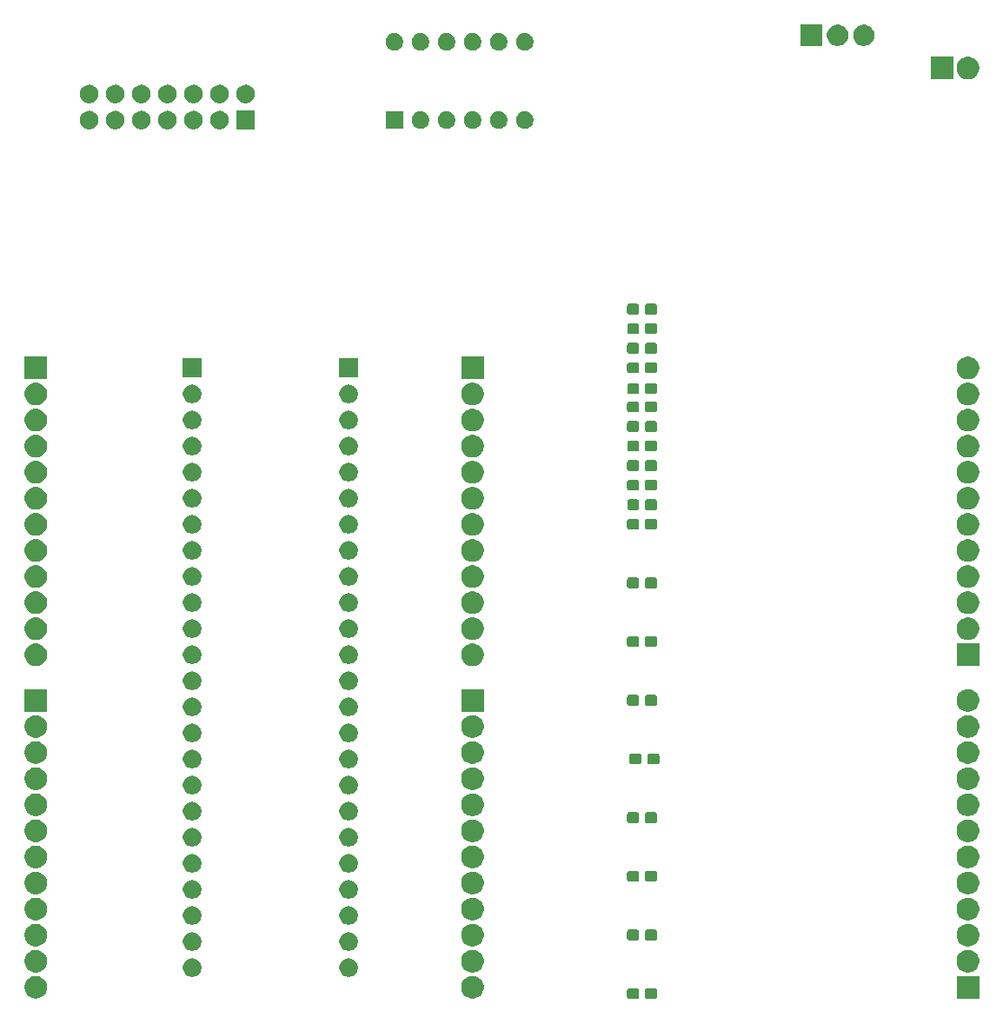
<source format=gbr>
G04 #@! TF.GenerationSoftware,KiCad,Pcbnew,(5.1.5-0-10_14)*
G04 #@! TF.CreationDate,2020-10-24T16:59:40+02:00*
G04 #@! TF.ProjectId,PM Artnet LED DMX,504d2041-7274-46e6-9574-204c45442044,rev?*
G04 #@! TF.SameCoordinates,Original*
G04 #@! TF.FileFunction,Soldermask,Bot*
G04 #@! TF.FilePolarity,Negative*
%FSLAX46Y46*%
G04 Gerber Fmt 4.6, Leading zero omitted, Abs format (unit mm)*
G04 Created by KiCad (PCBNEW (5.1.5-0-10_14)) date 2020-10-24 16:59:40*
%MOMM*%
%LPD*%
G04 APERTURE LIST*
%ADD10C,0.100000*%
G04 APERTURE END LIST*
D10*
G36*
X77489499Y-109333445D02*
G01*
X77526995Y-109344820D01*
X77561554Y-109363292D01*
X77591847Y-109388153D01*
X77616708Y-109418446D01*
X77635180Y-109453005D01*
X77646555Y-109490501D01*
X77651000Y-109535638D01*
X77651000Y-110174362D01*
X77646555Y-110219499D01*
X77635180Y-110256995D01*
X77616708Y-110291554D01*
X77591847Y-110321847D01*
X77561554Y-110346708D01*
X77526995Y-110365180D01*
X77489499Y-110376555D01*
X77444362Y-110381000D01*
X76705638Y-110381000D01*
X76660501Y-110376555D01*
X76623005Y-110365180D01*
X76588446Y-110346708D01*
X76558153Y-110321847D01*
X76533292Y-110291554D01*
X76514820Y-110256995D01*
X76503445Y-110219499D01*
X76499000Y-110174362D01*
X76499000Y-109535638D01*
X76503445Y-109490501D01*
X76514820Y-109453005D01*
X76533292Y-109418446D01*
X76558153Y-109388153D01*
X76588446Y-109363292D01*
X76623005Y-109344820D01*
X76660501Y-109333445D01*
X76705638Y-109329000D01*
X77444362Y-109329000D01*
X77489499Y-109333445D01*
G37*
G36*
X75739499Y-109333445D02*
G01*
X75776995Y-109344820D01*
X75811554Y-109363292D01*
X75841847Y-109388153D01*
X75866708Y-109418446D01*
X75885180Y-109453005D01*
X75896555Y-109490501D01*
X75901000Y-109535638D01*
X75901000Y-110174362D01*
X75896555Y-110219499D01*
X75885180Y-110256995D01*
X75866708Y-110291554D01*
X75841847Y-110321847D01*
X75811554Y-110346708D01*
X75776995Y-110365180D01*
X75739499Y-110376555D01*
X75694362Y-110381000D01*
X74955638Y-110381000D01*
X74910501Y-110376555D01*
X74873005Y-110365180D01*
X74838446Y-110346708D01*
X74808153Y-110321847D01*
X74783292Y-110291554D01*
X74764820Y-110256995D01*
X74753445Y-110219499D01*
X74749000Y-110174362D01*
X74749000Y-109535638D01*
X74753445Y-109490501D01*
X74764820Y-109453005D01*
X74783292Y-109418446D01*
X74808153Y-109388153D01*
X74838446Y-109363292D01*
X74873005Y-109344820D01*
X74910501Y-109333445D01*
X74955638Y-109329000D01*
X75694362Y-109329000D01*
X75739499Y-109333445D01*
G37*
G36*
X17359795Y-108140156D02*
G01*
X17466150Y-108161311D01*
X17666520Y-108244307D01*
X17846844Y-108364795D01*
X18000205Y-108518156D01*
X18120693Y-108698480D01*
X18203689Y-108898851D01*
X18246000Y-109111560D01*
X18246000Y-109328440D01*
X18203689Y-109541149D01*
X18120693Y-109741520D01*
X18000205Y-109921844D01*
X17846844Y-110075205D01*
X17666520Y-110195693D01*
X17611106Y-110218646D01*
X17466150Y-110278689D01*
X17359794Y-110299845D01*
X17253440Y-110321000D01*
X17036560Y-110321000D01*
X16930206Y-110299845D01*
X16823850Y-110278689D01*
X16678894Y-110218646D01*
X16623480Y-110195693D01*
X16443156Y-110075205D01*
X16289795Y-109921844D01*
X16169307Y-109741520D01*
X16086311Y-109541149D01*
X16044000Y-109328440D01*
X16044000Y-109111560D01*
X16086311Y-108898851D01*
X16169307Y-108698480D01*
X16289795Y-108518156D01*
X16443156Y-108364795D01*
X16623480Y-108244307D01*
X16823850Y-108161311D01*
X16930205Y-108140156D01*
X17036560Y-108119000D01*
X17253440Y-108119000D01*
X17359795Y-108140156D01*
G37*
G36*
X109051000Y-110321000D02*
G01*
X106849000Y-110321000D01*
X106849000Y-108119000D01*
X109051000Y-108119000D01*
X109051000Y-110321000D01*
G37*
G36*
X59904795Y-108140156D02*
G01*
X60011150Y-108161311D01*
X60211520Y-108244307D01*
X60391844Y-108364795D01*
X60545205Y-108518156D01*
X60665693Y-108698480D01*
X60748689Y-108898851D01*
X60791000Y-109111560D01*
X60791000Y-109328440D01*
X60748689Y-109541149D01*
X60665693Y-109741520D01*
X60545205Y-109921844D01*
X60391844Y-110075205D01*
X60211520Y-110195693D01*
X60156106Y-110218646D01*
X60011150Y-110278689D01*
X59904794Y-110299845D01*
X59798440Y-110321000D01*
X59581560Y-110321000D01*
X59475206Y-110299845D01*
X59368850Y-110278689D01*
X59223894Y-110218646D01*
X59168480Y-110195693D01*
X58988156Y-110075205D01*
X58834795Y-109921844D01*
X58714307Y-109741520D01*
X58631311Y-109541149D01*
X58589000Y-109328440D01*
X58589000Y-109111560D01*
X58631311Y-108898851D01*
X58714307Y-108698480D01*
X58834795Y-108518156D01*
X58988156Y-108364795D01*
X59168480Y-108244307D01*
X59368850Y-108161311D01*
X59475205Y-108140156D01*
X59581560Y-108119000D01*
X59798440Y-108119000D01*
X59904795Y-108140156D01*
G37*
G36*
X47738512Y-106418927D02*
G01*
X47887812Y-106448624D01*
X48051784Y-106516544D01*
X48199354Y-106615147D01*
X48324853Y-106740646D01*
X48423456Y-106888216D01*
X48491376Y-107052188D01*
X48526000Y-107226259D01*
X48526000Y-107403741D01*
X48491376Y-107577812D01*
X48423456Y-107741784D01*
X48324853Y-107889354D01*
X48199354Y-108014853D01*
X48051784Y-108113456D01*
X47887812Y-108181376D01*
X47738512Y-108211073D01*
X47713742Y-108216000D01*
X47536258Y-108216000D01*
X47511488Y-108211073D01*
X47362188Y-108181376D01*
X47198216Y-108113456D01*
X47050646Y-108014853D01*
X46925147Y-107889354D01*
X46826544Y-107741784D01*
X46758624Y-107577812D01*
X46724000Y-107403741D01*
X46724000Y-107226259D01*
X46758624Y-107052188D01*
X46826544Y-106888216D01*
X46925147Y-106740646D01*
X47050646Y-106615147D01*
X47198216Y-106516544D01*
X47362188Y-106448624D01*
X47511488Y-106418927D01*
X47536258Y-106414000D01*
X47713742Y-106414000D01*
X47738512Y-106418927D01*
G37*
G36*
X32498512Y-106418927D02*
G01*
X32647812Y-106448624D01*
X32811784Y-106516544D01*
X32959354Y-106615147D01*
X33084853Y-106740646D01*
X33183456Y-106888216D01*
X33251376Y-107052188D01*
X33286000Y-107226259D01*
X33286000Y-107403741D01*
X33251376Y-107577812D01*
X33183456Y-107741784D01*
X33084853Y-107889354D01*
X32959354Y-108014853D01*
X32811784Y-108113456D01*
X32647812Y-108181376D01*
X32498512Y-108211073D01*
X32473742Y-108216000D01*
X32296258Y-108216000D01*
X32271488Y-108211073D01*
X32122188Y-108181376D01*
X31958216Y-108113456D01*
X31810646Y-108014853D01*
X31685147Y-107889354D01*
X31586544Y-107741784D01*
X31518624Y-107577812D01*
X31484000Y-107403741D01*
X31484000Y-107226259D01*
X31518624Y-107052188D01*
X31586544Y-106888216D01*
X31685147Y-106740646D01*
X31810646Y-106615147D01*
X31958216Y-106516544D01*
X32122188Y-106448624D01*
X32271488Y-106418927D01*
X32296258Y-106414000D01*
X32473742Y-106414000D01*
X32498512Y-106418927D01*
G37*
G36*
X108164795Y-105600156D02*
G01*
X108271150Y-105621311D01*
X108371334Y-105662809D01*
X108471520Y-105704307D01*
X108651844Y-105824795D01*
X108805205Y-105978156D01*
X108925693Y-106158480D01*
X109008689Y-106358851D01*
X109051000Y-106571560D01*
X109051000Y-106788440D01*
X109008689Y-107001149D01*
X108925693Y-107201520D01*
X108805205Y-107381844D01*
X108651844Y-107535205D01*
X108471520Y-107655693D01*
X108371334Y-107697191D01*
X108271150Y-107738689D01*
X108255600Y-107741782D01*
X108058440Y-107781000D01*
X107841560Y-107781000D01*
X107644400Y-107741782D01*
X107628850Y-107738689D01*
X107428480Y-107655693D01*
X107248156Y-107535205D01*
X107094795Y-107381844D01*
X106974307Y-107201520D01*
X106891311Y-107001149D01*
X106849000Y-106788440D01*
X106849000Y-106571560D01*
X106891311Y-106358851D01*
X106974307Y-106158480D01*
X107094795Y-105978156D01*
X107248156Y-105824795D01*
X107428480Y-105704307D01*
X107628850Y-105621311D01*
X107735206Y-105600155D01*
X107841560Y-105579000D01*
X108058440Y-105579000D01*
X108164795Y-105600156D01*
G37*
G36*
X17359795Y-105600156D02*
G01*
X17466150Y-105621311D01*
X17566334Y-105662809D01*
X17666520Y-105704307D01*
X17846844Y-105824795D01*
X18000205Y-105978156D01*
X18120693Y-106158480D01*
X18203689Y-106358851D01*
X18246000Y-106571560D01*
X18246000Y-106788440D01*
X18203689Y-107001149D01*
X18120693Y-107201520D01*
X18000205Y-107381844D01*
X17846844Y-107535205D01*
X17666520Y-107655693D01*
X17566334Y-107697191D01*
X17466150Y-107738689D01*
X17450600Y-107741782D01*
X17253440Y-107781000D01*
X17036560Y-107781000D01*
X16839400Y-107741782D01*
X16823850Y-107738689D01*
X16623480Y-107655693D01*
X16443156Y-107535205D01*
X16289795Y-107381844D01*
X16169307Y-107201520D01*
X16086311Y-107001149D01*
X16044000Y-106788440D01*
X16044000Y-106571560D01*
X16086311Y-106358851D01*
X16169307Y-106158480D01*
X16289795Y-105978156D01*
X16443156Y-105824795D01*
X16623480Y-105704307D01*
X16823850Y-105621311D01*
X16930206Y-105600155D01*
X17036560Y-105579000D01*
X17253440Y-105579000D01*
X17359795Y-105600156D01*
G37*
G36*
X59904795Y-105600156D02*
G01*
X60011150Y-105621311D01*
X60111334Y-105662809D01*
X60211520Y-105704307D01*
X60391844Y-105824795D01*
X60545205Y-105978156D01*
X60665693Y-106158480D01*
X60748689Y-106358851D01*
X60791000Y-106571560D01*
X60791000Y-106788440D01*
X60748689Y-107001149D01*
X60665693Y-107201520D01*
X60545205Y-107381844D01*
X60391844Y-107535205D01*
X60211520Y-107655693D01*
X60111334Y-107697191D01*
X60011150Y-107738689D01*
X59995600Y-107741782D01*
X59798440Y-107781000D01*
X59581560Y-107781000D01*
X59384400Y-107741782D01*
X59368850Y-107738689D01*
X59168480Y-107655693D01*
X58988156Y-107535205D01*
X58834795Y-107381844D01*
X58714307Y-107201520D01*
X58631311Y-107001149D01*
X58589000Y-106788440D01*
X58589000Y-106571560D01*
X58631311Y-106358851D01*
X58714307Y-106158480D01*
X58834795Y-105978156D01*
X58988156Y-105824795D01*
X59168480Y-105704307D01*
X59368850Y-105621311D01*
X59475206Y-105600155D01*
X59581560Y-105579000D01*
X59798440Y-105579000D01*
X59904795Y-105600156D01*
G37*
G36*
X32498512Y-103878927D02*
G01*
X32647812Y-103908624D01*
X32811784Y-103976544D01*
X32959354Y-104075147D01*
X33084853Y-104200646D01*
X33183456Y-104348216D01*
X33251376Y-104512188D01*
X33286000Y-104686259D01*
X33286000Y-104863741D01*
X33251376Y-105037812D01*
X33183456Y-105201784D01*
X33084853Y-105349354D01*
X32959354Y-105474853D01*
X32811784Y-105573456D01*
X32647812Y-105641376D01*
X32498512Y-105671073D01*
X32473742Y-105676000D01*
X32296258Y-105676000D01*
X32271488Y-105671073D01*
X32122188Y-105641376D01*
X31958216Y-105573456D01*
X31810646Y-105474853D01*
X31685147Y-105349354D01*
X31586544Y-105201784D01*
X31518624Y-105037812D01*
X31484000Y-104863741D01*
X31484000Y-104686259D01*
X31518624Y-104512188D01*
X31586544Y-104348216D01*
X31685147Y-104200646D01*
X31810646Y-104075147D01*
X31958216Y-103976544D01*
X32122188Y-103908624D01*
X32271488Y-103878927D01*
X32296258Y-103874000D01*
X32473742Y-103874000D01*
X32498512Y-103878927D01*
G37*
G36*
X47738512Y-103878927D02*
G01*
X47887812Y-103908624D01*
X48051784Y-103976544D01*
X48199354Y-104075147D01*
X48324853Y-104200646D01*
X48423456Y-104348216D01*
X48491376Y-104512188D01*
X48526000Y-104686259D01*
X48526000Y-104863741D01*
X48491376Y-105037812D01*
X48423456Y-105201784D01*
X48324853Y-105349354D01*
X48199354Y-105474853D01*
X48051784Y-105573456D01*
X47887812Y-105641376D01*
X47738512Y-105671073D01*
X47713742Y-105676000D01*
X47536258Y-105676000D01*
X47511488Y-105671073D01*
X47362188Y-105641376D01*
X47198216Y-105573456D01*
X47050646Y-105474853D01*
X46925147Y-105349354D01*
X46826544Y-105201784D01*
X46758624Y-105037812D01*
X46724000Y-104863741D01*
X46724000Y-104686259D01*
X46758624Y-104512188D01*
X46826544Y-104348216D01*
X46925147Y-104200646D01*
X47050646Y-104075147D01*
X47198216Y-103976544D01*
X47362188Y-103908624D01*
X47511488Y-103878927D01*
X47536258Y-103874000D01*
X47713742Y-103874000D01*
X47738512Y-103878927D01*
G37*
G36*
X108164794Y-103060155D02*
G01*
X108271150Y-103081311D01*
X108471520Y-103164307D01*
X108651844Y-103284795D01*
X108805205Y-103438156D01*
X108925693Y-103618480D01*
X108938041Y-103648292D01*
X109008689Y-103818850D01*
X109051000Y-104031561D01*
X109051000Y-104248439D01*
X109008689Y-104461150D01*
X108967191Y-104561334D01*
X108925693Y-104661520D01*
X108805205Y-104841844D01*
X108651844Y-104995205D01*
X108471520Y-105115693D01*
X108271150Y-105198689D01*
X108255600Y-105201782D01*
X108058440Y-105241000D01*
X107841560Y-105241000D01*
X107644400Y-105201782D01*
X107628850Y-105198689D01*
X107528666Y-105157191D01*
X107428480Y-105115693D01*
X107248156Y-104995205D01*
X107094795Y-104841844D01*
X106974307Y-104661520D01*
X106932809Y-104561334D01*
X106891311Y-104461150D01*
X106849000Y-104248439D01*
X106849000Y-104031561D01*
X106891311Y-103818850D01*
X106961959Y-103648292D01*
X106974307Y-103618480D01*
X107094795Y-103438156D01*
X107248156Y-103284795D01*
X107428480Y-103164307D01*
X107528666Y-103122809D01*
X107628850Y-103081311D01*
X107735206Y-103060155D01*
X107841560Y-103039000D01*
X108058440Y-103039000D01*
X108164794Y-103060155D01*
G37*
G36*
X59904794Y-103060155D02*
G01*
X60011150Y-103081311D01*
X60211520Y-103164307D01*
X60391844Y-103284795D01*
X60545205Y-103438156D01*
X60665693Y-103618480D01*
X60678041Y-103648292D01*
X60748689Y-103818850D01*
X60791000Y-104031561D01*
X60791000Y-104248439D01*
X60748689Y-104461150D01*
X60665693Y-104661520D01*
X60545205Y-104841844D01*
X60391844Y-104995205D01*
X60211520Y-105115693D01*
X60011150Y-105198689D01*
X59995600Y-105201782D01*
X59798440Y-105241000D01*
X59581560Y-105241000D01*
X59384400Y-105201782D01*
X59368850Y-105198689D01*
X59268666Y-105157191D01*
X59168480Y-105115693D01*
X58988156Y-104995205D01*
X58834795Y-104841844D01*
X58714307Y-104661520D01*
X58672809Y-104561334D01*
X58631311Y-104461150D01*
X58589000Y-104248439D01*
X58589000Y-104031561D01*
X58631311Y-103818850D01*
X58701959Y-103648292D01*
X58714307Y-103618480D01*
X58834795Y-103438156D01*
X58988156Y-103284795D01*
X59168480Y-103164307D01*
X59268666Y-103122809D01*
X59368850Y-103081311D01*
X59475206Y-103060155D01*
X59581560Y-103039000D01*
X59798440Y-103039000D01*
X59904794Y-103060155D01*
G37*
G36*
X17359794Y-103060155D02*
G01*
X17466150Y-103081311D01*
X17666520Y-103164307D01*
X17846844Y-103284795D01*
X18000205Y-103438156D01*
X18120693Y-103618480D01*
X18133041Y-103648292D01*
X18203689Y-103818850D01*
X18246000Y-104031561D01*
X18246000Y-104248439D01*
X18203689Y-104461150D01*
X18162191Y-104561334D01*
X18120693Y-104661520D01*
X18000205Y-104841844D01*
X17846844Y-104995205D01*
X17666520Y-105115693D01*
X17466150Y-105198689D01*
X17450600Y-105201782D01*
X17253440Y-105241000D01*
X17036560Y-105241000D01*
X16839400Y-105201782D01*
X16823850Y-105198689D01*
X16723666Y-105157191D01*
X16623480Y-105115693D01*
X16443156Y-104995205D01*
X16289795Y-104841844D01*
X16169307Y-104661520D01*
X16127809Y-104561334D01*
X16086311Y-104461150D01*
X16044000Y-104248439D01*
X16044000Y-104031561D01*
X16086311Y-103818850D01*
X16156959Y-103648292D01*
X16169307Y-103618480D01*
X16289795Y-103438156D01*
X16443156Y-103284795D01*
X16623480Y-103164307D01*
X16823850Y-103081311D01*
X16930206Y-103060155D01*
X17036560Y-103039000D01*
X17253440Y-103039000D01*
X17359794Y-103060155D01*
G37*
G36*
X77489499Y-103618445D02*
G01*
X77526995Y-103629820D01*
X77561554Y-103648292D01*
X77591847Y-103673153D01*
X77616708Y-103703446D01*
X77635180Y-103738005D01*
X77646555Y-103775501D01*
X77651000Y-103820638D01*
X77651000Y-104459362D01*
X77646555Y-104504499D01*
X77635180Y-104541995D01*
X77616708Y-104576554D01*
X77591847Y-104606847D01*
X77561554Y-104631708D01*
X77526995Y-104650180D01*
X77489499Y-104661555D01*
X77444362Y-104666000D01*
X76705638Y-104666000D01*
X76660501Y-104661555D01*
X76623005Y-104650180D01*
X76588446Y-104631708D01*
X76558153Y-104606847D01*
X76533292Y-104576554D01*
X76514820Y-104541995D01*
X76503445Y-104504499D01*
X76499000Y-104459362D01*
X76499000Y-103820638D01*
X76503445Y-103775501D01*
X76514820Y-103738005D01*
X76533292Y-103703446D01*
X76558153Y-103673153D01*
X76588446Y-103648292D01*
X76623005Y-103629820D01*
X76660501Y-103618445D01*
X76705638Y-103614000D01*
X77444362Y-103614000D01*
X77489499Y-103618445D01*
G37*
G36*
X75739499Y-103618445D02*
G01*
X75776995Y-103629820D01*
X75811554Y-103648292D01*
X75841847Y-103673153D01*
X75866708Y-103703446D01*
X75885180Y-103738005D01*
X75896555Y-103775501D01*
X75901000Y-103820638D01*
X75901000Y-104459362D01*
X75896555Y-104504499D01*
X75885180Y-104541995D01*
X75866708Y-104576554D01*
X75841847Y-104606847D01*
X75811554Y-104631708D01*
X75776995Y-104650180D01*
X75739499Y-104661555D01*
X75694362Y-104666000D01*
X74955638Y-104666000D01*
X74910501Y-104661555D01*
X74873005Y-104650180D01*
X74838446Y-104631708D01*
X74808153Y-104606847D01*
X74783292Y-104576554D01*
X74764820Y-104541995D01*
X74753445Y-104504499D01*
X74749000Y-104459362D01*
X74749000Y-103820638D01*
X74753445Y-103775501D01*
X74764820Y-103738005D01*
X74783292Y-103703446D01*
X74808153Y-103673153D01*
X74838446Y-103648292D01*
X74873005Y-103629820D01*
X74910501Y-103618445D01*
X74955638Y-103614000D01*
X75694362Y-103614000D01*
X75739499Y-103618445D01*
G37*
G36*
X47738512Y-101338927D02*
G01*
X47887812Y-101368624D01*
X48051784Y-101436544D01*
X48199354Y-101535147D01*
X48324853Y-101660646D01*
X48423456Y-101808216D01*
X48491376Y-101972188D01*
X48526000Y-102146259D01*
X48526000Y-102323741D01*
X48491376Y-102497812D01*
X48423456Y-102661784D01*
X48324853Y-102809354D01*
X48199354Y-102934853D01*
X48051784Y-103033456D01*
X47887812Y-103101376D01*
X47738512Y-103131073D01*
X47713742Y-103136000D01*
X47536258Y-103136000D01*
X47511488Y-103131073D01*
X47362188Y-103101376D01*
X47198216Y-103033456D01*
X47050646Y-102934853D01*
X46925147Y-102809354D01*
X46826544Y-102661784D01*
X46758624Y-102497812D01*
X46724000Y-102323741D01*
X46724000Y-102146259D01*
X46758624Y-101972188D01*
X46826544Y-101808216D01*
X46925147Y-101660646D01*
X47050646Y-101535147D01*
X47198216Y-101436544D01*
X47362188Y-101368624D01*
X47511488Y-101338927D01*
X47536258Y-101334000D01*
X47713742Y-101334000D01*
X47738512Y-101338927D01*
G37*
G36*
X32498512Y-101338927D02*
G01*
X32647812Y-101368624D01*
X32811784Y-101436544D01*
X32959354Y-101535147D01*
X33084853Y-101660646D01*
X33183456Y-101808216D01*
X33251376Y-101972188D01*
X33286000Y-102146259D01*
X33286000Y-102323741D01*
X33251376Y-102497812D01*
X33183456Y-102661784D01*
X33084853Y-102809354D01*
X32959354Y-102934853D01*
X32811784Y-103033456D01*
X32647812Y-103101376D01*
X32498512Y-103131073D01*
X32473742Y-103136000D01*
X32296258Y-103136000D01*
X32271488Y-103131073D01*
X32122188Y-103101376D01*
X31958216Y-103033456D01*
X31810646Y-102934853D01*
X31685147Y-102809354D01*
X31586544Y-102661784D01*
X31518624Y-102497812D01*
X31484000Y-102323741D01*
X31484000Y-102146259D01*
X31518624Y-101972188D01*
X31586544Y-101808216D01*
X31685147Y-101660646D01*
X31810646Y-101535147D01*
X31958216Y-101436544D01*
X32122188Y-101368624D01*
X32271488Y-101338927D01*
X32296258Y-101334000D01*
X32473742Y-101334000D01*
X32498512Y-101338927D01*
G37*
G36*
X59904794Y-100520155D02*
G01*
X60011150Y-100541311D01*
X60211520Y-100624307D01*
X60391844Y-100744795D01*
X60545205Y-100898156D01*
X60665693Y-101078480D01*
X60748689Y-101278851D01*
X60791000Y-101491560D01*
X60791000Y-101708440D01*
X60748689Y-101921149D01*
X60665693Y-102121520D01*
X60545205Y-102301844D01*
X60391844Y-102455205D01*
X60211520Y-102575693D01*
X60011150Y-102658689D01*
X59995600Y-102661782D01*
X59798440Y-102701000D01*
X59581560Y-102701000D01*
X59384400Y-102661782D01*
X59368850Y-102658689D01*
X59168480Y-102575693D01*
X58988156Y-102455205D01*
X58834795Y-102301844D01*
X58714307Y-102121520D01*
X58631311Y-101921149D01*
X58589000Y-101708440D01*
X58589000Y-101491560D01*
X58631311Y-101278851D01*
X58714307Y-101078480D01*
X58834795Y-100898156D01*
X58988156Y-100744795D01*
X59168480Y-100624307D01*
X59268666Y-100582809D01*
X59368850Y-100541311D01*
X59475205Y-100520156D01*
X59581560Y-100499000D01*
X59798440Y-100499000D01*
X59904794Y-100520155D01*
G37*
G36*
X108164794Y-100520155D02*
G01*
X108271150Y-100541311D01*
X108471520Y-100624307D01*
X108651844Y-100744795D01*
X108805205Y-100898156D01*
X108925693Y-101078480D01*
X109008689Y-101278851D01*
X109051000Y-101491560D01*
X109051000Y-101708440D01*
X109008689Y-101921149D01*
X108925693Y-102121520D01*
X108805205Y-102301844D01*
X108651844Y-102455205D01*
X108471520Y-102575693D01*
X108271150Y-102658689D01*
X108255600Y-102661782D01*
X108058440Y-102701000D01*
X107841560Y-102701000D01*
X107644400Y-102661782D01*
X107628850Y-102658689D01*
X107428480Y-102575693D01*
X107248156Y-102455205D01*
X107094795Y-102301844D01*
X106974307Y-102121520D01*
X106891311Y-101921149D01*
X106849000Y-101708440D01*
X106849000Y-101491560D01*
X106891311Y-101278851D01*
X106974307Y-101078480D01*
X107094795Y-100898156D01*
X107248156Y-100744795D01*
X107428480Y-100624307D01*
X107528666Y-100582809D01*
X107628850Y-100541311D01*
X107735205Y-100520156D01*
X107841560Y-100499000D01*
X108058440Y-100499000D01*
X108164794Y-100520155D01*
G37*
G36*
X17359794Y-100520155D02*
G01*
X17466150Y-100541311D01*
X17666520Y-100624307D01*
X17846844Y-100744795D01*
X18000205Y-100898156D01*
X18120693Y-101078480D01*
X18203689Y-101278851D01*
X18246000Y-101491560D01*
X18246000Y-101708440D01*
X18203689Y-101921149D01*
X18120693Y-102121520D01*
X18000205Y-102301844D01*
X17846844Y-102455205D01*
X17666520Y-102575693D01*
X17466150Y-102658689D01*
X17450600Y-102661782D01*
X17253440Y-102701000D01*
X17036560Y-102701000D01*
X16839400Y-102661782D01*
X16823850Y-102658689D01*
X16623480Y-102575693D01*
X16443156Y-102455205D01*
X16289795Y-102301844D01*
X16169307Y-102121520D01*
X16086311Y-101921149D01*
X16044000Y-101708440D01*
X16044000Y-101491560D01*
X16086311Y-101278851D01*
X16169307Y-101078480D01*
X16289795Y-100898156D01*
X16443156Y-100744795D01*
X16623480Y-100624307D01*
X16823850Y-100541311D01*
X16930206Y-100520155D01*
X17036560Y-100499000D01*
X17253440Y-100499000D01*
X17359794Y-100520155D01*
G37*
G36*
X32498512Y-98798927D02*
G01*
X32647812Y-98828624D01*
X32811784Y-98896544D01*
X32959354Y-98995147D01*
X33084853Y-99120646D01*
X33183456Y-99268216D01*
X33251376Y-99432188D01*
X33286000Y-99606259D01*
X33286000Y-99783741D01*
X33251376Y-99957812D01*
X33183456Y-100121784D01*
X33084853Y-100269354D01*
X32959354Y-100394853D01*
X32811784Y-100493456D01*
X32647812Y-100561376D01*
X32498512Y-100591073D01*
X32473742Y-100596000D01*
X32296258Y-100596000D01*
X32271488Y-100591073D01*
X32122188Y-100561376D01*
X31958216Y-100493456D01*
X31810646Y-100394853D01*
X31685147Y-100269354D01*
X31586544Y-100121784D01*
X31518624Y-99957812D01*
X31484000Y-99783741D01*
X31484000Y-99606259D01*
X31518624Y-99432188D01*
X31586544Y-99268216D01*
X31685147Y-99120646D01*
X31810646Y-98995147D01*
X31958216Y-98896544D01*
X32122188Y-98828624D01*
X32271488Y-98798927D01*
X32296258Y-98794000D01*
X32473742Y-98794000D01*
X32498512Y-98798927D01*
G37*
G36*
X47738512Y-98798927D02*
G01*
X47887812Y-98828624D01*
X48051784Y-98896544D01*
X48199354Y-98995147D01*
X48324853Y-99120646D01*
X48423456Y-99268216D01*
X48491376Y-99432188D01*
X48526000Y-99606259D01*
X48526000Y-99783741D01*
X48491376Y-99957812D01*
X48423456Y-100121784D01*
X48324853Y-100269354D01*
X48199354Y-100394853D01*
X48051784Y-100493456D01*
X47887812Y-100561376D01*
X47738512Y-100591073D01*
X47713742Y-100596000D01*
X47536258Y-100596000D01*
X47511488Y-100591073D01*
X47362188Y-100561376D01*
X47198216Y-100493456D01*
X47050646Y-100394853D01*
X46925147Y-100269354D01*
X46826544Y-100121784D01*
X46758624Y-99957812D01*
X46724000Y-99783741D01*
X46724000Y-99606259D01*
X46758624Y-99432188D01*
X46826544Y-99268216D01*
X46925147Y-99120646D01*
X47050646Y-98995147D01*
X47198216Y-98896544D01*
X47362188Y-98828624D01*
X47511488Y-98798927D01*
X47536258Y-98794000D01*
X47713742Y-98794000D01*
X47738512Y-98798927D01*
G37*
G36*
X108164794Y-97980155D02*
G01*
X108271150Y-98001311D01*
X108371334Y-98042809D01*
X108471520Y-98084307D01*
X108651844Y-98204795D01*
X108805205Y-98358156D01*
X108925693Y-98538480D01*
X109008689Y-98738851D01*
X109051000Y-98951560D01*
X109051000Y-99168440D01*
X109008689Y-99381149D01*
X108925693Y-99581520D01*
X108805205Y-99761844D01*
X108651844Y-99915205D01*
X108471520Y-100035693D01*
X108371334Y-100077191D01*
X108271150Y-100118689D01*
X108255600Y-100121782D01*
X108058440Y-100161000D01*
X107841560Y-100161000D01*
X107644400Y-100121782D01*
X107628850Y-100118689D01*
X107528666Y-100077191D01*
X107428480Y-100035693D01*
X107248156Y-99915205D01*
X107094795Y-99761844D01*
X106974307Y-99581520D01*
X106891311Y-99381149D01*
X106849000Y-99168440D01*
X106849000Y-98951560D01*
X106891311Y-98738851D01*
X106974307Y-98538480D01*
X107094795Y-98358156D01*
X107248156Y-98204795D01*
X107428480Y-98084307D01*
X107528666Y-98042809D01*
X107628850Y-98001311D01*
X107735206Y-97980155D01*
X107841560Y-97959000D01*
X108058440Y-97959000D01*
X108164794Y-97980155D01*
G37*
G36*
X59904794Y-97980155D02*
G01*
X60011150Y-98001311D01*
X60111334Y-98042809D01*
X60211520Y-98084307D01*
X60391844Y-98204795D01*
X60545205Y-98358156D01*
X60665693Y-98538480D01*
X60748689Y-98738851D01*
X60791000Y-98951560D01*
X60791000Y-99168440D01*
X60748689Y-99381149D01*
X60665693Y-99581520D01*
X60545205Y-99761844D01*
X60391844Y-99915205D01*
X60211520Y-100035693D01*
X60111334Y-100077191D01*
X60011150Y-100118689D01*
X59995600Y-100121782D01*
X59798440Y-100161000D01*
X59581560Y-100161000D01*
X59384400Y-100121782D01*
X59368850Y-100118689D01*
X59268666Y-100077191D01*
X59168480Y-100035693D01*
X58988156Y-99915205D01*
X58834795Y-99761844D01*
X58714307Y-99581520D01*
X58631311Y-99381149D01*
X58589000Y-99168440D01*
X58589000Y-98951560D01*
X58631311Y-98738851D01*
X58714307Y-98538480D01*
X58834795Y-98358156D01*
X58988156Y-98204795D01*
X59168480Y-98084307D01*
X59268666Y-98042809D01*
X59368850Y-98001311D01*
X59475206Y-97980155D01*
X59581560Y-97959000D01*
X59798440Y-97959000D01*
X59904794Y-97980155D01*
G37*
G36*
X17359794Y-97980155D02*
G01*
X17466150Y-98001311D01*
X17566334Y-98042809D01*
X17666520Y-98084307D01*
X17846844Y-98204795D01*
X18000205Y-98358156D01*
X18120693Y-98538480D01*
X18203689Y-98738851D01*
X18246000Y-98951560D01*
X18246000Y-99168440D01*
X18203689Y-99381149D01*
X18120693Y-99581520D01*
X18000205Y-99761844D01*
X17846844Y-99915205D01*
X17666520Y-100035693D01*
X17566334Y-100077191D01*
X17466150Y-100118689D01*
X17450600Y-100121782D01*
X17253440Y-100161000D01*
X17036560Y-100161000D01*
X16839400Y-100121782D01*
X16823850Y-100118689D01*
X16723666Y-100077191D01*
X16623480Y-100035693D01*
X16443156Y-99915205D01*
X16289795Y-99761844D01*
X16169307Y-99581520D01*
X16086311Y-99381149D01*
X16044000Y-99168440D01*
X16044000Y-98951560D01*
X16086311Y-98738851D01*
X16169307Y-98538480D01*
X16289795Y-98358156D01*
X16443156Y-98204795D01*
X16623480Y-98084307D01*
X16723666Y-98042809D01*
X16823850Y-98001311D01*
X16930206Y-97980155D01*
X17036560Y-97959000D01*
X17253440Y-97959000D01*
X17359794Y-97980155D01*
G37*
G36*
X77489499Y-97903445D02*
G01*
X77526995Y-97914820D01*
X77561554Y-97933292D01*
X77591847Y-97958153D01*
X77616708Y-97988446D01*
X77635180Y-98023005D01*
X77646555Y-98060501D01*
X77651000Y-98105638D01*
X77651000Y-98744362D01*
X77646555Y-98789499D01*
X77635180Y-98826995D01*
X77616708Y-98861554D01*
X77591847Y-98891847D01*
X77561554Y-98916708D01*
X77526995Y-98935180D01*
X77489499Y-98946555D01*
X77444362Y-98951000D01*
X76705638Y-98951000D01*
X76660501Y-98946555D01*
X76623005Y-98935180D01*
X76588446Y-98916708D01*
X76558153Y-98891847D01*
X76533292Y-98861554D01*
X76514820Y-98826995D01*
X76503445Y-98789499D01*
X76499000Y-98744362D01*
X76499000Y-98105638D01*
X76503445Y-98060501D01*
X76514820Y-98023005D01*
X76533292Y-97988446D01*
X76558153Y-97958153D01*
X76588446Y-97933292D01*
X76623005Y-97914820D01*
X76660501Y-97903445D01*
X76705638Y-97899000D01*
X77444362Y-97899000D01*
X77489499Y-97903445D01*
G37*
G36*
X75739499Y-97903445D02*
G01*
X75776995Y-97914820D01*
X75811554Y-97933292D01*
X75841847Y-97958153D01*
X75866708Y-97988446D01*
X75885180Y-98023005D01*
X75896555Y-98060501D01*
X75901000Y-98105638D01*
X75901000Y-98744362D01*
X75896555Y-98789499D01*
X75885180Y-98826995D01*
X75866708Y-98861554D01*
X75841847Y-98891847D01*
X75811554Y-98916708D01*
X75776995Y-98935180D01*
X75739499Y-98946555D01*
X75694362Y-98951000D01*
X74955638Y-98951000D01*
X74910501Y-98946555D01*
X74873005Y-98935180D01*
X74838446Y-98916708D01*
X74808153Y-98891847D01*
X74783292Y-98861554D01*
X74764820Y-98826995D01*
X74753445Y-98789499D01*
X74749000Y-98744362D01*
X74749000Y-98105638D01*
X74753445Y-98060501D01*
X74764820Y-98023005D01*
X74783292Y-97988446D01*
X74808153Y-97958153D01*
X74838446Y-97933292D01*
X74873005Y-97914820D01*
X74910501Y-97903445D01*
X74955638Y-97899000D01*
X75694362Y-97899000D01*
X75739499Y-97903445D01*
G37*
G36*
X32498512Y-96258927D02*
G01*
X32647812Y-96288624D01*
X32811784Y-96356544D01*
X32959354Y-96455147D01*
X33084853Y-96580646D01*
X33183456Y-96728216D01*
X33251376Y-96892188D01*
X33286000Y-97066259D01*
X33286000Y-97243741D01*
X33251376Y-97417812D01*
X33183456Y-97581784D01*
X33084853Y-97729354D01*
X32959354Y-97854853D01*
X32811784Y-97953456D01*
X32647812Y-98021376D01*
X32498512Y-98051073D01*
X32473742Y-98056000D01*
X32296258Y-98056000D01*
X32271488Y-98051073D01*
X32122188Y-98021376D01*
X31958216Y-97953456D01*
X31810646Y-97854853D01*
X31685147Y-97729354D01*
X31586544Y-97581784D01*
X31518624Y-97417812D01*
X31484000Y-97243741D01*
X31484000Y-97066259D01*
X31518624Y-96892188D01*
X31586544Y-96728216D01*
X31685147Y-96580646D01*
X31810646Y-96455147D01*
X31958216Y-96356544D01*
X32122188Y-96288624D01*
X32271488Y-96258927D01*
X32296258Y-96254000D01*
X32473742Y-96254000D01*
X32498512Y-96258927D01*
G37*
G36*
X47738512Y-96258927D02*
G01*
X47887812Y-96288624D01*
X48051784Y-96356544D01*
X48199354Y-96455147D01*
X48324853Y-96580646D01*
X48423456Y-96728216D01*
X48491376Y-96892188D01*
X48526000Y-97066259D01*
X48526000Y-97243741D01*
X48491376Y-97417812D01*
X48423456Y-97581784D01*
X48324853Y-97729354D01*
X48199354Y-97854853D01*
X48051784Y-97953456D01*
X47887812Y-98021376D01*
X47738512Y-98051073D01*
X47713742Y-98056000D01*
X47536258Y-98056000D01*
X47511488Y-98051073D01*
X47362188Y-98021376D01*
X47198216Y-97953456D01*
X47050646Y-97854853D01*
X46925147Y-97729354D01*
X46826544Y-97581784D01*
X46758624Y-97417812D01*
X46724000Y-97243741D01*
X46724000Y-97066259D01*
X46758624Y-96892188D01*
X46826544Y-96728216D01*
X46925147Y-96580646D01*
X47050646Y-96455147D01*
X47198216Y-96356544D01*
X47362188Y-96288624D01*
X47511488Y-96258927D01*
X47536258Y-96254000D01*
X47713742Y-96254000D01*
X47738512Y-96258927D01*
G37*
G36*
X108164794Y-95440155D02*
G01*
X108271150Y-95461311D01*
X108471520Y-95544307D01*
X108651844Y-95664795D01*
X108805205Y-95818156D01*
X108925693Y-95998480D01*
X109008689Y-96198851D01*
X109051000Y-96411560D01*
X109051000Y-96628440D01*
X109008689Y-96841149D01*
X108925693Y-97041520D01*
X108805205Y-97221844D01*
X108651844Y-97375205D01*
X108471520Y-97495693D01*
X108371334Y-97537191D01*
X108271150Y-97578689D01*
X108255600Y-97581782D01*
X108058440Y-97621000D01*
X107841560Y-97621000D01*
X107644400Y-97581782D01*
X107628850Y-97578689D01*
X107528666Y-97537191D01*
X107428480Y-97495693D01*
X107248156Y-97375205D01*
X107094795Y-97221844D01*
X106974307Y-97041520D01*
X106891311Y-96841149D01*
X106849000Y-96628440D01*
X106849000Y-96411560D01*
X106891311Y-96198851D01*
X106974307Y-95998480D01*
X107094795Y-95818156D01*
X107248156Y-95664795D01*
X107428480Y-95544307D01*
X107628850Y-95461311D01*
X107735206Y-95440155D01*
X107841560Y-95419000D01*
X108058440Y-95419000D01*
X108164794Y-95440155D01*
G37*
G36*
X17359794Y-95440155D02*
G01*
X17466150Y-95461311D01*
X17666520Y-95544307D01*
X17846844Y-95664795D01*
X18000205Y-95818156D01*
X18120693Y-95998480D01*
X18203689Y-96198851D01*
X18246000Y-96411560D01*
X18246000Y-96628440D01*
X18203689Y-96841149D01*
X18120693Y-97041520D01*
X18000205Y-97221844D01*
X17846844Y-97375205D01*
X17666520Y-97495693D01*
X17566334Y-97537191D01*
X17466150Y-97578689D01*
X17450600Y-97581782D01*
X17253440Y-97621000D01*
X17036560Y-97621000D01*
X16839400Y-97581782D01*
X16823850Y-97578689D01*
X16723666Y-97537191D01*
X16623480Y-97495693D01*
X16443156Y-97375205D01*
X16289795Y-97221844D01*
X16169307Y-97041520D01*
X16086311Y-96841149D01*
X16044000Y-96628440D01*
X16044000Y-96411560D01*
X16086311Y-96198851D01*
X16169307Y-95998480D01*
X16289795Y-95818156D01*
X16443156Y-95664795D01*
X16623480Y-95544307D01*
X16823850Y-95461311D01*
X16930206Y-95440155D01*
X17036560Y-95419000D01*
X17253440Y-95419000D01*
X17359794Y-95440155D01*
G37*
G36*
X59904794Y-95440155D02*
G01*
X60011150Y-95461311D01*
X60211520Y-95544307D01*
X60391844Y-95664795D01*
X60545205Y-95818156D01*
X60665693Y-95998480D01*
X60748689Y-96198851D01*
X60791000Y-96411560D01*
X60791000Y-96628440D01*
X60748689Y-96841149D01*
X60665693Y-97041520D01*
X60545205Y-97221844D01*
X60391844Y-97375205D01*
X60211520Y-97495693D01*
X60111334Y-97537191D01*
X60011150Y-97578689D01*
X59995600Y-97581782D01*
X59798440Y-97621000D01*
X59581560Y-97621000D01*
X59384400Y-97581782D01*
X59368850Y-97578689D01*
X59268666Y-97537191D01*
X59168480Y-97495693D01*
X58988156Y-97375205D01*
X58834795Y-97221844D01*
X58714307Y-97041520D01*
X58631311Y-96841149D01*
X58589000Y-96628440D01*
X58589000Y-96411560D01*
X58631311Y-96198851D01*
X58714307Y-95998480D01*
X58834795Y-95818156D01*
X58988156Y-95664795D01*
X59168480Y-95544307D01*
X59368850Y-95461311D01*
X59475206Y-95440155D01*
X59581560Y-95419000D01*
X59798440Y-95419000D01*
X59904794Y-95440155D01*
G37*
G36*
X47738512Y-93718927D02*
G01*
X47887812Y-93748624D01*
X48051784Y-93816544D01*
X48199354Y-93915147D01*
X48324853Y-94040646D01*
X48423456Y-94188216D01*
X48491376Y-94352188D01*
X48526000Y-94526259D01*
X48526000Y-94703741D01*
X48491376Y-94877812D01*
X48423456Y-95041784D01*
X48324853Y-95189354D01*
X48199354Y-95314853D01*
X48051784Y-95413456D01*
X47887812Y-95481376D01*
X47738512Y-95511073D01*
X47713742Y-95516000D01*
X47536258Y-95516000D01*
X47511488Y-95511073D01*
X47362188Y-95481376D01*
X47198216Y-95413456D01*
X47050646Y-95314853D01*
X46925147Y-95189354D01*
X46826544Y-95041784D01*
X46758624Y-94877812D01*
X46724000Y-94703741D01*
X46724000Y-94526259D01*
X46758624Y-94352188D01*
X46826544Y-94188216D01*
X46925147Y-94040646D01*
X47050646Y-93915147D01*
X47198216Y-93816544D01*
X47362188Y-93748624D01*
X47511488Y-93718927D01*
X47536258Y-93714000D01*
X47713742Y-93714000D01*
X47738512Y-93718927D01*
G37*
G36*
X32498512Y-93718927D02*
G01*
X32647812Y-93748624D01*
X32811784Y-93816544D01*
X32959354Y-93915147D01*
X33084853Y-94040646D01*
X33183456Y-94188216D01*
X33251376Y-94352188D01*
X33286000Y-94526259D01*
X33286000Y-94703741D01*
X33251376Y-94877812D01*
X33183456Y-95041784D01*
X33084853Y-95189354D01*
X32959354Y-95314853D01*
X32811784Y-95413456D01*
X32647812Y-95481376D01*
X32498512Y-95511073D01*
X32473742Y-95516000D01*
X32296258Y-95516000D01*
X32271488Y-95511073D01*
X32122188Y-95481376D01*
X31958216Y-95413456D01*
X31810646Y-95314853D01*
X31685147Y-95189354D01*
X31586544Y-95041784D01*
X31518624Y-94877812D01*
X31484000Y-94703741D01*
X31484000Y-94526259D01*
X31518624Y-94352188D01*
X31586544Y-94188216D01*
X31685147Y-94040646D01*
X31810646Y-93915147D01*
X31958216Y-93816544D01*
X32122188Y-93748624D01*
X32271488Y-93718927D01*
X32296258Y-93714000D01*
X32473742Y-93714000D01*
X32498512Y-93718927D01*
G37*
G36*
X17359795Y-92900156D02*
G01*
X17466150Y-92921311D01*
X17666520Y-93004307D01*
X17846844Y-93124795D01*
X18000205Y-93278156D01*
X18120693Y-93458480D01*
X18203689Y-93658851D01*
X18246000Y-93871560D01*
X18246000Y-94088440D01*
X18203689Y-94301149D01*
X18120693Y-94501520D01*
X18000205Y-94681844D01*
X17846844Y-94835205D01*
X17666520Y-94955693D01*
X17466150Y-95038689D01*
X17450600Y-95041782D01*
X17253440Y-95081000D01*
X17036560Y-95081000D01*
X16839400Y-95041782D01*
X16823850Y-95038689D01*
X16623480Y-94955693D01*
X16443156Y-94835205D01*
X16289795Y-94681844D01*
X16169307Y-94501520D01*
X16086311Y-94301149D01*
X16044000Y-94088440D01*
X16044000Y-93871560D01*
X16086311Y-93658851D01*
X16169307Y-93458480D01*
X16289795Y-93278156D01*
X16443156Y-93124795D01*
X16623480Y-93004307D01*
X16823850Y-92921311D01*
X16930205Y-92900156D01*
X17036560Y-92879000D01*
X17253440Y-92879000D01*
X17359795Y-92900156D01*
G37*
G36*
X59904795Y-92900156D02*
G01*
X60011150Y-92921311D01*
X60211520Y-93004307D01*
X60391844Y-93124795D01*
X60545205Y-93278156D01*
X60665693Y-93458480D01*
X60748689Y-93658851D01*
X60791000Y-93871560D01*
X60791000Y-94088440D01*
X60748689Y-94301149D01*
X60665693Y-94501520D01*
X60545205Y-94681844D01*
X60391844Y-94835205D01*
X60211520Y-94955693D01*
X60111334Y-94997191D01*
X60011150Y-95038689D01*
X59995600Y-95041782D01*
X59798440Y-95081000D01*
X59581560Y-95081000D01*
X59384400Y-95041782D01*
X59368850Y-95038689D01*
X59168480Y-94955693D01*
X58988156Y-94835205D01*
X58834795Y-94681844D01*
X58714307Y-94501520D01*
X58631311Y-94301149D01*
X58589000Y-94088440D01*
X58589000Y-93871560D01*
X58631311Y-93658851D01*
X58714307Y-93458480D01*
X58834795Y-93278156D01*
X58988156Y-93124795D01*
X59168480Y-93004307D01*
X59368850Y-92921311D01*
X59475205Y-92900156D01*
X59581560Y-92879000D01*
X59798440Y-92879000D01*
X59904795Y-92900156D01*
G37*
G36*
X108164795Y-92900156D02*
G01*
X108271150Y-92921311D01*
X108471520Y-93004307D01*
X108651844Y-93124795D01*
X108805205Y-93278156D01*
X108925693Y-93458480D01*
X109008689Y-93658851D01*
X109051000Y-93871560D01*
X109051000Y-94088440D01*
X109008689Y-94301149D01*
X108925693Y-94501520D01*
X108805205Y-94681844D01*
X108651844Y-94835205D01*
X108471520Y-94955693D01*
X108371334Y-94997191D01*
X108271150Y-95038689D01*
X108255600Y-95041782D01*
X108058440Y-95081000D01*
X107841560Y-95081000D01*
X107644400Y-95041782D01*
X107628850Y-95038689D01*
X107428480Y-94955693D01*
X107248156Y-94835205D01*
X107094795Y-94681844D01*
X106974307Y-94501520D01*
X106891311Y-94301149D01*
X106849000Y-94088440D01*
X106849000Y-93871560D01*
X106891311Y-93658851D01*
X106974307Y-93458480D01*
X107094795Y-93278156D01*
X107248156Y-93124795D01*
X107428480Y-93004307D01*
X107628850Y-92921311D01*
X107735205Y-92900156D01*
X107841560Y-92879000D01*
X108058440Y-92879000D01*
X108164795Y-92900156D01*
G37*
G36*
X77489499Y-92188445D02*
G01*
X77526995Y-92199820D01*
X77561554Y-92218292D01*
X77591847Y-92243153D01*
X77616708Y-92273446D01*
X77635180Y-92308005D01*
X77646555Y-92345501D01*
X77651000Y-92390638D01*
X77651000Y-93029362D01*
X77646555Y-93074499D01*
X77635180Y-93111995D01*
X77616708Y-93146554D01*
X77591847Y-93176847D01*
X77561554Y-93201708D01*
X77526995Y-93220180D01*
X77489499Y-93231555D01*
X77444362Y-93236000D01*
X76705638Y-93236000D01*
X76660501Y-93231555D01*
X76623005Y-93220180D01*
X76588446Y-93201708D01*
X76558153Y-93176847D01*
X76533292Y-93146554D01*
X76514820Y-93111995D01*
X76503445Y-93074499D01*
X76499000Y-93029362D01*
X76499000Y-92390638D01*
X76503445Y-92345501D01*
X76514820Y-92308005D01*
X76533292Y-92273446D01*
X76558153Y-92243153D01*
X76588446Y-92218292D01*
X76623005Y-92199820D01*
X76660501Y-92188445D01*
X76705638Y-92184000D01*
X77444362Y-92184000D01*
X77489499Y-92188445D01*
G37*
G36*
X75739499Y-92188445D02*
G01*
X75776995Y-92199820D01*
X75811554Y-92218292D01*
X75841847Y-92243153D01*
X75866708Y-92273446D01*
X75885180Y-92308005D01*
X75896555Y-92345501D01*
X75901000Y-92390638D01*
X75901000Y-93029362D01*
X75896555Y-93074499D01*
X75885180Y-93111995D01*
X75866708Y-93146554D01*
X75841847Y-93176847D01*
X75811554Y-93201708D01*
X75776995Y-93220180D01*
X75739499Y-93231555D01*
X75694362Y-93236000D01*
X74955638Y-93236000D01*
X74910501Y-93231555D01*
X74873005Y-93220180D01*
X74838446Y-93201708D01*
X74808153Y-93176847D01*
X74783292Y-93146554D01*
X74764820Y-93111995D01*
X74753445Y-93074499D01*
X74749000Y-93029362D01*
X74749000Y-92390638D01*
X74753445Y-92345501D01*
X74764820Y-92308005D01*
X74783292Y-92273446D01*
X74808153Y-92243153D01*
X74838446Y-92218292D01*
X74873005Y-92199820D01*
X74910501Y-92188445D01*
X74955638Y-92184000D01*
X75694362Y-92184000D01*
X75739499Y-92188445D01*
G37*
G36*
X47738512Y-91178927D02*
G01*
X47887812Y-91208624D01*
X48051784Y-91276544D01*
X48199354Y-91375147D01*
X48324853Y-91500646D01*
X48423456Y-91648216D01*
X48491376Y-91812188D01*
X48526000Y-91986259D01*
X48526000Y-92163741D01*
X48491376Y-92337812D01*
X48423456Y-92501784D01*
X48324853Y-92649354D01*
X48199354Y-92774853D01*
X48051784Y-92873456D01*
X47887812Y-92941376D01*
X47738512Y-92971073D01*
X47713742Y-92976000D01*
X47536258Y-92976000D01*
X47511488Y-92971073D01*
X47362188Y-92941376D01*
X47198216Y-92873456D01*
X47050646Y-92774853D01*
X46925147Y-92649354D01*
X46826544Y-92501784D01*
X46758624Y-92337812D01*
X46724000Y-92163741D01*
X46724000Y-91986259D01*
X46758624Y-91812188D01*
X46826544Y-91648216D01*
X46925147Y-91500646D01*
X47050646Y-91375147D01*
X47198216Y-91276544D01*
X47362188Y-91208624D01*
X47511488Y-91178927D01*
X47536258Y-91174000D01*
X47713742Y-91174000D01*
X47738512Y-91178927D01*
G37*
G36*
X32498512Y-91178927D02*
G01*
X32647812Y-91208624D01*
X32811784Y-91276544D01*
X32959354Y-91375147D01*
X33084853Y-91500646D01*
X33183456Y-91648216D01*
X33251376Y-91812188D01*
X33286000Y-91986259D01*
X33286000Y-92163741D01*
X33251376Y-92337812D01*
X33183456Y-92501784D01*
X33084853Y-92649354D01*
X32959354Y-92774853D01*
X32811784Y-92873456D01*
X32647812Y-92941376D01*
X32498512Y-92971073D01*
X32473742Y-92976000D01*
X32296258Y-92976000D01*
X32271488Y-92971073D01*
X32122188Y-92941376D01*
X31958216Y-92873456D01*
X31810646Y-92774853D01*
X31685147Y-92649354D01*
X31586544Y-92501784D01*
X31518624Y-92337812D01*
X31484000Y-92163741D01*
X31484000Y-91986259D01*
X31518624Y-91812188D01*
X31586544Y-91648216D01*
X31685147Y-91500646D01*
X31810646Y-91375147D01*
X31958216Y-91276544D01*
X32122188Y-91208624D01*
X32271488Y-91178927D01*
X32296258Y-91174000D01*
X32473742Y-91174000D01*
X32498512Y-91178927D01*
G37*
G36*
X108164795Y-90360156D02*
G01*
X108271150Y-90381311D01*
X108471520Y-90464307D01*
X108651844Y-90584795D01*
X108805205Y-90738156D01*
X108925693Y-90918480D01*
X109008689Y-91118851D01*
X109051000Y-91331560D01*
X109051000Y-91548440D01*
X109008689Y-91761149D01*
X108925693Y-91961520D01*
X108805205Y-92141844D01*
X108651844Y-92295205D01*
X108471520Y-92415693D01*
X108395938Y-92447000D01*
X108271150Y-92498689D01*
X108255600Y-92501782D01*
X108058440Y-92541000D01*
X107841560Y-92541000D01*
X107644400Y-92501782D01*
X107628850Y-92498689D01*
X107504062Y-92447000D01*
X107428480Y-92415693D01*
X107248156Y-92295205D01*
X107094795Y-92141844D01*
X106974307Y-91961520D01*
X106891311Y-91761149D01*
X106849000Y-91548440D01*
X106849000Y-91331560D01*
X106891311Y-91118851D01*
X106974307Y-90918480D01*
X107094795Y-90738156D01*
X107248156Y-90584795D01*
X107428480Y-90464307D01*
X107528666Y-90422809D01*
X107628850Y-90381311D01*
X107735205Y-90360156D01*
X107841560Y-90339000D01*
X108058440Y-90339000D01*
X108164795Y-90360156D01*
G37*
G36*
X59904795Y-90360156D02*
G01*
X60011150Y-90381311D01*
X60211520Y-90464307D01*
X60391844Y-90584795D01*
X60545205Y-90738156D01*
X60665693Y-90918480D01*
X60748689Y-91118851D01*
X60791000Y-91331560D01*
X60791000Y-91548440D01*
X60748689Y-91761149D01*
X60665693Y-91961520D01*
X60545205Y-92141844D01*
X60391844Y-92295205D01*
X60211520Y-92415693D01*
X60135938Y-92447000D01*
X60011150Y-92498689D01*
X59995600Y-92501782D01*
X59798440Y-92541000D01*
X59581560Y-92541000D01*
X59384400Y-92501782D01*
X59368850Y-92498689D01*
X59244062Y-92447000D01*
X59168480Y-92415693D01*
X58988156Y-92295205D01*
X58834795Y-92141844D01*
X58714307Y-91961520D01*
X58631311Y-91761149D01*
X58589000Y-91548440D01*
X58589000Y-91331560D01*
X58631311Y-91118851D01*
X58714307Y-90918480D01*
X58834795Y-90738156D01*
X58988156Y-90584795D01*
X59168480Y-90464307D01*
X59268666Y-90422809D01*
X59368850Y-90381311D01*
X59475205Y-90360156D01*
X59581560Y-90339000D01*
X59798440Y-90339000D01*
X59904795Y-90360156D01*
G37*
G36*
X17359795Y-90360156D02*
G01*
X17466150Y-90381311D01*
X17666520Y-90464307D01*
X17846844Y-90584795D01*
X18000205Y-90738156D01*
X18120693Y-90918480D01*
X18203689Y-91118851D01*
X18246000Y-91331560D01*
X18246000Y-91548440D01*
X18203689Y-91761149D01*
X18120693Y-91961520D01*
X18000205Y-92141844D01*
X17846844Y-92295205D01*
X17666520Y-92415693D01*
X17590938Y-92447000D01*
X17466150Y-92498689D01*
X17450600Y-92501782D01*
X17253440Y-92541000D01*
X17036560Y-92541000D01*
X16839400Y-92501782D01*
X16823850Y-92498689D01*
X16699062Y-92447000D01*
X16623480Y-92415693D01*
X16443156Y-92295205D01*
X16289795Y-92141844D01*
X16169307Y-91961520D01*
X16086311Y-91761149D01*
X16044000Y-91548440D01*
X16044000Y-91331560D01*
X16086311Y-91118851D01*
X16169307Y-90918480D01*
X16289795Y-90738156D01*
X16443156Y-90584795D01*
X16623480Y-90464307D01*
X16823850Y-90381311D01*
X16930205Y-90360156D01*
X17036560Y-90339000D01*
X17253440Y-90339000D01*
X17359795Y-90360156D01*
G37*
G36*
X47738512Y-88638927D02*
G01*
X47887812Y-88668624D01*
X48051784Y-88736544D01*
X48199354Y-88835147D01*
X48324853Y-88960646D01*
X48423456Y-89108216D01*
X48491376Y-89272188D01*
X48526000Y-89446259D01*
X48526000Y-89623741D01*
X48491376Y-89797812D01*
X48423456Y-89961784D01*
X48324853Y-90109354D01*
X48199354Y-90234853D01*
X48051784Y-90333456D01*
X47887812Y-90401376D01*
X47738512Y-90431073D01*
X47713742Y-90436000D01*
X47536258Y-90436000D01*
X47511488Y-90431073D01*
X47362188Y-90401376D01*
X47198216Y-90333456D01*
X47050646Y-90234853D01*
X46925147Y-90109354D01*
X46826544Y-89961784D01*
X46758624Y-89797812D01*
X46724000Y-89623741D01*
X46724000Y-89446259D01*
X46758624Y-89272188D01*
X46826544Y-89108216D01*
X46925147Y-88960646D01*
X47050646Y-88835147D01*
X47198216Y-88736544D01*
X47362188Y-88668624D01*
X47511488Y-88638927D01*
X47536258Y-88634000D01*
X47713742Y-88634000D01*
X47738512Y-88638927D01*
G37*
G36*
X32498512Y-88638927D02*
G01*
X32647812Y-88668624D01*
X32811784Y-88736544D01*
X32959354Y-88835147D01*
X33084853Y-88960646D01*
X33183456Y-89108216D01*
X33251376Y-89272188D01*
X33286000Y-89446259D01*
X33286000Y-89623741D01*
X33251376Y-89797812D01*
X33183456Y-89961784D01*
X33084853Y-90109354D01*
X32959354Y-90234853D01*
X32811784Y-90333456D01*
X32647812Y-90401376D01*
X32498512Y-90431073D01*
X32473742Y-90436000D01*
X32296258Y-90436000D01*
X32271488Y-90431073D01*
X32122188Y-90401376D01*
X31958216Y-90333456D01*
X31810646Y-90234853D01*
X31685147Y-90109354D01*
X31586544Y-89961784D01*
X31518624Y-89797812D01*
X31484000Y-89623741D01*
X31484000Y-89446259D01*
X31518624Y-89272188D01*
X31586544Y-89108216D01*
X31685147Y-88960646D01*
X31810646Y-88835147D01*
X31958216Y-88736544D01*
X32122188Y-88668624D01*
X32271488Y-88638927D01*
X32296258Y-88634000D01*
X32473742Y-88634000D01*
X32498512Y-88638927D01*
G37*
G36*
X59904795Y-87820156D02*
G01*
X60011150Y-87841311D01*
X60211520Y-87924307D01*
X60391844Y-88044795D01*
X60545205Y-88198156D01*
X60665693Y-88378480D01*
X60748689Y-88578851D01*
X60791000Y-88791560D01*
X60791000Y-89008440D01*
X60748689Y-89221149D01*
X60665693Y-89421520D01*
X60545205Y-89601844D01*
X60391844Y-89755205D01*
X60211520Y-89875693D01*
X60011150Y-89958689D01*
X59995600Y-89961782D01*
X59798440Y-90001000D01*
X59581560Y-90001000D01*
X59384400Y-89961782D01*
X59368850Y-89958689D01*
X59268666Y-89917191D01*
X59168480Y-89875693D01*
X58988156Y-89755205D01*
X58834795Y-89601844D01*
X58714307Y-89421520D01*
X58631311Y-89221149D01*
X58589000Y-89008440D01*
X58589000Y-88791560D01*
X58631311Y-88578851D01*
X58714307Y-88378480D01*
X58834795Y-88198156D01*
X58988156Y-88044795D01*
X59168480Y-87924307D01*
X59268666Y-87882809D01*
X59368850Y-87841311D01*
X59475205Y-87820156D01*
X59581560Y-87799000D01*
X59798440Y-87799000D01*
X59904795Y-87820156D01*
G37*
G36*
X108164795Y-87820156D02*
G01*
X108271150Y-87841311D01*
X108471520Y-87924307D01*
X108651844Y-88044795D01*
X108805205Y-88198156D01*
X108925693Y-88378480D01*
X109008689Y-88578851D01*
X109051000Y-88791560D01*
X109051000Y-89008440D01*
X109008689Y-89221149D01*
X108925693Y-89421520D01*
X108805205Y-89601844D01*
X108651844Y-89755205D01*
X108471520Y-89875693D01*
X108271150Y-89958689D01*
X108255600Y-89961782D01*
X108058440Y-90001000D01*
X107841560Y-90001000D01*
X107644400Y-89961782D01*
X107628850Y-89958689D01*
X107528666Y-89917191D01*
X107428480Y-89875693D01*
X107248156Y-89755205D01*
X107094795Y-89601844D01*
X106974307Y-89421520D01*
X106891311Y-89221149D01*
X106849000Y-89008440D01*
X106849000Y-88791560D01*
X106891311Y-88578851D01*
X106974307Y-88378480D01*
X107094795Y-88198156D01*
X107248156Y-88044795D01*
X107428480Y-87924307D01*
X107528666Y-87882809D01*
X107628850Y-87841311D01*
X107735206Y-87820155D01*
X107841560Y-87799000D01*
X108058440Y-87799000D01*
X108164795Y-87820156D01*
G37*
G36*
X17359795Y-87820156D02*
G01*
X17466150Y-87841311D01*
X17666520Y-87924307D01*
X17846844Y-88044795D01*
X18000205Y-88198156D01*
X18120693Y-88378480D01*
X18203689Y-88578851D01*
X18246000Y-88791560D01*
X18246000Y-89008440D01*
X18203689Y-89221149D01*
X18120693Y-89421520D01*
X18000205Y-89601844D01*
X17846844Y-89755205D01*
X17666520Y-89875693D01*
X17566334Y-89917191D01*
X17466150Y-89958689D01*
X17450600Y-89961782D01*
X17253440Y-90001000D01*
X17036560Y-90001000D01*
X16839400Y-89961782D01*
X16823850Y-89958689D01*
X16723666Y-89917191D01*
X16623480Y-89875693D01*
X16443156Y-89755205D01*
X16289795Y-89601844D01*
X16169307Y-89421520D01*
X16086311Y-89221149D01*
X16044000Y-89008440D01*
X16044000Y-88791560D01*
X16086311Y-88578851D01*
X16169307Y-88378480D01*
X16289795Y-88198156D01*
X16443156Y-88044795D01*
X16623480Y-87924307D01*
X16823850Y-87841311D01*
X16930205Y-87820156D01*
X17036560Y-87799000D01*
X17253440Y-87799000D01*
X17359795Y-87820156D01*
G37*
G36*
X47738512Y-86098927D02*
G01*
X47887812Y-86128624D01*
X48051784Y-86196544D01*
X48199354Y-86295147D01*
X48324853Y-86420646D01*
X48423456Y-86568216D01*
X48491376Y-86732188D01*
X48526000Y-86906259D01*
X48526000Y-87083741D01*
X48491376Y-87257812D01*
X48423456Y-87421784D01*
X48324853Y-87569354D01*
X48199354Y-87694853D01*
X48051784Y-87793456D01*
X47887812Y-87861376D01*
X47738512Y-87891073D01*
X47713742Y-87896000D01*
X47536258Y-87896000D01*
X47511488Y-87891073D01*
X47362188Y-87861376D01*
X47198216Y-87793456D01*
X47050646Y-87694853D01*
X46925147Y-87569354D01*
X46826544Y-87421784D01*
X46758624Y-87257812D01*
X46724000Y-87083741D01*
X46724000Y-86906259D01*
X46758624Y-86732188D01*
X46826544Y-86568216D01*
X46925147Y-86420646D01*
X47050646Y-86295147D01*
X47198216Y-86196544D01*
X47362188Y-86128624D01*
X47511488Y-86098927D01*
X47536258Y-86094000D01*
X47713742Y-86094000D01*
X47738512Y-86098927D01*
G37*
G36*
X32498512Y-86098927D02*
G01*
X32647812Y-86128624D01*
X32811784Y-86196544D01*
X32959354Y-86295147D01*
X33084853Y-86420646D01*
X33183456Y-86568216D01*
X33251376Y-86732188D01*
X33286000Y-86906259D01*
X33286000Y-87083741D01*
X33251376Y-87257812D01*
X33183456Y-87421784D01*
X33084853Y-87569354D01*
X32959354Y-87694853D01*
X32811784Y-87793456D01*
X32647812Y-87861376D01*
X32498512Y-87891073D01*
X32473742Y-87896000D01*
X32296258Y-87896000D01*
X32271488Y-87891073D01*
X32122188Y-87861376D01*
X31958216Y-87793456D01*
X31810646Y-87694853D01*
X31685147Y-87569354D01*
X31586544Y-87421784D01*
X31518624Y-87257812D01*
X31484000Y-87083741D01*
X31484000Y-86906259D01*
X31518624Y-86732188D01*
X31586544Y-86568216D01*
X31685147Y-86420646D01*
X31810646Y-86295147D01*
X31958216Y-86196544D01*
X32122188Y-86128624D01*
X32271488Y-86098927D01*
X32296258Y-86094000D01*
X32473742Y-86094000D01*
X32498512Y-86098927D01*
G37*
G36*
X77729499Y-86473445D02*
G01*
X77766995Y-86484820D01*
X77801554Y-86503292D01*
X77831847Y-86528153D01*
X77856708Y-86558446D01*
X77875180Y-86593005D01*
X77886555Y-86630501D01*
X77891000Y-86675638D01*
X77891000Y-87314362D01*
X77886555Y-87359499D01*
X77875180Y-87396995D01*
X77856708Y-87431554D01*
X77831847Y-87461847D01*
X77801554Y-87486708D01*
X77766995Y-87505180D01*
X77729499Y-87516555D01*
X77684362Y-87521000D01*
X76945638Y-87521000D01*
X76900501Y-87516555D01*
X76863005Y-87505180D01*
X76828446Y-87486708D01*
X76798153Y-87461847D01*
X76773292Y-87431554D01*
X76754820Y-87396995D01*
X76743445Y-87359499D01*
X76739000Y-87314362D01*
X76739000Y-86675638D01*
X76743445Y-86630501D01*
X76754820Y-86593005D01*
X76773292Y-86558446D01*
X76798153Y-86528153D01*
X76828446Y-86503292D01*
X76863005Y-86484820D01*
X76900501Y-86473445D01*
X76945638Y-86469000D01*
X77684362Y-86469000D01*
X77729499Y-86473445D01*
G37*
G36*
X75979499Y-86473445D02*
G01*
X76016995Y-86484820D01*
X76051554Y-86503292D01*
X76081847Y-86528153D01*
X76106708Y-86558446D01*
X76125180Y-86593005D01*
X76136555Y-86630501D01*
X76141000Y-86675638D01*
X76141000Y-87314362D01*
X76136555Y-87359499D01*
X76125180Y-87396995D01*
X76106708Y-87431554D01*
X76081847Y-87461847D01*
X76051554Y-87486708D01*
X76016995Y-87505180D01*
X75979499Y-87516555D01*
X75934362Y-87521000D01*
X75195638Y-87521000D01*
X75150501Y-87516555D01*
X75113005Y-87505180D01*
X75078446Y-87486708D01*
X75048153Y-87461847D01*
X75023292Y-87431554D01*
X75004820Y-87396995D01*
X74993445Y-87359499D01*
X74989000Y-87314362D01*
X74989000Y-86675638D01*
X74993445Y-86630501D01*
X75004820Y-86593005D01*
X75023292Y-86558446D01*
X75048153Y-86528153D01*
X75078446Y-86503292D01*
X75113005Y-86484820D01*
X75150501Y-86473445D01*
X75195638Y-86469000D01*
X75934362Y-86469000D01*
X75979499Y-86473445D01*
G37*
G36*
X59904794Y-85280155D02*
G01*
X60011150Y-85301311D01*
X60211520Y-85384307D01*
X60391844Y-85504795D01*
X60545205Y-85658156D01*
X60665693Y-85838480D01*
X60748689Y-86038851D01*
X60791000Y-86251560D01*
X60791000Y-86468440D01*
X60748689Y-86681149D01*
X60665693Y-86881520D01*
X60545205Y-87061844D01*
X60391844Y-87215205D01*
X60211520Y-87335693D01*
X60156106Y-87358646D01*
X60011150Y-87418689D01*
X59904795Y-87439844D01*
X59798440Y-87461000D01*
X59581560Y-87461000D01*
X59475205Y-87439844D01*
X59368850Y-87418689D01*
X59223894Y-87358646D01*
X59168480Y-87335693D01*
X58988156Y-87215205D01*
X58834795Y-87061844D01*
X58714307Y-86881520D01*
X58631311Y-86681149D01*
X58589000Y-86468440D01*
X58589000Y-86251560D01*
X58631311Y-86038851D01*
X58714307Y-85838480D01*
X58834795Y-85658156D01*
X58988156Y-85504795D01*
X59168480Y-85384307D01*
X59368850Y-85301311D01*
X59475206Y-85280155D01*
X59581560Y-85259000D01*
X59798440Y-85259000D01*
X59904794Y-85280155D01*
G37*
G36*
X108164794Y-85280155D02*
G01*
X108271150Y-85301311D01*
X108471520Y-85384307D01*
X108651844Y-85504795D01*
X108805205Y-85658156D01*
X108925693Y-85838480D01*
X109008689Y-86038851D01*
X109051000Y-86251560D01*
X109051000Y-86468440D01*
X109008689Y-86681149D01*
X108925693Y-86881520D01*
X108805205Y-87061844D01*
X108651844Y-87215205D01*
X108471520Y-87335693D01*
X108416106Y-87358646D01*
X108271150Y-87418689D01*
X108164794Y-87439845D01*
X108058440Y-87461000D01*
X107841560Y-87461000D01*
X107735205Y-87439844D01*
X107628850Y-87418689D01*
X107483894Y-87358646D01*
X107428480Y-87335693D01*
X107248156Y-87215205D01*
X107094795Y-87061844D01*
X106974307Y-86881520D01*
X106891311Y-86681149D01*
X106849000Y-86468440D01*
X106849000Y-86251560D01*
X106891311Y-86038851D01*
X106974307Y-85838480D01*
X107094795Y-85658156D01*
X107248156Y-85504795D01*
X107428480Y-85384307D01*
X107628850Y-85301311D01*
X107735206Y-85280155D01*
X107841560Y-85259000D01*
X108058440Y-85259000D01*
X108164794Y-85280155D01*
G37*
G36*
X17359794Y-85280155D02*
G01*
X17466150Y-85301311D01*
X17666520Y-85384307D01*
X17846844Y-85504795D01*
X18000205Y-85658156D01*
X18120693Y-85838480D01*
X18203689Y-86038851D01*
X18246000Y-86251560D01*
X18246000Y-86468440D01*
X18203689Y-86681149D01*
X18120693Y-86881520D01*
X18000205Y-87061844D01*
X17846844Y-87215205D01*
X17666520Y-87335693D01*
X17611106Y-87358646D01*
X17466150Y-87418689D01*
X17359795Y-87439844D01*
X17253440Y-87461000D01*
X17036560Y-87461000D01*
X16930205Y-87439844D01*
X16823850Y-87418689D01*
X16678894Y-87358646D01*
X16623480Y-87335693D01*
X16443156Y-87215205D01*
X16289795Y-87061844D01*
X16169307Y-86881520D01*
X16086311Y-86681149D01*
X16044000Y-86468440D01*
X16044000Y-86251560D01*
X16086311Y-86038851D01*
X16169307Y-85838480D01*
X16289795Y-85658156D01*
X16443156Y-85504795D01*
X16623480Y-85384307D01*
X16823850Y-85301311D01*
X16930206Y-85280155D01*
X17036560Y-85259000D01*
X17253440Y-85259000D01*
X17359794Y-85280155D01*
G37*
G36*
X47738512Y-83558927D02*
G01*
X47887812Y-83588624D01*
X48051784Y-83656544D01*
X48199354Y-83755147D01*
X48324853Y-83880646D01*
X48423456Y-84028216D01*
X48491376Y-84192188D01*
X48526000Y-84366259D01*
X48526000Y-84543741D01*
X48491376Y-84717812D01*
X48423456Y-84881784D01*
X48324853Y-85029354D01*
X48199354Y-85154853D01*
X48051784Y-85253456D01*
X47887812Y-85321376D01*
X47738512Y-85351073D01*
X47713742Y-85356000D01*
X47536258Y-85356000D01*
X47511488Y-85351073D01*
X47362188Y-85321376D01*
X47198216Y-85253456D01*
X47050646Y-85154853D01*
X46925147Y-85029354D01*
X46826544Y-84881784D01*
X46758624Y-84717812D01*
X46724000Y-84543741D01*
X46724000Y-84366259D01*
X46758624Y-84192188D01*
X46826544Y-84028216D01*
X46925147Y-83880646D01*
X47050646Y-83755147D01*
X47198216Y-83656544D01*
X47362188Y-83588624D01*
X47511488Y-83558927D01*
X47536258Y-83554000D01*
X47713742Y-83554000D01*
X47738512Y-83558927D01*
G37*
G36*
X32498512Y-83558927D02*
G01*
X32647812Y-83588624D01*
X32811784Y-83656544D01*
X32959354Y-83755147D01*
X33084853Y-83880646D01*
X33183456Y-84028216D01*
X33251376Y-84192188D01*
X33286000Y-84366259D01*
X33286000Y-84543741D01*
X33251376Y-84717812D01*
X33183456Y-84881784D01*
X33084853Y-85029354D01*
X32959354Y-85154853D01*
X32811784Y-85253456D01*
X32647812Y-85321376D01*
X32498512Y-85351073D01*
X32473742Y-85356000D01*
X32296258Y-85356000D01*
X32271488Y-85351073D01*
X32122188Y-85321376D01*
X31958216Y-85253456D01*
X31810646Y-85154853D01*
X31685147Y-85029354D01*
X31586544Y-84881784D01*
X31518624Y-84717812D01*
X31484000Y-84543741D01*
X31484000Y-84366259D01*
X31518624Y-84192188D01*
X31586544Y-84028216D01*
X31685147Y-83880646D01*
X31810646Y-83755147D01*
X31958216Y-83656544D01*
X32122188Y-83588624D01*
X32271488Y-83558927D01*
X32296258Y-83554000D01*
X32473742Y-83554000D01*
X32498512Y-83558927D01*
G37*
G36*
X59904795Y-82740156D02*
G01*
X60011150Y-82761311D01*
X60111334Y-82802809D01*
X60211520Y-82844307D01*
X60391844Y-82964795D01*
X60545205Y-83118156D01*
X60665693Y-83298480D01*
X60748689Y-83498851D01*
X60791000Y-83711560D01*
X60791000Y-83928440D01*
X60748689Y-84141149D01*
X60665693Y-84341520D01*
X60545205Y-84521844D01*
X60391844Y-84675205D01*
X60211520Y-84795693D01*
X60011150Y-84878689D01*
X59995600Y-84881782D01*
X59798440Y-84921000D01*
X59581560Y-84921000D01*
X59384400Y-84881782D01*
X59368850Y-84878689D01*
X59168480Y-84795693D01*
X58988156Y-84675205D01*
X58834795Y-84521844D01*
X58714307Y-84341520D01*
X58631311Y-84141149D01*
X58589000Y-83928440D01*
X58589000Y-83711560D01*
X58631311Y-83498851D01*
X58714307Y-83298480D01*
X58834795Y-83118156D01*
X58988156Y-82964795D01*
X59168480Y-82844307D01*
X59268666Y-82802809D01*
X59368850Y-82761311D01*
X59475205Y-82740156D01*
X59581560Y-82719000D01*
X59798440Y-82719000D01*
X59904795Y-82740156D01*
G37*
G36*
X17359795Y-82740156D02*
G01*
X17466150Y-82761311D01*
X17566334Y-82802809D01*
X17666520Y-82844307D01*
X17846844Y-82964795D01*
X18000205Y-83118156D01*
X18120693Y-83298480D01*
X18203689Y-83498851D01*
X18246000Y-83711560D01*
X18246000Y-83928440D01*
X18203689Y-84141149D01*
X18120693Y-84341520D01*
X18000205Y-84521844D01*
X17846844Y-84675205D01*
X17666520Y-84795693D01*
X17466150Y-84878689D01*
X17450600Y-84881782D01*
X17253440Y-84921000D01*
X17036560Y-84921000D01*
X16839400Y-84881782D01*
X16823850Y-84878689D01*
X16623480Y-84795693D01*
X16443156Y-84675205D01*
X16289795Y-84521844D01*
X16169307Y-84341520D01*
X16086311Y-84141149D01*
X16044000Y-83928440D01*
X16044000Y-83711560D01*
X16086311Y-83498851D01*
X16169307Y-83298480D01*
X16289795Y-83118156D01*
X16443156Y-82964795D01*
X16623480Y-82844307D01*
X16723666Y-82802809D01*
X16823850Y-82761311D01*
X16930205Y-82740156D01*
X17036560Y-82719000D01*
X17253440Y-82719000D01*
X17359795Y-82740156D01*
G37*
G36*
X108164795Y-82740156D02*
G01*
X108271150Y-82761311D01*
X108371334Y-82802809D01*
X108471520Y-82844307D01*
X108651844Y-82964795D01*
X108805205Y-83118156D01*
X108925693Y-83298480D01*
X109008689Y-83498851D01*
X109051000Y-83711560D01*
X109051000Y-83928440D01*
X109008689Y-84141149D01*
X108925693Y-84341520D01*
X108805205Y-84521844D01*
X108651844Y-84675205D01*
X108471520Y-84795693D01*
X108371334Y-84837191D01*
X108271150Y-84878689D01*
X108255600Y-84881782D01*
X108058440Y-84921000D01*
X107841560Y-84921000D01*
X107644400Y-84881782D01*
X107628850Y-84878689D01*
X107428480Y-84795693D01*
X107248156Y-84675205D01*
X107094795Y-84521844D01*
X106974307Y-84341520D01*
X106891311Y-84141149D01*
X106849000Y-83928440D01*
X106849000Y-83711560D01*
X106891311Y-83498851D01*
X106974307Y-83298480D01*
X107094795Y-83118156D01*
X107248156Y-82964795D01*
X107428480Y-82844307D01*
X107628850Y-82761311D01*
X107735205Y-82740156D01*
X107841560Y-82719000D01*
X108058440Y-82719000D01*
X108164795Y-82740156D01*
G37*
G36*
X47738512Y-81018927D02*
G01*
X47887812Y-81048624D01*
X48051784Y-81116544D01*
X48199354Y-81215147D01*
X48324853Y-81340646D01*
X48423456Y-81488216D01*
X48491376Y-81652188D01*
X48526000Y-81826259D01*
X48526000Y-82003741D01*
X48491376Y-82177812D01*
X48423456Y-82341784D01*
X48324853Y-82489354D01*
X48199354Y-82614853D01*
X48051784Y-82713456D01*
X47887812Y-82781376D01*
X47738512Y-82811073D01*
X47713742Y-82816000D01*
X47536258Y-82816000D01*
X47511488Y-82811073D01*
X47362188Y-82781376D01*
X47198216Y-82713456D01*
X47050646Y-82614853D01*
X46925147Y-82489354D01*
X46826544Y-82341784D01*
X46758624Y-82177812D01*
X46724000Y-82003741D01*
X46724000Y-81826259D01*
X46758624Y-81652188D01*
X46826544Y-81488216D01*
X46925147Y-81340646D01*
X47050646Y-81215147D01*
X47198216Y-81116544D01*
X47362188Y-81048624D01*
X47511488Y-81018927D01*
X47536258Y-81014000D01*
X47713742Y-81014000D01*
X47738512Y-81018927D01*
G37*
G36*
X32498512Y-81018927D02*
G01*
X32647812Y-81048624D01*
X32811784Y-81116544D01*
X32959354Y-81215147D01*
X33084853Y-81340646D01*
X33183456Y-81488216D01*
X33251376Y-81652188D01*
X33286000Y-81826259D01*
X33286000Y-82003741D01*
X33251376Y-82177812D01*
X33183456Y-82341784D01*
X33084853Y-82489354D01*
X32959354Y-82614853D01*
X32811784Y-82713456D01*
X32647812Y-82781376D01*
X32498512Y-82811073D01*
X32473742Y-82816000D01*
X32296258Y-82816000D01*
X32271488Y-82811073D01*
X32122188Y-82781376D01*
X31958216Y-82713456D01*
X31810646Y-82614853D01*
X31685147Y-82489354D01*
X31586544Y-82341784D01*
X31518624Y-82177812D01*
X31484000Y-82003741D01*
X31484000Y-81826259D01*
X31518624Y-81652188D01*
X31586544Y-81488216D01*
X31685147Y-81340646D01*
X31810646Y-81215147D01*
X31958216Y-81116544D01*
X32122188Y-81048624D01*
X32271488Y-81018927D01*
X32296258Y-81014000D01*
X32473742Y-81014000D01*
X32498512Y-81018927D01*
G37*
G36*
X60791000Y-82381000D02*
G01*
X58589000Y-82381000D01*
X58589000Y-80179000D01*
X60791000Y-80179000D01*
X60791000Y-82381000D01*
G37*
G36*
X18246000Y-82381000D02*
G01*
X16044000Y-82381000D01*
X16044000Y-80179000D01*
X18246000Y-80179000D01*
X18246000Y-82381000D01*
G37*
G36*
X108164794Y-80200155D02*
G01*
X108271150Y-80221311D01*
X108371334Y-80262809D01*
X108471520Y-80304307D01*
X108651844Y-80424795D01*
X108805205Y-80578156D01*
X108925693Y-80758480D01*
X108938041Y-80788292D01*
X109008689Y-80958850D01*
X109051000Y-81171561D01*
X109051000Y-81388439D01*
X109008689Y-81601150D01*
X108925693Y-81801520D01*
X108805205Y-81981844D01*
X108651844Y-82135205D01*
X108471520Y-82255693D01*
X108271150Y-82338689D01*
X108255600Y-82341782D01*
X108058440Y-82381000D01*
X107841560Y-82381000D01*
X107644400Y-82341782D01*
X107628850Y-82338689D01*
X107428480Y-82255693D01*
X107248156Y-82135205D01*
X107094795Y-81981844D01*
X106974307Y-81801520D01*
X106891311Y-81601150D01*
X106849000Y-81388439D01*
X106849000Y-81171561D01*
X106891311Y-80958850D01*
X106961959Y-80788292D01*
X106974307Y-80758480D01*
X107094795Y-80578156D01*
X107248156Y-80424795D01*
X107428480Y-80304307D01*
X107528666Y-80262809D01*
X107628850Y-80221311D01*
X107735206Y-80200155D01*
X107841560Y-80179000D01*
X108058440Y-80179000D01*
X108164794Y-80200155D01*
G37*
G36*
X75739499Y-80758445D02*
G01*
X75776995Y-80769820D01*
X75811554Y-80788292D01*
X75841847Y-80813153D01*
X75866708Y-80843446D01*
X75885180Y-80878005D01*
X75896555Y-80915501D01*
X75901000Y-80960638D01*
X75901000Y-81599362D01*
X75896555Y-81644499D01*
X75885180Y-81681995D01*
X75866708Y-81716554D01*
X75841847Y-81746847D01*
X75811554Y-81771708D01*
X75776995Y-81790180D01*
X75739499Y-81801555D01*
X75694362Y-81806000D01*
X74955638Y-81806000D01*
X74910501Y-81801555D01*
X74873005Y-81790180D01*
X74838446Y-81771708D01*
X74808153Y-81746847D01*
X74783292Y-81716554D01*
X74764820Y-81681995D01*
X74753445Y-81644499D01*
X74749000Y-81599362D01*
X74749000Y-80960638D01*
X74753445Y-80915501D01*
X74764820Y-80878005D01*
X74783292Y-80843446D01*
X74808153Y-80813153D01*
X74838446Y-80788292D01*
X74873005Y-80769820D01*
X74910501Y-80758445D01*
X74955638Y-80754000D01*
X75694362Y-80754000D01*
X75739499Y-80758445D01*
G37*
G36*
X77489499Y-80758445D02*
G01*
X77526995Y-80769820D01*
X77561554Y-80788292D01*
X77591847Y-80813153D01*
X77616708Y-80843446D01*
X77635180Y-80878005D01*
X77646555Y-80915501D01*
X77651000Y-80960638D01*
X77651000Y-81599362D01*
X77646555Y-81644499D01*
X77635180Y-81681995D01*
X77616708Y-81716554D01*
X77591847Y-81746847D01*
X77561554Y-81771708D01*
X77526995Y-81790180D01*
X77489499Y-81801555D01*
X77444362Y-81806000D01*
X76705638Y-81806000D01*
X76660501Y-81801555D01*
X76623005Y-81790180D01*
X76588446Y-81771708D01*
X76558153Y-81746847D01*
X76533292Y-81716554D01*
X76514820Y-81681995D01*
X76503445Y-81644499D01*
X76499000Y-81599362D01*
X76499000Y-80960638D01*
X76503445Y-80915501D01*
X76514820Y-80878005D01*
X76533292Y-80843446D01*
X76558153Y-80813153D01*
X76588446Y-80788292D01*
X76623005Y-80769820D01*
X76660501Y-80758445D01*
X76705638Y-80754000D01*
X77444362Y-80754000D01*
X77489499Y-80758445D01*
G37*
G36*
X47738512Y-78478927D02*
G01*
X47887812Y-78508624D01*
X48051784Y-78576544D01*
X48199354Y-78675147D01*
X48324853Y-78800646D01*
X48423456Y-78948216D01*
X48491376Y-79112188D01*
X48526000Y-79286259D01*
X48526000Y-79463741D01*
X48491376Y-79637812D01*
X48423456Y-79801784D01*
X48324853Y-79949354D01*
X48199354Y-80074853D01*
X48051784Y-80173456D01*
X47887812Y-80241376D01*
X47738512Y-80271073D01*
X47713742Y-80276000D01*
X47536258Y-80276000D01*
X47511488Y-80271073D01*
X47362188Y-80241376D01*
X47198216Y-80173456D01*
X47050646Y-80074853D01*
X46925147Y-79949354D01*
X46826544Y-79801784D01*
X46758624Y-79637812D01*
X46724000Y-79463741D01*
X46724000Y-79286259D01*
X46758624Y-79112188D01*
X46826544Y-78948216D01*
X46925147Y-78800646D01*
X47050646Y-78675147D01*
X47198216Y-78576544D01*
X47362188Y-78508624D01*
X47511488Y-78478927D01*
X47536258Y-78474000D01*
X47713742Y-78474000D01*
X47738512Y-78478927D01*
G37*
G36*
X32498512Y-78478927D02*
G01*
X32647812Y-78508624D01*
X32811784Y-78576544D01*
X32959354Y-78675147D01*
X33084853Y-78800646D01*
X33183456Y-78948216D01*
X33251376Y-79112188D01*
X33286000Y-79286259D01*
X33286000Y-79463741D01*
X33251376Y-79637812D01*
X33183456Y-79801784D01*
X33084853Y-79949354D01*
X32959354Y-80074853D01*
X32811784Y-80173456D01*
X32647812Y-80241376D01*
X32498512Y-80271073D01*
X32473742Y-80276000D01*
X32296258Y-80276000D01*
X32271488Y-80271073D01*
X32122188Y-80241376D01*
X31958216Y-80173456D01*
X31810646Y-80074853D01*
X31685147Y-79949354D01*
X31586544Y-79801784D01*
X31518624Y-79637812D01*
X31484000Y-79463741D01*
X31484000Y-79286259D01*
X31518624Y-79112188D01*
X31586544Y-78948216D01*
X31685147Y-78800646D01*
X31810646Y-78675147D01*
X31958216Y-78576544D01*
X32122188Y-78508624D01*
X32271488Y-78478927D01*
X32296258Y-78474000D01*
X32473742Y-78474000D01*
X32498512Y-78478927D01*
G37*
G36*
X59904795Y-75755156D02*
G01*
X60011150Y-75776311D01*
X60211520Y-75859307D01*
X60391844Y-75979795D01*
X60545205Y-76133156D01*
X60665693Y-76313480D01*
X60748689Y-76513851D01*
X60791000Y-76726560D01*
X60791000Y-76943440D01*
X60748689Y-77156149D01*
X60665693Y-77356520D01*
X60545205Y-77536844D01*
X60391844Y-77690205D01*
X60211520Y-77810693D01*
X60011150Y-77893689D01*
X59904794Y-77914845D01*
X59798440Y-77936000D01*
X59581560Y-77936000D01*
X59475206Y-77914845D01*
X59368850Y-77893689D01*
X59168480Y-77810693D01*
X58988156Y-77690205D01*
X58834795Y-77536844D01*
X58714307Y-77356520D01*
X58631311Y-77156149D01*
X58589000Y-76943440D01*
X58589000Y-76726560D01*
X58631311Y-76513851D01*
X58714307Y-76313480D01*
X58834795Y-76133156D01*
X58988156Y-75979795D01*
X59168480Y-75859307D01*
X59368850Y-75776311D01*
X59475205Y-75755156D01*
X59581560Y-75734000D01*
X59798440Y-75734000D01*
X59904795Y-75755156D01*
G37*
G36*
X109051000Y-77936000D02*
G01*
X106849000Y-77936000D01*
X106849000Y-75734000D01*
X109051000Y-75734000D01*
X109051000Y-77936000D01*
G37*
G36*
X17359795Y-75755156D02*
G01*
X17466150Y-75776311D01*
X17666520Y-75859307D01*
X17846844Y-75979795D01*
X18000205Y-76133156D01*
X18120693Y-76313480D01*
X18203689Y-76513851D01*
X18246000Y-76726560D01*
X18246000Y-76943440D01*
X18203689Y-77156149D01*
X18120693Y-77356520D01*
X18000205Y-77536844D01*
X17846844Y-77690205D01*
X17666520Y-77810693D01*
X17466150Y-77893689D01*
X17359794Y-77914845D01*
X17253440Y-77936000D01*
X17036560Y-77936000D01*
X16930206Y-77914845D01*
X16823850Y-77893689D01*
X16623480Y-77810693D01*
X16443156Y-77690205D01*
X16289795Y-77536844D01*
X16169307Y-77356520D01*
X16086311Y-77156149D01*
X16044000Y-76943440D01*
X16044000Y-76726560D01*
X16086311Y-76513851D01*
X16169307Y-76313480D01*
X16289795Y-76133156D01*
X16443156Y-75979795D01*
X16623480Y-75859307D01*
X16823850Y-75776311D01*
X16930205Y-75755156D01*
X17036560Y-75734000D01*
X17253440Y-75734000D01*
X17359795Y-75755156D01*
G37*
G36*
X32498512Y-75938927D02*
G01*
X32647812Y-75968624D01*
X32811784Y-76036544D01*
X32959354Y-76135147D01*
X33084853Y-76260646D01*
X33183456Y-76408216D01*
X33251376Y-76572188D01*
X33286000Y-76746259D01*
X33286000Y-76923741D01*
X33251376Y-77097812D01*
X33183456Y-77261784D01*
X33084853Y-77409354D01*
X32959354Y-77534853D01*
X32811784Y-77633456D01*
X32647812Y-77701376D01*
X32498512Y-77731073D01*
X32473742Y-77736000D01*
X32296258Y-77736000D01*
X32271488Y-77731073D01*
X32122188Y-77701376D01*
X31958216Y-77633456D01*
X31810646Y-77534853D01*
X31685147Y-77409354D01*
X31586544Y-77261784D01*
X31518624Y-77097812D01*
X31484000Y-76923741D01*
X31484000Y-76746259D01*
X31518624Y-76572188D01*
X31586544Y-76408216D01*
X31685147Y-76260646D01*
X31810646Y-76135147D01*
X31958216Y-76036544D01*
X32122188Y-75968624D01*
X32271488Y-75938927D01*
X32296258Y-75934000D01*
X32473742Y-75934000D01*
X32498512Y-75938927D01*
G37*
G36*
X47738512Y-75938927D02*
G01*
X47887812Y-75968624D01*
X48051784Y-76036544D01*
X48199354Y-76135147D01*
X48324853Y-76260646D01*
X48423456Y-76408216D01*
X48491376Y-76572188D01*
X48526000Y-76746259D01*
X48526000Y-76923741D01*
X48491376Y-77097812D01*
X48423456Y-77261784D01*
X48324853Y-77409354D01*
X48199354Y-77534853D01*
X48051784Y-77633456D01*
X47887812Y-77701376D01*
X47738512Y-77731073D01*
X47713742Y-77736000D01*
X47536258Y-77736000D01*
X47511488Y-77731073D01*
X47362188Y-77701376D01*
X47198216Y-77633456D01*
X47050646Y-77534853D01*
X46925147Y-77409354D01*
X46826544Y-77261784D01*
X46758624Y-77097812D01*
X46724000Y-76923741D01*
X46724000Y-76746259D01*
X46758624Y-76572188D01*
X46826544Y-76408216D01*
X46925147Y-76260646D01*
X47050646Y-76135147D01*
X47198216Y-76036544D01*
X47362188Y-75968624D01*
X47511488Y-75938927D01*
X47536258Y-75934000D01*
X47713742Y-75934000D01*
X47738512Y-75938927D01*
G37*
G36*
X75739499Y-75043445D02*
G01*
X75776995Y-75054820D01*
X75811554Y-75073292D01*
X75841847Y-75098153D01*
X75866708Y-75128446D01*
X75885180Y-75163005D01*
X75896555Y-75200501D01*
X75901000Y-75245638D01*
X75901000Y-75884362D01*
X75896555Y-75929499D01*
X75885180Y-75966995D01*
X75866708Y-76001554D01*
X75841847Y-76031847D01*
X75811554Y-76056708D01*
X75776995Y-76075180D01*
X75739499Y-76086555D01*
X75694362Y-76091000D01*
X74955638Y-76091000D01*
X74910501Y-76086555D01*
X74873005Y-76075180D01*
X74838446Y-76056708D01*
X74808153Y-76031847D01*
X74783292Y-76001554D01*
X74764820Y-75966995D01*
X74753445Y-75929499D01*
X74749000Y-75884362D01*
X74749000Y-75245638D01*
X74753445Y-75200501D01*
X74764820Y-75163005D01*
X74783292Y-75128446D01*
X74808153Y-75098153D01*
X74838446Y-75073292D01*
X74873005Y-75054820D01*
X74910501Y-75043445D01*
X74955638Y-75039000D01*
X75694362Y-75039000D01*
X75739499Y-75043445D01*
G37*
G36*
X77489499Y-75043445D02*
G01*
X77526995Y-75054820D01*
X77561554Y-75073292D01*
X77591847Y-75098153D01*
X77616708Y-75128446D01*
X77635180Y-75163005D01*
X77646555Y-75200501D01*
X77651000Y-75245638D01*
X77651000Y-75884362D01*
X77646555Y-75929499D01*
X77635180Y-75966995D01*
X77616708Y-76001554D01*
X77591847Y-76031847D01*
X77561554Y-76056708D01*
X77526995Y-76075180D01*
X77489499Y-76086555D01*
X77444362Y-76091000D01*
X76705638Y-76091000D01*
X76660501Y-76086555D01*
X76623005Y-76075180D01*
X76588446Y-76056708D01*
X76558153Y-76031847D01*
X76533292Y-76001554D01*
X76514820Y-75966995D01*
X76503445Y-75929499D01*
X76499000Y-75884362D01*
X76499000Y-75245638D01*
X76503445Y-75200501D01*
X76514820Y-75163005D01*
X76533292Y-75128446D01*
X76558153Y-75098153D01*
X76588446Y-75073292D01*
X76623005Y-75054820D01*
X76660501Y-75043445D01*
X76705638Y-75039000D01*
X77444362Y-75039000D01*
X77489499Y-75043445D01*
G37*
G36*
X108164794Y-73215155D02*
G01*
X108271150Y-73236311D01*
X108371334Y-73277809D01*
X108471520Y-73319307D01*
X108651844Y-73439795D01*
X108805205Y-73593156D01*
X108925693Y-73773480D01*
X109008689Y-73973851D01*
X109051000Y-74186560D01*
X109051000Y-74403440D01*
X109008689Y-74616149D01*
X108925693Y-74816520D01*
X108805205Y-74996844D01*
X108651844Y-75150205D01*
X108471520Y-75270693D01*
X108395938Y-75302000D01*
X108271150Y-75353689D01*
X108164795Y-75374844D01*
X108058440Y-75396000D01*
X107841560Y-75396000D01*
X107735205Y-75374844D01*
X107628850Y-75353689D01*
X107504062Y-75302000D01*
X107428480Y-75270693D01*
X107248156Y-75150205D01*
X107094795Y-74996844D01*
X106974307Y-74816520D01*
X106891311Y-74616149D01*
X106849000Y-74403440D01*
X106849000Y-74186560D01*
X106891311Y-73973851D01*
X106974307Y-73773480D01*
X107094795Y-73593156D01*
X107248156Y-73439795D01*
X107428480Y-73319307D01*
X107628850Y-73236311D01*
X107735206Y-73215155D01*
X107841560Y-73194000D01*
X108058440Y-73194000D01*
X108164794Y-73215155D01*
G37*
G36*
X59904794Y-73215155D02*
G01*
X60011150Y-73236311D01*
X60111334Y-73277809D01*
X60211520Y-73319307D01*
X60391844Y-73439795D01*
X60545205Y-73593156D01*
X60665693Y-73773480D01*
X60748689Y-73973851D01*
X60791000Y-74186560D01*
X60791000Y-74403440D01*
X60748689Y-74616149D01*
X60665693Y-74816520D01*
X60545205Y-74996844D01*
X60391844Y-75150205D01*
X60211520Y-75270693D01*
X60135938Y-75302000D01*
X60011150Y-75353689D01*
X59904795Y-75374844D01*
X59798440Y-75396000D01*
X59581560Y-75396000D01*
X59475205Y-75374844D01*
X59368850Y-75353689D01*
X59244062Y-75302000D01*
X59168480Y-75270693D01*
X58988156Y-75150205D01*
X58834795Y-74996844D01*
X58714307Y-74816520D01*
X58631311Y-74616149D01*
X58589000Y-74403440D01*
X58589000Y-74186560D01*
X58631311Y-73973851D01*
X58714307Y-73773480D01*
X58834795Y-73593156D01*
X58988156Y-73439795D01*
X59168480Y-73319307D01*
X59268666Y-73277809D01*
X59368850Y-73236311D01*
X59475206Y-73215155D01*
X59581560Y-73194000D01*
X59798440Y-73194000D01*
X59904794Y-73215155D01*
G37*
G36*
X17359794Y-73215155D02*
G01*
X17466150Y-73236311D01*
X17566334Y-73277809D01*
X17666520Y-73319307D01*
X17846844Y-73439795D01*
X18000205Y-73593156D01*
X18120693Y-73773480D01*
X18203689Y-73973851D01*
X18246000Y-74186560D01*
X18246000Y-74403440D01*
X18203689Y-74616149D01*
X18120693Y-74816520D01*
X18000205Y-74996844D01*
X17846844Y-75150205D01*
X17666520Y-75270693D01*
X17590938Y-75302000D01*
X17466150Y-75353689D01*
X17359795Y-75374844D01*
X17253440Y-75396000D01*
X17036560Y-75396000D01*
X16930205Y-75374844D01*
X16823850Y-75353689D01*
X16699062Y-75302000D01*
X16623480Y-75270693D01*
X16443156Y-75150205D01*
X16289795Y-74996844D01*
X16169307Y-74816520D01*
X16086311Y-74616149D01*
X16044000Y-74403440D01*
X16044000Y-74186560D01*
X16086311Y-73973851D01*
X16169307Y-73773480D01*
X16289795Y-73593156D01*
X16443156Y-73439795D01*
X16623480Y-73319307D01*
X16723666Y-73277809D01*
X16823850Y-73236311D01*
X16930206Y-73215155D01*
X17036560Y-73194000D01*
X17253440Y-73194000D01*
X17359794Y-73215155D01*
G37*
G36*
X47738512Y-73398927D02*
G01*
X47887812Y-73428624D01*
X48051784Y-73496544D01*
X48199354Y-73595147D01*
X48324853Y-73720646D01*
X48423456Y-73868216D01*
X48491376Y-74032188D01*
X48526000Y-74206259D01*
X48526000Y-74383741D01*
X48491376Y-74557812D01*
X48423456Y-74721784D01*
X48324853Y-74869354D01*
X48199354Y-74994853D01*
X48051784Y-75093456D01*
X47887812Y-75161376D01*
X47738512Y-75191073D01*
X47713742Y-75196000D01*
X47536258Y-75196000D01*
X47511488Y-75191073D01*
X47362188Y-75161376D01*
X47198216Y-75093456D01*
X47050646Y-74994853D01*
X46925147Y-74869354D01*
X46826544Y-74721784D01*
X46758624Y-74557812D01*
X46724000Y-74383741D01*
X46724000Y-74206259D01*
X46758624Y-74032188D01*
X46826544Y-73868216D01*
X46925147Y-73720646D01*
X47050646Y-73595147D01*
X47198216Y-73496544D01*
X47362188Y-73428624D01*
X47511488Y-73398927D01*
X47536258Y-73394000D01*
X47713742Y-73394000D01*
X47738512Y-73398927D01*
G37*
G36*
X32498512Y-73398927D02*
G01*
X32647812Y-73428624D01*
X32811784Y-73496544D01*
X32959354Y-73595147D01*
X33084853Y-73720646D01*
X33183456Y-73868216D01*
X33251376Y-74032188D01*
X33286000Y-74206259D01*
X33286000Y-74383741D01*
X33251376Y-74557812D01*
X33183456Y-74721784D01*
X33084853Y-74869354D01*
X32959354Y-74994853D01*
X32811784Y-75093456D01*
X32647812Y-75161376D01*
X32498512Y-75191073D01*
X32473742Y-75196000D01*
X32296258Y-75196000D01*
X32271488Y-75191073D01*
X32122188Y-75161376D01*
X31958216Y-75093456D01*
X31810646Y-74994853D01*
X31685147Y-74869354D01*
X31586544Y-74721784D01*
X31518624Y-74557812D01*
X31484000Y-74383741D01*
X31484000Y-74206259D01*
X31518624Y-74032188D01*
X31586544Y-73868216D01*
X31685147Y-73720646D01*
X31810646Y-73595147D01*
X31958216Y-73496544D01*
X32122188Y-73428624D01*
X32271488Y-73398927D01*
X32296258Y-73394000D01*
X32473742Y-73394000D01*
X32498512Y-73398927D01*
G37*
G36*
X108164795Y-70675156D02*
G01*
X108271150Y-70696311D01*
X108471520Y-70779307D01*
X108651844Y-70899795D01*
X108805205Y-71053156D01*
X108925693Y-71233480D01*
X109008689Y-71433851D01*
X109051000Y-71646560D01*
X109051000Y-71863440D01*
X109008689Y-72076149D01*
X108925693Y-72276520D01*
X108805205Y-72456844D01*
X108651844Y-72610205D01*
X108471520Y-72730693D01*
X108271150Y-72813689D01*
X108164794Y-72834845D01*
X108058440Y-72856000D01*
X107841560Y-72856000D01*
X107735206Y-72834845D01*
X107628850Y-72813689D01*
X107528666Y-72772191D01*
X107428480Y-72730693D01*
X107248156Y-72610205D01*
X107094795Y-72456844D01*
X106974307Y-72276520D01*
X106891311Y-72076149D01*
X106849000Y-71863440D01*
X106849000Y-71646560D01*
X106891311Y-71433851D01*
X106974307Y-71233480D01*
X107094795Y-71053156D01*
X107248156Y-70899795D01*
X107428480Y-70779307D01*
X107528666Y-70737809D01*
X107628850Y-70696311D01*
X107735205Y-70675156D01*
X107841560Y-70654000D01*
X108058440Y-70654000D01*
X108164795Y-70675156D01*
G37*
G36*
X59904795Y-70675156D02*
G01*
X60011150Y-70696311D01*
X60211520Y-70779307D01*
X60391844Y-70899795D01*
X60545205Y-71053156D01*
X60665693Y-71233480D01*
X60748689Y-71433851D01*
X60791000Y-71646560D01*
X60791000Y-71863440D01*
X60748689Y-72076149D01*
X60665693Y-72276520D01*
X60545205Y-72456844D01*
X60391844Y-72610205D01*
X60211520Y-72730693D01*
X60111334Y-72772191D01*
X60011150Y-72813689D01*
X59904794Y-72834845D01*
X59798440Y-72856000D01*
X59581560Y-72856000D01*
X59475206Y-72834845D01*
X59368850Y-72813689D01*
X59268666Y-72772191D01*
X59168480Y-72730693D01*
X58988156Y-72610205D01*
X58834795Y-72456844D01*
X58714307Y-72276520D01*
X58631311Y-72076149D01*
X58589000Y-71863440D01*
X58589000Y-71646560D01*
X58631311Y-71433851D01*
X58714307Y-71233480D01*
X58834795Y-71053156D01*
X58988156Y-70899795D01*
X59168480Y-70779307D01*
X59368850Y-70696311D01*
X59475205Y-70675156D01*
X59581560Y-70654000D01*
X59798440Y-70654000D01*
X59904795Y-70675156D01*
G37*
G36*
X17359795Y-70675156D02*
G01*
X17466150Y-70696311D01*
X17666520Y-70779307D01*
X17846844Y-70899795D01*
X18000205Y-71053156D01*
X18120693Y-71233480D01*
X18203689Y-71433851D01*
X18246000Y-71646560D01*
X18246000Y-71863440D01*
X18203689Y-72076149D01*
X18120693Y-72276520D01*
X18000205Y-72456844D01*
X17846844Y-72610205D01*
X17666520Y-72730693D01*
X17566334Y-72772191D01*
X17466150Y-72813689D01*
X17359794Y-72834845D01*
X17253440Y-72856000D01*
X17036560Y-72856000D01*
X16930206Y-72834845D01*
X16823850Y-72813689D01*
X16723666Y-72772191D01*
X16623480Y-72730693D01*
X16443156Y-72610205D01*
X16289795Y-72456844D01*
X16169307Y-72276520D01*
X16086311Y-72076149D01*
X16044000Y-71863440D01*
X16044000Y-71646560D01*
X16086311Y-71433851D01*
X16169307Y-71233480D01*
X16289795Y-71053156D01*
X16443156Y-70899795D01*
X16623480Y-70779307D01*
X16823850Y-70696311D01*
X16930205Y-70675156D01*
X17036560Y-70654000D01*
X17253440Y-70654000D01*
X17359795Y-70675156D01*
G37*
G36*
X32498512Y-70858927D02*
G01*
X32647812Y-70888624D01*
X32811784Y-70956544D01*
X32959354Y-71055147D01*
X33084853Y-71180646D01*
X33183456Y-71328216D01*
X33251376Y-71492188D01*
X33286000Y-71666259D01*
X33286000Y-71843741D01*
X33251376Y-72017812D01*
X33183456Y-72181784D01*
X33084853Y-72329354D01*
X32959354Y-72454853D01*
X32811784Y-72553456D01*
X32647812Y-72621376D01*
X32498512Y-72651073D01*
X32473742Y-72656000D01*
X32296258Y-72656000D01*
X32271488Y-72651073D01*
X32122188Y-72621376D01*
X31958216Y-72553456D01*
X31810646Y-72454853D01*
X31685147Y-72329354D01*
X31586544Y-72181784D01*
X31518624Y-72017812D01*
X31484000Y-71843741D01*
X31484000Y-71666259D01*
X31518624Y-71492188D01*
X31586544Y-71328216D01*
X31685147Y-71180646D01*
X31810646Y-71055147D01*
X31958216Y-70956544D01*
X32122188Y-70888624D01*
X32271488Y-70858927D01*
X32296258Y-70854000D01*
X32473742Y-70854000D01*
X32498512Y-70858927D01*
G37*
G36*
X47738512Y-70858927D02*
G01*
X47887812Y-70888624D01*
X48051784Y-70956544D01*
X48199354Y-71055147D01*
X48324853Y-71180646D01*
X48423456Y-71328216D01*
X48491376Y-71492188D01*
X48526000Y-71666259D01*
X48526000Y-71843741D01*
X48491376Y-72017812D01*
X48423456Y-72181784D01*
X48324853Y-72329354D01*
X48199354Y-72454853D01*
X48051784Y-72553456D01*
X47887812Y-72621376D01*
X47738512Y-72651073D01*
X47713742Y-72656000D01*
X47536258Y-72656000D01*
X47511488Y-72651073D01*
X47362188Y-72621376D01*
X47198216Y-72553456D01*
X47050646Y-72454853D01*
X46925147Y-72329354D01*
X46826544Y-72181784D01*
X46758624Y-72017812D01*
X46724000Y-71843741D01*
X46724000Y-71666259D01*
X46758624Y-71492188D01*
X46826544Y-71328216D01*
X46925147Y-71180646D01*
X47050646Y-71055147D01*
X47198216Y-70956544D01*
X47362188Y-70888624D01*
X47511488Y-70858927D01*
X47536258Y-70854000D01*
X47713742Y-70854000D01*
X47738512Y-70858927D01*
G37*
G36*
X77489499Y-69328445D02*
G01*
X77526995Y-69339820D01*
X77561554Y-69358292D01*
X77591847Y-69383153D01*
X77616708Y-69413446D01*
X77635180Y-69448005D01*
X77646555Y-69485501D01*
X77651000Y-69530638D01*
X77651000Y-70169362D01*
X77646555Y-70214499D01*
X77635180Y-70251995D01*
X77616708Y-70286554D01*
X77591847Y-70316847D01*
X77561554Y-70341708D01*
X77526995Y-70360180D01*
X77489499Y-70371555D01*
X77444362Y-70376000D01*
X76705638Y-70376000D01*
X76660501Y-70371555D01*
X76623005Y-70360180D01*
X76588446Y-70341708D01*
X76558153Y-70316847D01*
X76533292Y-70286554D01*
X76514820Y-70251995D01*
X76503445Y-70214499D01*
X76499000Y-70169362D01*
X76499000Y-69530638D01*
X76503445Y-69485501D01*
X76514820Y-69448005D01*
X76533292Y-69413446D01*
X76558153Y-69383153D01*
X76588446Y-69358292D01*
X76623005Y-69339820D01*
X76660501Y-69328445D01*
X76705638Y-69324000D01*
X77444362Y-69324000D01*
X77489499Y-69328445D01*
G37*
G36*
X75739499Y-69328445D02*
G01*
X75776995Y-69339820D01*
X75811554Y-69358292D01*
X75841847Y-69383153D01*
X75866708Y-69413446D01*
X75885180Y-69448005D01*
X75896555Y-69485501D01*
X75901000Y-69530638D01*
X75901000Y-70169362D01*
X75896555Y-70214499D01*
X75885180Y-70251995D01*
X75866708Y-70286554D01*
X75841847Y-70316847D01*
X75811554Y-70341708D01*
X75776995Y-70360180D01*
X75739499Y-70371555D01*
X75694362Y-70376000D01*
X74955638Y-70376000D01*
X74910501Y-70371555D01*
X74873005Y-70360180D01*
X74838446Y-70341708D01*
X74808153Y-70316847D01*
X74783292Y-70286554D01*
X74764820Y-70251995D01*
X74753445Y-70214499D01*
X74749000Y-70169362D01*
X74749000Y-69530638D01*
X74753445Y-69485501D01*
X74764820Y-69448005D01*
X74783292Y-69413446D01*
X74808153Y-69383153D01*
X74838446Y-69358292D01*
X74873005Y-69339820D01*
X74910501Y-69328445D01*
X74955638Y-69324000D01*
X75694362Y-69324000D01*
X75739499Y-69328445D01*
G37*
G36*
X108164794Y-68135155D02*
G01*
X108271150Y-68156311D01*
X108471520Y-68239307D01*
X108651844Y-68359795D01*
X108805205Y-68513156D01*
X108925693Y-68693480D01*
X109008689Y-68893851D01*
X109051000Y-69106560D01*
X109051000Y-69323440D01*
X109008689Y-69536149D01*
X108925693Y-69736520D01*
X108805205Y-69916844D01*
X108651844Y-70070205D01*
X108471520Y-70190693D01*
X108416106Y-70213646D01*
X108271150Y-70273689D01*
X108164795Y-70294844D01*
X108058440Y-70316000D01*
X107841560Y-70316000D01*
X107735205Y-70294844D01*
X107628850Y-70273689D01*
X107483894Y-70213646D01*
X107428480Y-70190693D01*
X107248156Y-70070205D01*
X107094795Y-69916844D01*
X106974307Y-69736520D01*
X106891311Y-69536149D01*
X106849000Y-69323440D01*
X106849000Y-69106560D01*
X106891311Y-68893851D01*
X106974307Y-68693480D01*
X107094795Y-68513156D01*
X107248156Y-68359795D01*
X107428480Y-68239307D01*
X107528666Y-68197809D01*
X107628850Y-68156311D01*
X107735206Y-68135155D01*
X107841560Y-68114000D01*
X108058440Y-68114000D01*
X108164794Y-68135155D01*
G37*
G36*
X59904794Y-68135155D02*
G01*
X60011150Y-68156311D01*
X60211520Y-68239307D01*
X60391844Y-68359795D01*
X60545205Y-68513156D01*
X60665693Y-68693480D01*
X60748689Y-68893851D01*
X60791000Y-69106560D01*
X60791000Y-69323440D01*
X60748689Y-69536149D01*
X60665693Y-69736520D01*
X60545205Y-69916844D01*
X60391844Y-70070205D01*
X60211520Y-70190693D01*
X60156106Y-70213646D01*
X60011150Y-70273689D01*
X59904795Y-70294844D01*
X59798440Y-70316000D01*
X59581560Y-70316000D01*
X59475205Y-70294844D01*
X59368850Y-70273689D01*
X59223894Y-70213646D01*
X59168480Y-70190693D01*
X58988156Y-70070205D01*
X58834795Y-69916844D01*
X58714307Y-69736520D01*
X58631311Y-69536149D01*
X58589000Y-69323440D01*
X58589000Y-69106560D01*
X58631311Y-68893851D01*
X58714307Y-68693480D01*
X58834795Y-68513156D01*
X58988156Y-68359795D01*
X59168480Y-68239307D01*
X59368850Y-68156311D01*
X59475206Y-68135155D01*
X59581560Y-68114000D01*
X59798440Y-68114000D01*
X59904794Y-68135155D01*
G37*
G36*
X17359794Y-68135155D02*
G01*
X17466150Y-68156311D01*
X17666520Y-68239307D01*
X17846844Y-68359795D01*
X18000205Y-68513156D01*
X18120693Y-68693480D01*
X18203689Y-68893851D01*
X18246000Y-69106560D01*
X18246000Y-69323440D01*
X18203689Y-69536149D01*
X18120693Y-69736520D01*
X18000205Y-69916844D01*
X17846844Y-70070205D01*
X17666520Y-70190693D01*
X17611106Y-70213646D01*
X17466150Y-70273689D01*
X17359795Y-70294844D01*
X17253440Y-70316000D01*
X17036560Y-70316000D01*
X16930205Y-70294844D01*
X16823850Y-70273689D01*
X16678894Y-70213646D01*
X16623480Y-70190693D01*
X16443156Y-70070205D01*
X16289795Y-69916844D01*
X16169307Y-69736520D01*
X16086311Y-69536149D01*
X16044000Y-69323440D01*
X16044000Y-69106560D01*
X16086311Y-68893851D01*
X16169307Y-68693480D01*
X16289795Y-68513156D01*
X16443156Y-68359795D01*
X16623480Y-68239307D01*
X16823850Y-68156311D01*
X16930206Y-68135155D01*
X17036560Y-68114000D01*
X17253440Y-68114000D01*
X17359794Y-68135155D01*
G37*
G36*
X47738512Y-68318927D02*
G01*
X47887812Y-68348624D01*
X48051784Y-68416544D01*
X48199354Y-68515147D01*
X48324853Y-68640646D01*
X48423456Y-68788216D01*
X48491376Y-68952188D01*
X48526000Y-69126259D01*
X48526000Y-69303741D01*
X48491376Y-69477812D01*
X48423456Y-69641784D01*
X48324853Y-69789354D01*
X48199354Y-69914853D01*
X48051784Y-70013456D01*
X47887812Y-70081376D01*
X47738512Y-70111073D01*
X47713742Y-70116000D01*
X47536258Y-70116000D01*
X47511488Y-70111073D01*
X47362188Y-70081376D01*
X47198216Y-70013456D01*
X47050646Y-69914853D01*
X46925147Y-69789354D01*
X46826544Y-69641784D01*
X46758624Y-69477812D01*
X46724000Y-69303741D01*
X46724000Y-69126259D01*
X46758624Y-68952188D01*
X46826544Y-68788216D01*
X46925147Y-68640646D01*
X47050646Y-68515147D01*
X47198216Y-68416544D01*
X47362188Y-68348624D01*
X47511488Y-68318927D01*
X47536258Y-68314000D01*
X47713742Y-68314000D01*
X47738512Y-68318927D01*
G37*
G36*
X32498512Y-68318927D02*
G01*
X32647812Y-68348624D01*
X32811784Y-68416544D01*
X32959354Y-68515147D01*
X33084853Y-68640646D01*
X33183456Y-68788216D01*
X33251376Y-68952188D01*
X33286000Y-69126259D01*
X33286000Y-69303741D01*
X33251376Y-69477812D01*
X33183456Y-69641784D01*
X33084853Y-69789354D01*
X32959354Y-69914853D01*
X32811784Y-70013456D01*
X32647812Y-70081376D01*
X32498512Y-70111073D01*
X32473742Y-70116000D01*
X32296258Y-70116000D01*
X32271488Y-70111073D01*
X32122188Y-70081376D01*
X31958216Y-70013456D01*
X31810646Y-69914853D01*
X31685147Y-69789354D01*
X31586544Y-69641784D01*
X31518624Y-69477812D01*
X31484000Y-69303741D01*
X31484000Y-69126259D01*
X31518624Y-68952188D01*
X31586544Y-68788216D01*
X31685147Y-68640646D01*
X31810646Y-68515147D01*
X31958216Y-68416544D01*
X32122188Y-68348624D01*
X32271488Y-68318927D01*
X32296258Y-68314000D01*
X32473742Y-68314000D01*
X32498512Y-68318927D01*
G37*
G36*
X108164794Y-65595155D02*
G01*
X108271150Y-65616311D01*
X108471520Y-65699307D01*
X108651844Y-65819795D01*
X108805205Y-65973156D01*
X108925693Y-66153480D01*
X109008689Y-66353851D01*
X109051000Y-66566560D01*
X109051000Y-66783440D01*
X109008689Y-66996149D01*
X108925693Y-67196520D01*
X108805205Y-67376844D01*
X108651844Y-67530205D01*
X108471520Y-67650693D01*
X108371334Y-67692191D01*
X108271150Y-67733689D01*
X108164795Y-67754844D01*
X108058440Y-67776000D01*
X107841560Y-67776000D01*
X107735205Y-67754844D01*
X107628850Y-67733689D01*
X107528666Y-67692191D01*
X107428480Y-67650693D01*
X107248156Y-67530205D01*
X107094795Y-67376844D01*
X106974307Y-67196520D01*
X106891311Y-66996149D01*
X106849000Y-66783440D01*
X106849000Y-66566560D01*
X106891311Y-66353851D01*
X106974307Y-66153480D01*
X107094795Y-65973156D01*
X107248156Y-65819795D01*
X107428480Y-65699307D01*
X107628850Y-65616311D01*
X107735206Y-65595155D01*
X107841560Y-65574000D01*
X108058440Y-65574000D01*
X108164794Y-65595155D01*
G37*
G36*
X59904794Y-65595155D02*
G01*
X60011150Y-65616311D01*
X60211520Y-65699307D01*
X60391844Y-65819795D01*
X60545205Y-65973156D01*
X60665693Y-66153480D01*
X60748689Y-66353851D01*
X60791000Y-66566560D01*
X60791000Y-66783440D01*
X60748689Y-66996149D01*
X60665693Y-67196520D01*
X60545205Y-67376844D01*
X60391844Y-67530205D01*
X60211520Y-67650693D01*
X60111334Y-67692191D01*
X60011150Y-67733689D01*
X59904795Y-67754844D01*
X59798440Y-67776000D01*
X59581560Y-67776000D01*
X59475205Y-67754844D01*
X59368850Y-67733689D01*
X59268666Y-67692191D01*
X59168480Y-67650693D01*
X58988156Y-67530205D01*
X58834795Y-67376844D01*
X58714307Y-67196520D01*
X58631311Y-66996149D01*
X58589000Y-66783440D01*
X58589000Y-66566560D01*
X58631311Y-66353851D01*
X58714307Y-66153480D01*
X58834795Y-65973156D01*
X58988156Y-65819795D01*
X59168480Y-65699307D01*
X59368850Y-65616311D01*
X59475206Y-65595155D01*
X59581560Y-65574000D01*
X59798440Y-65574000D01*
X59904794Y-65595155D01*
G37*
G36*
X17359794Y-65595155D02*
G01*
X17466150Y-65616311D01*
X17666520Y-65699307D01*
X17846844Y-65819795D01*
X18000205Y-65973156D01*
X18120693Y-66153480D01*
X18203689Y-66353851D01*
X18246000Y-66566560D01*
X18246000Y-66783440D01*
X18203689Y-66996149D01*
X18120693Y-67196520D01*
X18000205Y-67376844D01*
X17846844Y-67530205D01*
X17666520Y-67650693D01*
X17566334Y-67692191D01*
X17466150Y-67733689D01*
X17359795Y-67754844D01*
X17253440Y-67776000D01*
X17036560Y-67776000D01*
X16930205Y-67754844D01*
X16823850Y-67733689D01*
X16723666Y-67692191D01*
X16623480Y-67650693D01*
X16443156Y-67530205D01*
X16289795Y-67376844D01*
X16169307Y-67196520D01*
X16086311Y-66996149D01*
X16044000Y-66783440D01*
X16044000Y-66566560D01*
X16086311Y-66353851D01*
X16169307Y-66153480D01*
X16289795Y-65973156D01*
X16443156Y-65819795D01*
X16623480Y-65699307D01*
X16823850Y-65616311D01*
X16930206Y-65595155D01*
X17036560Y-65574000D01*
X17253440Y-65574000D01*
X17359794Y-65595155D01*
G37*
G36*
X47738512Y-65778927D02*
G01*
X47887812Y-65808624D01*
X48051784Y-65876544D01*
X48199354Y-65975147D01*
X48324853Y-66100646D01*
X48423456Y-66248216D01*
X48491376Y-66412188D01*
X48526000Y-66586259D01*
X48526000Y-66763741D01*
X48491376Y-66937812D01*
X48423456Y-67101784D01*
X48324853Y-67249354D01*
X48199354Y-67374853D01*
X48051784Y-67473456D01*
X47887812Y-67541376D01*
X47738512Y-67571073D01*
X47713742Y-67576000D01*
X47536258Y-67576000D01*
X47511488Y-67571073D01*
X47362188Y-67541376D01*
X47198216Y-67473456D01*
X47050646Y-67374853D01*
X46925147Y-67249354D01*
X46826544Y-67101784D01*
X46758624Y-66937812D01*
X46724000Y-66763741D01*
X46724000Y-66586259D01*
X46758624Y-66412188D01*
X46826544Y-66248216D01*
X46925147Y-66100646D01*
X47050646Y-65975147D01*
X47198216Y-65876544D01*
X47362188Y-65808624D01*
X47511488Y-65778927D01*
X47536258Y-65774000D01*
X47713742Y-65774000D01*
X47738512Y-65778927D01*
G37*
G36*
X32498512Y-65778927D02*
G01*
X32647812Y-65808624D01*
X32811784Y-65876544D01*
X32959354Y-65975147D01*
X33084853Y-66100646D01*
X33183456Y-66248216D01*
X33251376Y-66412188D01*
X33286000Y-66586259D01*
X33286000Y-66763741D01*
X33251376Y-66937812D01*
X33183456Y-67101784D01*
X33084853Y-67249354D01*
X32959354Y-67374853D01*
X32811784Y-67473456D01*
X32647812Y-67541376D01*
X32498512Y-67571073D01*
X32473742Y-67576000D01*
X32296258Y-67576000D01*
X32271488Y-67571073D01*
X32122188Y-67541376D01*
X31958216Y-67473456D01*
X31810646Y-67374853D01*
X31685147Y-67249354D01*
X31586544Y-67101784D01*
X31518624Y-66937812D01*
X31484000Y-66763741D01*
X31484000Y-66586259D01*
X31518624Y-66412188D01*
X31586544Y-66248216D01*
X31685147Y-66100646D01*
X31810646Y-65975147D01*
X31958216Y-65876544D01*
X32122188Y-65808624D01*
X32271488Y-65778927D01*
X32296258Y-65774000D01*
X32473742Y-65774000D01*
X32498512Y-65778927D01*
G37*
G36*
X59904794Y-63055155D02*
G01*
X60011150Y-63076311D01*
X60211520Y-63159307D01*
X60391844Y-63279795D01*
X60545205Y-63433156D01*
X60665693Y-63613480D01*
X60678041Y-63643292D01*
X60748689Y-63813850D01*
X60791000Y-64026561D01*
X60791000Y-64243439D01*
X60748689Y-64456150D01*
X60665693Y-64656520D01*
X60545205Y-64836844D01*
X60391844Y-64990205D01*
X60211520Y-65110693D01*
X60111334Y-65152191D01*
X60011150Y-65193689D01*
X59904794Y-65214845D01*
X59798440Y-65236000D01*
X59581560Y-65236000D01*
X59475206Y-65214845D01*
X59368850Y-65193689D01*
X59268666Y-65152191D01*
X59168480Y-65110693D01*
X58988156Y-64990205D01*
X58834795Y-64836844D01*
X58714307Y-64656520D01*
X58672809Y-64556334D01*
X58631311Y-64456150D01*
X58589000Y-64243439D01*
X58589000Y-64026561D01*
X58631311Y-63813850D01*
X58701959Y-63643292D01*
X58714307Y-63613480D01*
X58834795Y-63433156D01*
X58988156Y-63279795D01*
X59168480Y-63159307D01*
X59368850Y-63076311D01*
X59475206Y-63055155D01*
X59581560Y-63034000D01*
X59798440Y-63034000D01*
X59904794Y-63055155D01*
G37*
G36*
X108164794Y-63055155D02*
G01*
X108271150Y-63076311D01*
X108471520Y-63159307D01*
X108651844Y-63279795D01*
X108805205Y-63433156D01*
X108925693Y-63613480D01*
X108938041Y-63643292D01*
X109008689Y-63813850D01*
X109051000Y-64026561D01*
X109051000Y-64243439D01*
X109008689Y-64456150D01*
X108925693Y-64656520D01*
X108805205Y-64836844D01*
X108651844Y-64990205D01*
X108471520Y-65110693D01*
X108371334Y-65152191D01*
X108271150Y-65193689D01*
X108164794Y-65214845D01*
X108058440Y-65236000D01*
X107841560Y-65236000D01*
X107735206Y-65214845D01*
X107628850Y-65193689D01*
X107528666Y-65152191D01*
X107428480Y-65110693D01*
X107248156Y-64990205D01*
X107094795Y-64836844D01*
X106974307Y-64656520D01*
X106891311Y-64456150D01*
X106849000Y-64243439D01*
X106849000Y-64026561D01*
X106891311Y-63813850D01*
X106961959Y-63643292D01*
X106974307Y-63613480D01*
X107094795Y-63433156D01*
X107248156Y-63279795D01*
X107428480Y-63159307D01*
X107628850Y-63076311D01*
X107735206Y-63055155D01*
X107841560Y-63034000D01*
X108058440Y-63034000D01*
X108164794Y-63055155D01*
G37*
G36*
X17359794Y-63055155D02*
G01*
X17466150Y-63076311D01*
X17666520Y-63159307D01*
X17846844Y-63279795D01*
X18000205Y-63433156D01*
X18120693Y-63613480D01*
X18133041Y-63643292D01*
X18203689Y-63813850D01*
X18246000Y-64026561D01*
X18246000Y-64243439D01*
X18203689Y-64456150D01*
X18120693Y-64656520D01*
X18000205Y-64836844D01*
X17846844Y-64990205D01*
X17666520Y-65110693D01*
X17566334Y-65152191D01*
X17466150Y-65193689D01*
X17359794Y-65214845D01*
X17253440Y-65236000D01*
X17036560Y-65236000D01*
X16930206Y-65214845D01*
X16823850Y-65193689D01*
X16723666Y-65152191D01*
X16623480Y-65110693D01*
X16443156Y-64990205D01*
X16289795Y-64836844D01*
X16169307Y-64656520D01*
X16127809Y-64556334D01*
X16086311Y-64456150D01*
X16044000Y-64243439D01*
X16044000Y-64026561D01*
X16086311Y-63813850D01*
X16156959Y-63643292D01*
X16169307Y-63613480D01*
X16289795Y-63433156D01*
X16443156Y-63279795D01*
X16623480Y-63159307D01*
X16823850Y-63076311D01*
X16930206Y-63055155D01*
X17036560Y-63034000D01*
X17253440Y-63034000D01*
X17359794Y-63055155D01*
G37*
G36*
X32498512Y-63238927D02*
G01*
X32647812Y-63268624D01*
X32811784Y-63336544D01*
X32959354Y-63435147D01*
X33084853Y-63560646D01*
X33183456Y-63708216D01*
X33251376Y-63872188D01*
X33286000Y-64046259D01*
X33286000Y-64223741D01*
X33251376Y-64397812D01*
X33183456Y-64561784D01*
X33084853Y-64709354D01*
X32959354Y-64834853D01*
X32811784Y-64933456D01*
X32647812Y-65001376D01*
X32498512Y-65031073D01*
X32473742Y-65036000D01*
X32296258Y-65036000D01*
X32271488Y-65031073D01*
X32122188Y-65001376D01*
X31958216Y-64933456D01*
X31810646Y-64834853D01*
X31685147Y-64709354D01*
X31586544Y-64561784D01*
X31518624Y-64397812D01*
X31484000Y-64223741D01*
X31484000Y-64046259D01*
X31518624Y-63872188D01*
X31586544Y-63708216D01*
X31685147Y-63560646D01*
X31810646Y-63435147D01*
X31958216Y-63336544D01*
X32122188Y-63268624D01*
X32271488Y-63238927D01*
X32296258Y-63234000D01*
X32473742Y-63234000D01*
X32498512Y-63238927D01*
G37*
G36*
X47738512Y-63238927D02*
G01*
X47887812Y-63268624D01*
X48051784Y-63336544D01*
X48199354Y-63435147D01*
X48324853Y-63560646D01*
X48423456Y-63708216D01*
X48491376Y-63872188D01*
X48526000Y-64046259D01*
X48526000Y-64223741D01*
X48491376Y-64397812D01*
X48423456Y-64561784D01*
X48324853Y-64709354D01*
X48199354Y-64834853D01*
X48051784Y-64933456D01*
X47887812Y-65001376D01*
X47738512Y-65031073D01*
X47713742Y-65036000D01*
X47536258Y-65036000D01*
X47511488Y-65031073D01*
X47362188Y-65001376D01*
X47198216Y-64933456D01*
X47050646Y-64834853D01*
X46925147Y-64709354D01*
X46826544Y-64561784D01*
X46758624Y-64397812D01*
X46724000Y-64223741D01*
X46724000Y-64046259D01*
X46758624Y-63872188D01*
X46826544Y-63708216D01*
X46925147Y-63560646D01*
X47050646Y-63435147D01*
X47198216Y-63336544D01*
X47362188Y-63268624D01*
X47511488Y-63238927D01*
X47536258Y-63234000D01*
X47713742Y-63234000D01*
X47738512Y-63238927D01*
G37*
G36*
X77489499Y-63613445D02*
G01*
X77526995Y-63624820D01*
X77561554Y-63643292D01*
X77591847Y-63668153D01*
X77616708Y-63698446D01*
X77635180Y-63733005D01*
X77646555Y-63770501D01*
X77651000Y-63815638D01*
X77651000Y-64454362D01*
X77646555Y-64499499D01*
X77635180Y-64536995D01*
X77616708Y-64571554D01*
X77591847Y-64601847D01*
X77561554Y-64626708D01*
X77526995Y-64645180D01*
X77489499Y-64656555D01*
X77444362Y-64661000D01*
X76705638Y-64661000D01*
X76660501Y-64656555D01*
X76623005Y-64645180D01*
X76588446Y-64626708D01*
X76558153Y-64601847D01*
X76533292Y-64571554D01*
X76514820Y-64536995D01*
X76503445Y-64499499D01*
X76499000Y-64454362D01*
X76499000Y-63815638D01*
X76503445Y-63770501D01*
X76514820Y-63733005D01*
X76533292Y-63698446D01*
X76558153Y-63668153D01*
X76588446Y-63643292D01*
X76623005Y-63624820D01*
X76660501Y-63613445D01*
X76705638Y-63609000D01*
X77444362Y-63609000D01*
X77489499Y-63613445D01*
G37*
G36*
X75739499Y-63613445D02*
G01*
X75776995Y-63624820D01*
X75811554Y-63643292D01*
X75841847Y-63668153D01*
X75866708Y-63698446D01*
X75885180Y-63733005D01*
X75896555Y-63770501D01*
X75901000Y-63815638D01*
X75901000Y-64454362D01*
X75896555Y-64499499D01*
X75885180Y-64536995D01*
X75866708Y-64571554D01*
X75841847Y-64601847D01*
X75811554Y-64626708D01*
X75776995Y-64645180D01*
X75739499Y-64656555D01*
X75694362Y-64661000D01*
X74955638Y-64661000D01*
X74910501Y-64656555D01*
X74873005Y-64645180D01*
X74838446Y-64626708D01*
X74808153Y-64601847D01*
X74783292Y-64571554D01*
X74764820Y-64536995D01*
X74753445Y-64499499D01*
X74749000Y-64454362D01*
X74749000Y-63815638D01*
X74753445Y-63770501D01*
X74764820Y-63733005D01*
X74783292Y-63698446D01*
X74808153Y-63668153D01*
X74838446Y-63643292D01*
X74873005Y-63624820D01*
X74910501Y-63613445D01*
X74955638Y-63609000D01*
X75694362Y-63609000D01*
X75739499Y-63613445D01*
G37*
G36*
X77503499Y-61708445D02*
G01*
X77540995Y-61719820D01*
X77575554Y-61738292D01*
X77605847Y-61763153D01*
X77630708Y-61793446D01*
X77649180Y-61828005D01*
X77660555Y-61865501D01*
X77665000Y-61910638D01*
X77665000Y-62549362D01*
X77660555Y-62594499D01*
X77649180Y-62631995D01*
X77630708Y-62666554D01*
X77605847Y-62696847D01*
X77575554Y-62721708D01*
X77540995Y-62740180D01*
X77503499Y-62751555D01*
X77458362Y-62756000D01*
X76719638Y-62756000D01*
X76674501Y-62751555D01*
X76637005Y-62740180D01*
X76602446Y-62721708D01*
X76572153Y-62696847D01*
X76547292Y-62666554D01*
X76528820Y-62631995D01*
X76517445Y-62594499D01*
X76513000Y-62549362D01*
X76513000Y-61910638D01*
X76517445Y-61865501D01*
X76528820Y-61828005D01*
X76547292Y-61793446D01*
X76572153Y-61763153D01*
X76602446Y-61738292D01*
X76637005Y-61719820D01*
X76674501Y-61708445D01*
X76719638Y-61704000D01*
X77458362Y-61704000D01*
X77503499Y-61708445D01*
G37*
G36*
X75753499Y-61708445D02*
G01*
X75790995Y-61719820D01*
X75825554Y-61738292D01*
X75855847Y-61763153D01*
X75880708Y-61793446D01*
X75899180Y-61828005D01*
X75910555Y-61865501D01*
X75915000Y-61910638D01*
X75915000Y-62549362D01*
X75910555Y-62594499D01*
X75899180Y-62631995D01*
X75880708Y-62666554D01*
X75855847Y-62696847D01*
X75825554Y-62721708D01*
X75790995Y-62740180D01*
X75753499Y-62751555D01*
X75708362Y-62756000D01*
X74969638Y-62756000D01*
X74924501Y-62751555D01*
X74887005Y-62740180D01*
X74852446Y-62721708D01*
X74822153Y-62696847D01*
X74797292Y-62666554D01*
X74778820Y-62631995D01*
X74767445Y-62594499D01*
X74763000Y-62549362D01*
X74763000Y-61910638D01*
X74767445Y-61865501D01*
X74778820Y-61828005D01*
X74797292Y-61793446D01*
X74822153Y-61763153D01*
X74852446Y-61738292D01*
X74887005Y-61719820D01*
X74924501Y-61708445D01*
X74969638Y-61704000D01*
X75708362Y-61704000D01*
X75753499Y-61708445D01*
G37*
G36*
X108164795Y-60515156D02*
G01*
X108271150Y-60536311D01*
X108371334Y-60577809D01*
X108471520Y-60619307D01*
X108651844Y-60739795D01*
X108805205Y-60893156D01*
X108925693Y-61073480D01*
X109008689Y-61273851D01*
X109051000Y-61486560D01*
X109051000Y-61703440D01*
X109008689Y-61916149D01*
X108925693Y-62116520D01*
X108805205Y-62296844D01*
X108651844Y-62450205D01*
X108471520Y-62570693D01*
X108416106Y-62593646D01*
X108271150Y-62653689D01*
X108164794Y-62674845D01*
X108058440Y-62696000D01*
X107841560Y-62696000D01*
X107735206Y-62674845D01*
X107628850Y-62653689D01*
X107483894Y-62593646D01*
X107428480Y-62570693D01*
X107248156Y-62450205D01*
X107094795Y-62296844D01*
X106974307Y-62116520D01*
X106891311Y-61916149D01*
X106849000Y-61703440D01*
X106849000Y-61486560D01*
X106891311Y-61273851D01*
X106974307Y-61073480D01*
X107094795Y-60893156D01*
X107248156Y-60739795D01*
X107428480Y-60619307D01*
X107528666Y-60577809D01*
X107628850Y-60536311D01*
X107735205Y-60515156D01*
X107841560Y-60494000D01*
X108058440Y-60494000D01*
X108164795Y-60515156D01*
G37*
G36*
X59904795Y-60515156D02*
G01*
X60011150Y-60536311D01*
X60111334Y-60577809D01*
X60211520Y-60619307D01*
X60391844Y-60739795D01*
X60545205Y-60893156D01*
X60665693Y-61073480D01*
X60748689Y-61273851D01*
X60791000Y-61486560D01*
X60791000Y-61703440D01*
X60748689Y-61916149D01*
X60665693Y-62116520D01*
X60545205Y-62296844D01*
X60391844Y-62450205D01*
X60211520Y-62570693D01*
X60156106Y-62593646D01*
X60011150Y-62653689D01*
X59904794Y-62674845D01*
X59798440Y-62696000D01*
X59581560Y-62696000D01*
X59475206Y-62674845D01*
X59368850Y-62653689D01*
X59223894Y-62593646D01*
X59168480Y-62570693D01*
X58988156Y-62450205D01*
X58834795Y-62296844D01*
X58714307Y-62116520D01*
X58631311Y-61916149D01*
X58589000Y-61703440D01*
X58589000Y-61486560D01*
X58631311Y-61273851D01*
X58714307Y-61073480D01*
X58834795Y-60893156D01*
X58988156Y-60739795D01*
X59168480Y-60619307D01*
X59268666Y-60577809D01*
X59368850Y-60536311D01*
X59475205Y-60515156D01*
X59581560Y-60494000D01*
X59798440Y-60494000D01*
X59904795Y-60515156D01*
G37*
G36*
X17359795Y-60515156D02*
G01*
X17466150Y-60536311D01*
X17566334Y-60577809D01*
X17666520Y-60619307D01*
X17846844Y-60739795D01*
X18000205Y-60893156D01*
X18120693Y-61073480D01*
X18203689Y-61273851D01*
X18246000Y-61486560D01*
X18246000Y-61703440D01*
X18203689Y-61916149D01*
X18120693Y-62116520D01*
X18000205Y-62296844D01*
X17846844Y-62450205D01*
X17666520Y-62570693D01*
X17611106Y-62593646D01*
X17466150Y-62653689D01*
X17359794Y-62674845D01*
X17253440Y-62696000D01*
X17036560Y-62696000D01*
X16930206Y-62674845D01*
X16823850Y-62653689D01*
X16678894Y-62593646D01*
X16623480Y-62570693D01*
X16443156Y-62450205D01*
X16289795Y-62296844D01*
X16169307Y-62116520D01*
X16086311Y-61916149D01*
X16044000Y-61703440D01*
X16044000Y-61486560D01*
X16086311Y-61273851D01*
X16169307Y-61073480D01*
X16289795Y-60893156D01*
X16443156Y-60739795D01*
X16623480Y-60619307D01*
X16723666Y-60577809D01*
X16823850Y-60536311D01*
X16930205Y-60515156D01*
X17036560Y-60494000D01*
X17253440Y-60494000D01*
X17359795Y-60515156D01*
G37*
G36*
X47738512Y-60698927D02*
G01*
X47887812Y-60728624D01*
X48051784Y-60796544D01*
X48199354Y-60895147D01*
X48324853Y-61020646D01*
X48423456Y-61168216D01*
X48491376Y-61332188D01*
X48526000Y-61506259D01*
X48526000Y-61683741D01*
X48491376Y-61857812D01*
X48423456Y-62021784D01*
X48324853Y-62169354D01*
X48199354Y-62294853D01*
X48051784Y-62393456D01*
X47887812Y-62461376D01*
X47738512Y-62491073D01*
X47713742Y-62496000D01*
X47536258Y-62496000D01*
X47511488Y-62491073D01*
X47362188Y-62461376D01*
X47198216Y-62393456D01*
X47050646Y-62294853D01*
X46925147Y-62169354D01*
X46826544Y-62021784D01*
X46758624Y-61857812D01*
X46724000Y-61683741D01*
X46724000Y-61506259D01*
X46758624Y-61332188D01*
X46826544Y-61168216D01*
X46925147Y-61020646D01*
X47050646Y-60895147D01*
X47198216Y-60796544D01*
X47362188Y-60728624D01*
X47511488Y-60698927D01*
X47536258Y-60694000D01*
X47713742Y-60694000D01*
X47738512Y-60698927D01*
G37*
G36*
X32498512Y-60698927D02*
G01*
X32647812Y-60728624D01*
X32811784Y-60796544D01*
X32959354Y-60895147D01*
X33084853Y-61020646D01*
X33183456Y-61168216D01*
X33251376Y-61332188D01*
X33286000Y-61506259D01*
X33286000Y-61683741D01*
X33251376Y-61857812D01*
X33183456Y-62021784D01*
X33084853Y-62169354D01*
X32959354Y-62294853D01*
X32811784Y-62393456D01*
X32647812Y-62461376D01*
X32498512Y-62491073D01*
X32473742Y-62496000D01*
X32296258Y-62496000D01*
X32271488Y-62491073D01*
X32122188Y-62461376D01*
X31958216Y-62393456D01*
X31810646Y-62294853D01*
X31685147Y-62169354D01*
X31586544Y-62021784D01*
X31518624Y-61857812D01*
X31484000Y-61683741D01*
X31484000Y-61506259D01*
X31518624Y-61332188D01*
X31586544Y-61168216D01*
X31685147Y-61020646D01*
X31810646Y-60895147D01*
X31958216Y-60796544D01*
X32122188Y-60728624D01*
X32271488Y-60698927D01*
X32296258Y-60694000D01*
X32473742Y-60694000D01*
X32498512Y-60698927D01*
G37*
G36*
X75739499Y-59803445D02*
G01*
X75776995Y-59814820D01*
X75811554Y-59833292D01*
X75841847Y-59858153D01*
X75866708Y-59888446D01*
X75885180Y-59923005D01*
X75896555Y-59960501D01*
X75901000Y-60005638D01*
X75901000Y-60644362D01*
X75896555Y-60689499D01*
X75885180Y-60726995D01*
X75866708Y-60761554D01*
X75841847Y-60791847D01*
X75811554Y-60816708D01*
X75776995Y-60835180D01*
X75739499Y-60846555D01*
X75694362Y-60851000D01*
X74955638Y-60851000D01*
X74910501Y-60846555D01*
X74873005Y-60835180D01*
X74838446Y-60816708D01*
X74808153Y-60791847D01*
X74783292Y-60761554D01*
X74764820Y-60726995D01*
X74753445Y-60689499D01*
X74749000Y-60644362D01*
X74749000Y-60005638D01*
X74753445Y-59960501D01*
X74764820Y-59923005D01*
X74783292Y-59888446D01*
X74808153Y-59858153D01*
X74838446Y-59833292D01*
X74873005Y-59814820D01*
X74910501Y-59803445D01*
X74955638Y-59799000D01*
X75694362Y-59799000D01*
X75739499Y-59803445D01*
G37*
G36*
X77489499Y-59803445D02*
G01*
X77526995Y-59814820D01*
X77561554Y-59833292D01*
X77591847Y-59858153D01*
X77616708Y-59888446D01*
X77635180Y-59923005D01*
X77646555Y-59960501D01*
X77651000Y-60005638D01*
X77651000Y-60644362D01*
X77646555Y-60689499D01*
X77635180Y-60726995D01*
X77616708Y-60761554D01*
X77591847Y-60791847D01*
X77561554Y-60816708D01*
X77526995Y-60835180D01*
X77489499Y-60846555D01*
X77444362Y-60851000D01*
X76705638Y-60851000D01*
X76660501Y-60846555D01*
X76623005Y-60835180D01*
X76588446Y-60816708D01*
X76558153Y-60791847D01*
X76533292Y-60761554D01*
X76514820Y-60726995D01*
X76503445Y-60689499D01*
X76499000Y-60644362D01*
X76499000Y-60005638D01*
X76503445Y-59960501D01*
X76514820Y-59923005D01*
X76533292Y-59888446D01*
X76558153Y-59858153D01*
X76588446Y-59833292D01*
X76623005Y-59814820D01*
X76660501Y-59803445D01*
X76705638Y-59799000D01*
X77444362Y-59799000D01*
X77489499Y-59803445D01*
G37*
G36*
X17359794Y-57975155D02*
G01*
X17466150Y-57996311D01*
X17566334Y-58037809D01*
X17666520Y-58079307D01*
X17846844Y-58199795D01*
X18000205Y-58353156D01*
X18120693Y-58533480D01*
X18203689Y-58733851D01*
X18246000Y-58946560D01*
X18246000Y-59163440D01*
X18203689Y-59376149D01*
X18120693Y-59576520D01*
X18000205Y-59756844D01*
X17846844Y-59910205D01*
X17666520Y-60030693D01*
X17590938Y-60062000D01*
X17466150Y-60113689D01*
X17359794Y-60134845D01*
X17253440Y-60156000D01*
X17036560Y-60156000D01*
X16930206Y-60134845D01*
X16823850Y-60113689D01*
X16699062Y-60062000D01*
X16623480Y-60030693D01*
X16443156Y-59910205D01*
X16289795Y-59756844D01*
X16169307Y-59576520D01*
X16086311Y-59376149D01*
X16044000Y-59163440D01*
X16044000Y-58946560D01*
X16086311Y-58733851D01*
X16169307Y-58533480D01*
X16289795Y-58353156D01*
X16443156Y-58199795D01*
X16623480Y-58079307D01*
X16723666Y-58037809D01*
X16823850Y-57996311D01*
X16930206Y-57975155D01*
X17036560Y-57954000D01*
X17253440Y-57954000D01*
X17359794Y-57975155D01*
G37*
G36*
X59904794Y-57975155D02*
G01*
X60011150Y-57996311D01*
X60111334Y-58037809D01*
X60211520Y-58079307D01*
X60391844Y-58199795D01*
X60545205Y-58353156D01*
X60665693Y-58533480D01*
X60748689Y-58733851D01*
X60791000Y-58946560D01*
X60791000Y-59163440D01*
X60748689Y-59376149D01*
X60665693Y-59576520D01*
X60545205Y-59756844D01*
X60391844Y-59910205D01*
X60211520Y-60030693D01*
X60135938Y-60062000D01*
X60011150Y-60113689D01*
X59904794Y-60134845D01*
X59798440Y-60156000D01*
X59581560Y-60156000D01*
X59475206Y-60134845D01*
X59368850Y-60113689D01*
X59244062Y-60062000D01*
X59168480Y-60030693D01*
X58988156Y-59910205D01*
X58834795Y-59756844D01*
X58714307Y-59576520D01*
X58631311Y-59376149D01*
X58589000Y-59163440D01*
X58589000Y-58946560D01*
X58631311Y-58733851D01*
X58714307Y-58533480D01*
X58834795Y-58353156D01*
X58988156Y-58199795D01*
X59168480Y-58079307D01*
X59268666Y-58037809D01*
X59368850Y-57996311D01*
X59475206Y-57975155D01*
X59581560Y-57954000D01*
X59798440Y-57954000D01*
X59904794Y-57975155D01*
G37*
G36*
X108164794Y-57975155D02*
G01*
X108271150Y-57996311D01*
X108371334Y-58037809D01*
X108471520Y-58079307D01*
X108651844Y-58199795D01*
X108805205Y-58353156D01*
X108925693Y-58533480D01*
X109008689Y-58733851D01*
X109051000Y-58946560D01*
X109051000Y-59163440D01*
X109008689Y-59376149D01*
X108925693Y-59576520D01*
X108805205Y-59756844D01*
X108651844Y-59910205D01*
X108471520Y-60030693D01*
X108395938Y-60062000D01*
X108271150Y-60113689D01*
X108164794Y-60134845D01*
X108058440Y-60156000D01*
X107841560Y-60156000D01*
X107735206Y-60134845D01*
X107628850Y-60113689D01*
X107504062Y-60062000D01*
X107428480Y-60030693D01*
X107248156Y-59910205D01*
X107094795Y-59756844D01*
X106974307Y-59576520D01*
X106891311Y-59376149D01*
X106849000Y-59163440D01*
X106849000Y-58946560D01*
X106891311Y-58733851D01*
X106974307Y-58533480D01*
X107094795Y-58353156D01*
X107248156Y-58199795D01*
X107428480Y-58079307D01*
X107528666Y-58037809D01*
X107628850Y-57996311D01*
X107735206Y-57975155D01*
X107841560Y-57954000D01*
X108058440Y-57954000D01*
X108164794Y-57975155D01*
G37*
G36*
X47738512Y-58158927D02*
G01*
X47887812Y-58188624D01*
X48051784Y-58256544D01*
X48199354Y-58355147D01*
X48324853Y-58480646D01*
X48423456Y-58628216D01*
X48491376Y-58792188D01*
X48526000Y-58966259D01*
X48526000Y-59143741D01*
X48491376Y-59317812D01*
X48423456Y-59481784D01*
X48324853Y-59629354D01*
X48199354Y-59754853D01*
X48051784Y-59853456D01*
X47887812Y-59921376D01*
X47738512Y-59951073D01*
X47713742Y-59956000D01*
X47536258Y-59956000D01*
X47511488Y-59951073D01*
X47362188Y-59921376D01*
X47198216Y-59853456D01*
X47050646Y-59754853D01*
X46925147Y-59629354D01*
X46826544Y-59481784D01*
X46758624Y-59317812D01*
X46724000Y-59143741D01*
X46724000Y-58966259D01*
X46758624Y-58792188D01*
X46826544Y-58628216D01*
X46925147Y-58480646D01*
X47050646Y-58355147D01*
X47198216Y-58256544D01*
X47362188Y-58188624D01*
X47511488Y-58158927D01*
X47536258Y-58154000D01*
X47713742Y-58154000D01*
X47738512Y-58158927D01*
G37*
G36*
X32498512Y-58158927D02*
G01*
X32647812Y-58188624D01*
X32811784Y-58256544D01*
X32959354Y-58355147D01*
X33084853Y-58480646D01*
X33183456Y-58628216D01*
X33251376Y-58792188D01*
X33286000Y-58966259D01*
X33286000Y-59143741D01*
X33251376Y-59317812D01*
X33183456Y-59481784D01*
X33084853Y-59629354D01*
X32959354Y-59754853D01*
X32811784Y-59853456D01*
X32647812Y-59921376D01*
X32498512Y-59951073D01*
X32473742Y-59956000D01*
X32296258Y-59956000D01*
X32271488Y-59951073D01*
X32122188Y-59921376D01*
X31958216Y-59853456D01*
X31810646Y-59754853D01*
X31685147Y-59629354D01*
X31586544Y-59481784D01*
X31518624Y-59317812D01*
X31484000Y-59143741D01*
X31484000Y-58966259D01*
X31518624Y-58792188D01*
X31586544Y-58628216D01*
X31685147Y-58480646D01*
X31810646Y-58355147D01*
X31958216Y-58256544D01*
X32122188Y-58188624D01*
X32271488Y-58158927D01*
X32296258Y-58154000D01*
X32473742Y-58154000D01*
X32498512Y-58158927D01*
G37*
G36*
X75739499Y-57898445D02*
G01*
X75776995Y-57909820D01*
X75811554Y-57928292D01*
X75841847Y-57953153D01*
X75866708Y-57983446D01*
X75885180Y-58018005D01*
X75896555Y-58055501D01*
X75901000Y-58100638D01*
X75901000Y-58739362D01*
X75896555Y-58784499D01*
X75885180Y-58821995D01*
X75866708Y-58856554D01*
X75841847Y-58886847D01*
X75811554Y-58911708D01*
X75776995Y-58930180D01*
X75739499Y-58941555D01*
X75694362Y-58946000D01*
X74955638Y-58946000D01*
X74910501Y-58941555D01*
X74873005Y-58930180D01*
X74838446Y-58911708D01*
X74808153Y-58886847D01*
X74783292Y-58856554D01*
X74764820Y-58821995D01*
X74753445Y-58784499D01*
X74749000Y-58739362D01*
X74749000Y-58100638D01*
X74753445Y-58055501D01*
X74764820Y-58018005D01*
X74783292Y-57983446D01*
X74808153Y-57953153D01*
X74838446Y-57928292D01*
X74873005Y-57909820D01*
X74910501Y-57898445D01*
X74955638Y-57894000D01*
X75694362Y-57894000D01*
X75739499Y-57898445D01*
G37*
G36*
X77489499Y-57898445D02*
G01*
X77526995Y-57909820D01*
X77561554Y-57928292D01*
X77591847Y-57953153D01*
X77616708Y-57983446D01*
X77635180Y-58018005D01*
X77646555Y-58055501D01*
X77651000Y-58100638D01*
X77651000Y-58739362D01*
X77646555Y-58784499D01*
X77635180Y-58821995D01*
X77616708Y-58856554D01*
X77591847Y-58886847D01*
X77561554Y-58911708D01*
X77526995Y-58930180D01*
X77489499Y-58941555D01*
X77444362Y-58946000D01*
X76705638Y-58946000D01*
X76660501Y-58941555D01*
X76623005Y-58930180D01*
X76588446Y-58911708D01*
X76558153Y-58886847D01*
X76533292Y-58856554D01*
X76514820Y-58821995D01*
X76503445Y-58784499D01*
X76499000Y-58739362D01*
X76499000Y-58100638D01*
X76503445Y-58055501D01*
X76514820Y-58018005D01*
X76533292Y-57983446D01*
X76558153Y-57953153D01*
X76588446Y-57928292D01*
X76623005Y-57909820D01*
X76660501Y-57898445D01*
X76705638Y-57894000D01*
X77444362Y-57894000D01*
X77489499Y-57898445D01*
G37*
G36*
X108164795Y-55435156D02*
G01*
X108271150Y-55456311D01*
X108471520Y-55539307D01*
X108651844Y-55659795D01*
X108805205Y-55813156D01*
X108925693Y-55993480D01*
X108938041Y-56023292D01*
X109008689Y-56193850D01*
X109051000Y-56406561D01*
X109051000Y-56623439D01*
X109008689Y-56836150D01*
X108967191Y-56936334D01*
X108925693Y-57036520D01*
X108805205Y-57216844D01*
X108651844Y-57370205D01*
X108471520Y-57490693D01*
X108271150Y-57573689D01*
X108164795Y-57594844D01*
X108058440Y-57616000D01*
X107841560Y-57616000D01*
X107735205Y-57594844D01*
X107628850Y-57573689D01*
X107428480Y-57490693D01*
X107248156Y-57370205D01*
X107094795Y-57216844D01*
X106974307Y-57036520D01*
X106932809Y-56936334D01*
X106891311Y-56836150D01*
X106849000Y-56623439D01*
X106849000Y-56406561D01*
X106891311Y-56193850D01*
X106961959Y-56023292D01*
X106974307Y-55993480D01*
X107094795Y-55813156D01*
X107248156Y-55659795D01*
X107428480Y-55539307D01*
X107628850Y-55456311D01*
X107735205Y-55435156D01*
X107841560Y-55414000D01*
X108058440Y-55414000D01*
X108164795Y-55435156D01*
G37*
G36*
X59904795Y-55435156D02*
G01*
X60011150Y-55456311D01*
X60211520Y-55539307D01*
X60391844Y-55659795D01*
X60545205Y-55813156D01*
X60665693Y-55993480D01*
X60678041Y-56023292D01*
X60748689Y-56193850D01*
X60791000Y-56406561D01*
X60791000Y-56623439D01*
X60748689Y-56836150D01*
X60707191Y-56936334D01*
X60665693Y-57036520D01*
X60545205Y-57216844D01*
X60391844Y-57370205D01*
X60211520Y-57490693D01*
X60011150Y-57573689D01*
X59904795Y-57594844D01*
X59798440Y-57616000D01*
X59581560Y-57616000D01*
X59475205Y-57594844D01*
X59368850Y-57573689D01*
X59168480Y-57490693D01*
X58988156Y-57370205D01*
X58834795Y-57216844D01*
X58714307Y-57036520D01*
X58672809Y-56936334D01*
X58631311Y-56836150D01*
X58589000Y-56623439D01*
X58589000Y-56406561D01*
X58631311Y-56193850D01*
X58701959Y-56023292D01*
X58714307Y-55993480D01*
X58834795Y-55813156D01*
X58988156Y-55659795D01*
X59168480Y-55539307D01*
X59368850Y-55456311D01*
X59475205Y-55435156D01*
X59581560Y-55414000D01*
X59798440Y-55414000D01*
X59904795Y-55435156D01*
G37*
G36*
X17359795Y-55435156D02*
G01*
X17466150Y-55456311D01*
X17666520Y-55539307D01*
X17846844Y-55659795D01*
X18000205Y-55813156D01*
X18120693Y-55993480D01*
X18133041Y-56023292D01*
X18203689Y-56193850D01*
X18246000Y-56406561D01*
X18246000Y-56623439D01*
X18203689Y-56836150D01*
X18162191Y-56936334D01*
X18120693Y-57036520D01*
X18000205Y-57216844D01*
X17846844Y-57370205D01*
X17666520Y-57490693D01*
X17466150Y-57573689D01*
X17359795Y-57594844D01*
X17253440Y-57616000D01*
X17036560Y-57616000D01*
X16930205Y-57594844D01*
X16823850Y-57573689D01*
X16623480Y-57490693D01*
X16443156Y-57370205D01*
X16289795Y-57216844D01*
X16169307Y-57036520D01*
X16127809Y-56936334D01*
X16086311Y-56836150D01*
X16044000Y-56623439D01*
X16044000Y-56406561D01*
X16086311Y-56193850D01*
X16156959Y-56023292D01*
X16169307Y-55993480D01*
X16289795Y-55813156D01*
X16443156Y-55659795D01*
X16623480Y-55539307D01*
X16823850Y-55456311D01*
X16930205Y-55435156D01*
X17036560Y-55414000D01*
X17253440Y-55414000D01*
X17359795Y-55435156D01*
G37*
G36*
X47738512Y-55618927D02*
G01*
X47887812Y-55648624D01*
X48051784Y-55716544D01*
X48199354Y-55815147D01*
X48324853Y-55940646D01*
X48423456Y-56088216D01*
X48491376Y-56252188D01*
X48526000Y-56426259D01*
X48526000Y-56603741D01*
X48491376Y-56777812D01*
X48423456Y-56941784D01*
X48324853Y-57089354D01*
X48199354Y-57214853D01*
X48051784Y-57313456D01*
X47887812Y-57381376D01*
X47738512Y-57411073D01*
X47713742Y-57416000D01*
X47536258Y-57416000D01*
X47511488Y-57411073D01*
X47362188Y-57381376D01*
X47198216Y-57313456D01*
X47050646Y-57214853D01*
X46925147Y-57089354D01*
X46826544Y-56941784D01*
X46758624Y-56777812D01*
X46724000Y-56603741D01*
X46724000Y-56426259D01*
X46758624Y-56252188D01*
X46826544Y-56088216D01*
X46925147Y-55940646D01*
X47050646Y-55815147D01*
X47198216Y-55716544D01*
X47362188Y-55648624D01*
X47511488Y-55618927D01*
X47536258Y-55614000D01*
X47713742Y-55614000D01*
X47738512Y-55618927D01*
G37*
G36*
X32498512Y-55618927D02*
G01*
X32647812Y-55648624D01*
X32811784Y-55716544D01*
X32959354Y-55815147D01*
X33084853Y-55940646D01*
X33183456Y-56088216D01*
X33251376Y-56252188D01*
X33286000Y-56426259D01*
X33286000Y-56603741D01*
X33251376Y-56777812D01*
X33183456Y-56941784D01*
X33084853Y-57089354D01*
X32959354Y-57214853D01*
X32811784Y-57313456D01*
X32647812Y-57381376D01*
X32498512Y-57411073D01*
X32473742Y-57416000D01*
X32296258Y-57416000D01*
X32271488Y-57411073D01*
X32122188Y-57381376D01*
X31958216Y-57313456D01*
X31810646Y-57214853D01*
X31685147Y-57089354D01*
X31586544Y-56941784D01*
X31518624Y-56777812D01*
X31484000Y-56603741D01*
X31484000Y-56426259D01*
X31518624Y-56252188D01*
X31586544Y-56088216D01*
X31685147Y-55940646D01*
X31810646Y-55815147D01*
X31958216Y-55716544D01*
X32122188Y-55648624D01*
X32271488Y-55618927D01*
X32296258Y-55614000D01*
X32473742Y-55614000D01*
X32498512Y-55618927D01*
G37*
G36*
X77503499Y-55993445D02*
G01*
X77540995Y-56004820D01*
X77575554Y-56023292D01*
X77605847Y-56048153D01*
X77630708Y-56078446D01*
X77649180Y-56113005D01*
X77660555Y-56150501D01*
X77665000Y-56195638D01*
X77665000Y-56834362D01*
X77660555Y-56879499D01*
X77649180Y-56916995D01*
X77630708Y-56951554D01*
X77605847Y-56981847D01*
X77575554Y-57006708D01*
X77540995Y-57025180D01*
X77503499Y-57036555D01*
X77458362Y-57041000D01*
X76719638Y-57041000D01*
X76674501Y-57036555D01*
X76637005Y-57025180D01*
X76602446Y-57006708D01*
X76572153Y-56981847D01*
X76547292Y-56951554D01*
X76528820Y-56916995D01*
X76517445Y-56879499D01*
X76513000Y-56834362D01*
X76513000Y-56195638D01*
X76517445Y-56150501D01*
X76528820Y-56113005D01*
X76547292Y-56078446D01*
X76572153Y-56048153D01*
X76602446Y-56023292D01*
X76637005Y-56004820D01*
X76674501Y-55993445D01*
X76719638Y-55989000D01*
X77458362Y-55989000D01*
X77503499Y-55993445D01*
G37*
G36*
X75753499Y-55993445D02*
G01*
X75790995Y-56004820D01*
X75825554Y-56023292D01*
X75855847Y-56048153D01*
X75880708Y-56078446D01*
X75899180Y-56113005D01*
X75910555Y-56150501D01*
X75915000Y-56195638D01*
X75915000Y-56834362D01*
X75910555Y-56879499D01*
X75899180Y-56916995D01*
X75880708Y-56951554D01*
X75855847Y-56981847D01*
X75825554Y-57006708D01*
X75790995Y-57025180D01*
X75753499Y-57036555D01*
X75708362Y-57041000D01*
X74969638Y-57041000D01*
X74924501Y-57036555D01*
X74887005Y-57025180D01*
X74852446Y-57006708D01*
X74822153Y-56981847D01*
X74797292Y-56951554D01*
X74778820Y-56916995D01*
X74767445Y-56879499D01*
X74763000Y-56834362D01*
X74763000Y-56195638D01*
X74767445Y-56150501D01*
X74778820Y-56113005D01*
X74797292Y-56078446D01*
X74822153Y-56048153D01*
X74852446Y-56023292D01*
X74887005Y-56004820D01*
X74924501Y-55993445D01*
X74969638Y-55989000D01*
X75708362Y-55989000D01*
X75753499Y-55993445D01*
G37*
G36*
X77489499Y-54088445D02*
G01*
X77526995Y-54099820D01*
X77561554Y-54118292D01*
X77591847Y-54143153D01*
X77616708Y-54173446D01*
X77635180Y-54208005D01*
X77646555Y-54245501D01*
X77651000Y-54290638D01*
X77651000Y-54929362D01*
X77646555Y-54974499D01*
X77635180Y-55011995D01*
X77616708Y-55046554D01*
X77591847Y-55076847D01*
X77561554Y-55101708D01*
X77526995Y-55120180D01*
X77489499Y-55131555D01*
X77444362Y-55136000D01*
X76705638Y-55136000D01*
X76660501Y-55131555D01*
X76623005Y-55120180D01*
X76588446Y-55101708D01*
X76558153Y-55076847D01*
X76533292Y-55046554D01*
X76514820Y-55011995D01*
X76503445Y-54974499D01*
X76499000Y-54929362D01*
X76499000Y-54290638D01*
X76503445Y-54245501D01*
X76514820Y-54208005D01*
X76533292Y-54173446D01*
X76558153Y-54143153D01*
X76588446Y-54118292D01*
X76623005Y-54099820D01*
X76660501Y-54088445D01*
X76705638Y-54084000D01*
X77444362Y-54084000D01*
X77489499Y-54088445D01*
G37*
G36*
X75739499Y-54088445D02*
G01*
X75776995Y-54099820D01*
X75811554Y-54118292D01*
X75841847Y-54143153D01*
X75866708Y-54173446D01*
X75885180Y-54208005D01*
X75896555Y-54245501D01*
X75901000Y-54290638D01*
X75901000Y-54929362D01*
X75896555Y-54974499D01*
X75885180Y-55011995D01*
X75866708Y-55046554D01*
X75841847Y-55076847D01*
X75811554Y-55101708D01*
X75776995Y-55120180D01*
X75739499Y-55131555D01*
X75694362Y-55136000D01*
X74955638Y-55136000D01*
X74910501Y-55131555D01*
X74873005Y-55120180D01*
X74838446Y-55101708D01*
X74808153Y-55076847D01*
X74783292Y-55046554D01*
X74764820Y-55011995D01*
X74753445Y-54974499D01*
X74749000Y-54929362D01*
X74749000Y-54290638D01*
X74753445Y-54245501D01*
X74764820Y-54208005D01*
X74783292Y-54173446D01*
X74808153Y-54143153D01*
X74838446Y-54118292D01*
X74873005Y-54099820D01*
X74910501Y-54088445D01*
X74955638Y-54084000D01*
X75694362Y-54084000D01*
X75739499Y-54088445D01*
G37*
G36*
X17359794Y-52895155D02*
G01*
X17466150Y-52916311D01*
X17666520Y-52999307D01*
X17846844Y-53119795D01*
X18000205Y-53273156D01*
X18120693Y-53453480D01*
X18203689Y-53653851D01*
X18246000Y-53866560D01*
X18246000Y-54083440D01*
X18203689Y-54296149D01*
X18120693Y-54496520D01*
X18000205Y-54676844D01*
X17846844Y-54830205D01*
X17666520Y-54950693D01*
X17611106Y-54973646D01*
X17466150Y-55033689D01*
X17359794Y-55054845D01*
X17253440Y-55076000D01*
X17036560Y-55076000D01*
X16930206Y-55054845D01*
X16823850Y-55033689D01*
X16678894Y-54973646D01*
X16623480Y-54950693D01*
X16443156Y-54830205D01*
X16289795Y-54676844D01*
X16169307Y-54496520D01*
X16086311Y-54296149D01*
X16044000Y-54083440D01*
X16044000Y-53866560D01*
X16086311Y-53653851D01*
X16169307Y-53453480D01*
X16289795Y-53273156D01*
X16443156Y-53119795D01*
X16623480Y-52999307D01*
X16823850Y-52916311D01*
X16930205Y-52895156D01*
X17036560Y-52874000D01*
X17253440Y-52874000D01*
X17359794Y-52895155D01*
G37*
G36*
X59904794Y-52895155D02*
G01*
X60011150Y-52916311D01*
X60211520Y-52999307D01*
X60391844Y-53119795D01*
X60545205Y-53273156D01*
X60665693Y-53453480D01*
X60748689Y-53653851D01*
X60791000Y-53866560D01*
X60791000Y-54083440D01*
X60748689Y-54296149D01*
X60665693Y-54496520D01*
X60545205Y-54676844D01*
X60391844Y-54830205D01*
X60211520Y-54950693D01*
X60156106Y-54973646D01*
X60011150Y-55033689D01*
X59904794Y-55054845D01*
X59798440Y-55076000D01*
X59581560Y-55076000D01*
X59475206Y-55054845D01*
X59368850Y-55033689D01*
X59223894Y-54973646D01*
X59168480Y-54950693D01*
X58988156Y-54830205D01*
X58834795Y-54676844D01*
X58714307Y-54496520D01*
X58631311Y-54296149D01*
X58589000Y-54083440D01*
X58589000Y-53866560D01*
X58631311Y-53653851D01*
X58714307Y-53453480D01*
X58834795Y-53273156D01*
X58988156Y-53119795D01*
X59168480Y-52999307D01*
X59368850Y-52916311D01*
X59475205Y-52895156D01*
X59581560Y-52874000D01*
X59798440Y-52874000D01*
X59904794Y-52895155D01*
G37*
G36*
X108164794Y-52895155D02*
G01*
X108271150Y-52916311D01*
X108471520Y-52999307D01*
X108651844Y-53119795D01*
X108805205Y-53273156D01*
X108925693Y-53453480D01*
X109008689Y-53653851D01*
X109051000Y-53866560D01*
X109051000Y-54083440D01*
X109008689Y-54296149D01*
X108925693Y-54496520D01*
X108805205Y-54676844D01*
X108651844Y-54830205D01*
X108471520Y-54950693D01*
X108416106Y-54973646D01*
X108271150Y-55033689D01*
X108164794Y-55054845D01*
X108058440Y-55076000D01*
X107841560Y-55076000D01*
X107735206Y-55054845D01*
X107628850Y-55033689D01*
X107483894Y-54973646D01*
X107428480Y-54950693D01*
X107248156Y-54830205D01*
X107094795Y-54676844D01*
X106974307Y-54496520D01*
X106891311Y-54296149D01*
X106849000Y-54083440D01*
X106849000Y-53866560D01*
X106891311Y-53653851D01*
X106974307Y-53453480D01*
X107094795Y-53273156D01*
X107248156Y-53119795D01*
X107428480Y-52999307D01*
X107628850Y-52916311D01*
X107735205Y-52895156D01*
X107841560Y-52874000D01*
X108058440Y-52874000D01*
X108164794Y-52895155D01*
G37*
G36*
X32498512Y-53078927D02*
G01*
X32647812Y-53108624D01*
X32811784Y-53176544D01*
X32959354Y-53275147D01*
X33084853Y-53400646D01*
X33183456Y-53548216D01*
X33251376Y-53712188D01*
X33286000Y-53886259D01*
X33286000Y-54063741D01*
X33251376Y-54237812D01*
X33183456Y-54401784D01*
X33084853Y-54549354D01*
X32959354Y-54674853D01*
X32811784Y-54773456D01*
X32647812Y-54841376D01*
X32498512Y-54871073D01*
X32473742Y-54876000D01*
X32296258Y-54876000D01*
X32271488Y-54871073D01*
X32122188Y-54841376D01*
X31958216Y-54773456D01*
X31810646Y-54674853D01*
X31685147Y-54549354D01*
X31586544Y-54401784D01*
X31518624Y-54237812D01*
X31484000Y-54063741D01*
X31484000Y-53886259D01*
X31518624Y-53712188D01*
X31586544Y-53548216D01*
X31685147Y-53400646D01*
X31810646Y-53275147D01*
X31958216Y-53176544D01*
X32122188Y-53108624D01*
X32271488Y-53078927D01*
X32296258Y-53074000D01*
X32473742Y-53074000D01*
X32498512Y-53078927D01*
G37*
G36*
X47738512Y-53078927D02*
G01*
X47887812Y-53108624D01*
X48051784Y-53176544D01*
X48199354Y-53275147D01*
X48324853Y-53400646D01*
X48423456Y-53548216D01*
X48491376Y-53712188D01*
X48526000Y-53886259D01*
X48526000Y-54063741D01*
X48491376Y-54237812D01*
X48423456Y-54401784D01*
X48324853Y-54549354D01*
X48199354Y-54674853D01*
X48051784Y-54773456D01*
X47887812Y-54841376D01*
X47738512Y-54871073D01*
X47713742Y-54876000D01*
X47536258Y-54876000D01*
X47511488Y-54871073D01*
X47362188Y-54841376D01*
X47198216Y-54773456D01*
X47050646Y-54674853D01*
X46925147Y-54549354D01*
X46826544Y-54401784D01*
X46758624Y-54237812D01*
X46724000Y-54063741D01*
X46724000Y-53886259D01*
X46758624Y-53712188D01*
X46826544Y-53548216D01*
X46925147Y-53400646D01*
X47050646Y-53275147D01*
X47198216Y-53176544D01*
X47362188Y-53108624D01*
X47511488Y-53078927D01*
X47536258Y-53074000D01*
X47713742Y-53074000D01*
X47738512Y-53078927D01*
G37*
G36*
X77489499Y-52183445D02*
G01*
X77526995Y-52194820D01*
X77561554Y-52213292D01*
X77591847Y-52238153D01*
X77616708Y-52268446D01*
X77635180Y-52303005D01*
X77646555Y-52340501D01*
X77651000Y-52385638D01*
X77651000Y-53024362D01*
X77646555Y-53069499D01*
X77635180Y-53106995D01*
X77616708Y-53141554D01*
X77591847Y-53171847D01*
X77561554Y-53196708D01*
X77526995Y-53215180D01*
X77489499Y-53226555D01*
X77444362Y-53231000D01*
X76705638Y-53231000D01*
X76660501Y-53226555D01*
X76623005Y-53215180D01*
X76588446Y-53196708D01*
X76558153Y-53171847D01*
X76533292Y-53141554D01*
X76514820Y-53106995D01*
X76503445Y-53069499D01*
X76499000Y-53024362D01*
X76499000Y-52385638D01*
X76503445Y-52340501D01*
X76514820Y-52303005D01*
X76533292Y-52268446D01*
X76558153Y-52238153D01*
X76588446Y-52213292D01*
X76623005Y-52194820D01*
X76660501Y-52183445D01*
X76705638Y-52179000D01*
X77444362Y-52179000D01*
X77489499Y-52183445D01*
G37*
G36*
X75739499Y-52183445D02*
G01*
X75776995Y-52194820D01*
X75811554Y-52213292D01*
X75841847Y-52238153D01*
X75866708Y-52268446D01*
X75885180Y-52303005D01*
X75896555Y-52340501D01*
X75901000Y-52385638D01*
X75901000Y-53024362D01*
X75896555Y-53069499D01*
X75885180Y-53106995D01*
X75866708Y-53141554D01*
X75841847Y-53171847D01*
X75811554Y-53196708D01*
X75776995Y-53215180D01*
X75739499Y-53226555D01*
X75694362Y-53231000D01*
X74955638Y-53231000D01*
X74910501Y-53226555D01*
X74873005Y-53215180D01*
X74838446Y-53196708D01*
X74808153Y-53171847D01*
X74783292Y-53141554D01*
X74764820Y-53106995D01*
X74753445Y-53069499D01*
X74749000Y-53024362D01*
X74749000Y-52385638D01*
X74753445Y-52340501D01*
X74764820Y-52303005D01*
X74783292Y-52268446D01*
X74808153Y-52238153D01*
X74838446Y-52213292D01*
X74873005Y-52194820D01*
X74910501Y-52183445D01*
X74955638Y-52179000D01*
X75694362Y-52179000D01*
X75739499Y-52183445D01*
G37*
G36*
X108164794Y-50355155D02*
G01*
X108271150Y-50376311D01*
X108330754Y-50401000D01*
X108471520Y-50459307D01*
X108651844Y-50579795D01*
X108805205Y-50733156D01*
X108925693Y-50913480D01*
X109008689Y-51113851D01*
X109051000Y-51326560D01*
X109051000Y-51543440D01*
X109008689Y-51756149D01*
X108925693Y-51956520D01*
X108805205Y-52136844D01*
X108651844Y-52290205D01*
X108471520Y-52410693D01*
X108395938Y-52442000D01*
X108271150Y-52493689D01*
X108164794Y-52514845D01*
X108058440Y-52536000D01*
X107841560Y-52536000D01*
X107735206Y-52514845D01*
X107628850Y-52493689D01*
X107504062Y-52442000D01*
X107428480Y-52410693D01*
X107248156Y-52290205D01*
X107094795Y-52136844D01*
X106974307Y-51956520D01*
X106891311Y-51756149D01*
X106849000Y-51543440D01*
X106849000Y-51326560D01*
X106891311Y-51113851D01*
X106974307Y-50913480D01*
X107094795Y-50733156D01*
X107248156Y-50579795D01*
X107428480Y-50459307D01*
X107569246Y-50401000D01*
X107628850Y-50376311D01*
X107735206Y-50355155D01*
X107841560Y-50334000D01*
X108058440Y-50334000D01*
X108164794Y-50355155D01*
G37*
G36*
X17359794Y-50355155D02*
G01*
X17466150Y-50376311D01*
X17525754Y-50401000D01*
X17666520Y-50459307D01*
X17846844Y-50579795D01*
X18000205Y-50733156D01*
X18120693Y-50913480D01*
X18203689Y-51113851D01*
X18246000Y-51326560D01*
X18246000Y-51543440D01*
X18203689Y-51756149D01*
X18120693Y-51956520D01*
X18000205Y-52136844D01*
X17846844Y-52290205D01*
X17666520Y-52410693D01*
X17590938Y-52442000D01*
X17466150Y-52493689D01*
X17359794Y-52514845D01*
X17253440Y-52536000D01*
X17036560Y-52536000D01*
X16930206Y-52514845D01*
X16823850Y-52493689D01*
X16699062Y-52442000D01*
X16623480Y-52410693D01*
X16443156Y-52290205D01*
X16289795Y-52136844D01*
X16169307Y-51956520D01*
X16086311Y-51756149D01*
X16044000Y-51543440D01*
X16044000Y-51326560D01*
X16086311Y-51113851D01*
X16169307Y-50913480D01*
X16289795Y-50733156D01*
X16443156Y-50579795D01*
X16623480Y-50459307D01*
X16764246Y-50401000D01*
X16823850Y-50376311D01*
X16930206Y-50355155D01*
X17036560Y-50334000D01*
X17253440Y-50334000D01*
X17359794Y-50355155D01*
G37*
G36*
X59904794Y-50355155D02*
G01*
X60011150Y-50376311D01*
X60070754Y-50401000D01*
X60211520Y-50459307D01*
X60391844Y-50579795D01*
X60545205Y-50733156D01*
X60665693Y-50913480D01*
X60748689Y-51113851D01*
X60791000Y-51326560D01*
X60791000Y-51543440D01*
X60748689Y-51756149D01*
X60665693Y-51956520D01*
X60545205Y-52136844D01*
X60391844Y-52290205D01*
X60211520Y-52410693D01*
X60135938Y-52442000D01*
X60011150Y-52493689D01*
X59904794Y-52514845D01*
X59798440Y-52536000D01*
X59581560Y-52536000D01*
X59475206Y-52514845D01*
X59368850Y-52493689D01*
X59244062Y-52442000D01*
X59168480Y-52410693D01*
X58988156Y-52290205D01*
X58834795Y-52136844D01*
X58714307Y-51956520D01*
X58631311Y-51756149D01*
X58589000Y-51543440D01*
X58589000Y-51326560D01*
X58631311Y-51113851D01*
X58714307Y-50913480D01*
X58834795Y-50733156D01*
X58988156Y-50579795D01*
X59168480Y-50459307D01*
X59309246Y-50401000D01*
X59368850Y-50376311D01*
X59475206Y-50355155D01*
X59581560Y-50334000D01*
X59798440Y-50334000D01*
X59904794Y-50355155D01*
G37*
G36*
X47738512Y-50538927D02*
G01*
X47887812Y-50568624D01*
X48051784Y-50636544D01*
X48199354Y-50735147D01*
X48324853Y-50860646D01*
X48423456Y-51008216D01*
X48491376Y-51172188D01*
X48526000Y-51346259D01*
X48526000Y-51523741D01*
X48491376Y-51697812D01*
X48423456Y-51861784D01*
X48324853Y-52009354D01*
X48199354Y-52134853D01*
X48051784Y-52233456D01*
X47887812Y-52301376D01*
X47738512Y-52331073D01*
X47713742Y-52336000D01*
X47536258Y-52336000D01*
X47511488Y-52331073D01*
X47362188Y-52301376D01*
X47198216Y-52233456D01*
X47050646Y-52134853D01*
X46925147Y-52009354D01*
X46826544Y-51861784D01*
X46758624Y-51697812D01*
X46724000Y-51523741D01*
X46724000Y-51346259D01*
X46758624Y-51172188D01*
X46826544Y-51008216D01*
X46925147Y-50860646D01*
X47050646Y-50735147D01*
X47198216Y-50636544D01*
X47362188Y-50568624D01*
X47511488Y-50538927D01*
X47536258Y-50534000D01*
X47713742Y-50534000D01*
X47738512Y-50538927D01*
G37*
G36*
X32498512Y-50538927D02*
G01*
X32647812Y-50568624D01*
X32811784Y-50636544D01*
X32959354Y-50735147D01*
X33084853Y-50860646D01*
X33183456Y-51008216D01*
X33251376Y-51172188D01*
X33286000Y-51346259D01*
X33286000Y-51523741D01*
X33251376Y-51697812D01*
X33183456Y-51861784D01*
X33084853Y-52009354D01*
X32959354Y-52134853D01*
X32811784Y-52233456D01*
X32647812Y-52301376D01*
X32498512Y-52331073D01*
X32473742Y-52336000D01*
X32296258Y-52336000D01*
X32271488Y-52331073D01*
X32122188Y-52301376D01*
X31958216Y-52233456D01*
X31810646Y-52134853D01*
X31685147Y-52009354D01*
X31586544Y-51861784D01*
X31518624Y-51697812D01*
X31484000Y-51523741D01*
X31484000Y-51346259D01*
X31518624Y-51172188D01*
X31586544Y-51008216D01*
X31685147Y-50860646D01*
X31810646Y-50735147D01*
X31958216Y-50636544D01*
X32122188Y-50568624D01*
X32271488Y-50538927D01*
X32296258Y-50534000D01*
X32473742Y-50534000D01*
X32498512Y-50538927D01*
G37*
G36*
X77503499Y-50405445D02*
G01*
X77540995Y-50416820D01*
X77575554Y-50435292D01*
X77605847Y-50460153D01*
X77630708Y-50490446D01*
X77649180Y-50525005D01*
X77660555Y-50562501D01*
X77665000Y-50607638D01*
X77665000Y-51246362D01*
X77660555Y-51291499D01*
X77649180Y-51328995D01*
X77630708Y-51363554D01*
X77605847Y-51393847D01*
X77575554Y-51418708D01*
X77540995Y-51437180D01*
X77503499Y-51448555D01*
X77458362Y-51453000D01*
X76719638Y-51453000D01*
X76674501Y-51448555D01*
X76637005Y-51437180D01*
X76602446Y-51418708D01*
X76572153Y-51393847D01*
X76547292Y-51363554D01*
X76528820Y-51328995D01*
X76517445Y-51291499D01*
X76513000Y-51246362D01*
X76513000Y-50607638D01*
X76517445Y-50562501D01*
X76528820Y-50525005D01*
X76547292Y-50490446D01*
X76572153Y-50460153D01*
X76602446Y-50435292D01*
X76637005Y-50416820D01*
X76674501Y-50405445D01*
X76719638Y-50401000D01*
X77458362Y-50401000D01*
X77503499Y-50405445D01*
G37*
G36*
X75753499Y-50405445D02*
G01*
X75790995Y-50416820D01*
X75825554Y-50435292D01*
X75855847Y-50460153D01*
X75880708Y-50490446D01*
X75899180Y-50525005D01*
X75910555Y-50562501D01*
X75915000Y-50607638D01*
X75915000Y-51246362D01*
X75910555Y-51291499D01*
X75899180Y-51328995D01*
X75880708Y-51363554D01*
X75855847Y-51393847D01*
X75825554Y-51418708D01*
X75790995Y-51437180D01*
X75753499Y-51448555D01*
X75708362Y-51453000D01*
X74969638Y-51453000D01*
X74924501Y-51448555D01*
X74887005Y-51437180D01*
X74852446Y-51418708D01*
X74822153Y-51393847D01*
X74797292Y-51363554D01*
X74778820Y-51328995D01*
X74767445Y-51291499D01*
X74763000Y-51246362D01*
X74763000Y-50607638D01*
X74767445Y-50562501D01*
X74778820Y-50525005D01*
X74797292Y-50490446D01*
X74822153Y-50460153D01*
X74852446Y-50435292D01*
X74887005Y-50416820D01*
X74924501Y-50405445D01*
X74969638Y-50401000D01*
X75708362Y-50401000D01*
X75753499Y-50405445D01*
G37*
G36*
X108164794Y-47815155D02*
G01*
X108271150Y-47836311D01*
X108471520Y-47919307D01*
X108651844Y-48039795D01*
X108805205Y-48193156D01*
X108925693Y-48373480D01*
X108938041Y-48403292D01*
X109008689Y-48573850D01*
X109051000Y-48786561D01*
X109051000Y-49003439D01*
X109008689Y-49216150D01*
X108925693Y-49416520D01*
X108805205Y-49596844D01*
X108651844Y-49750205D01*
X108471520Y-49870693D01*
X108271150Y-49953689D01*
X108164795Y-49974844D01*
X108058440Y-49996000D01*
X107841560Y-49996000D01*
X107735205Y-49974844D01*
X107628850Y-49953689D01*
X107428480Y-49870693D01*
X107248156Y-49750205D01*
X107094795Y-49596844D01*
X106974307Y-49416520D01*
X106891311Y-49216150D01*
X106849000Y-49003439D01*
X106849000Y-48786561D01*
X106891311Y-48573850D01*
X106961959Y-48403292D01*
X106974307Y-48373480D01*
X107094795Y-48193156D01*
X107248156Y-48039795D01*
X107428480Y-47919307D01*
X107628850Y-47836311D01*
X107735206Y-47815155D01*
X107841560Y-47794000D01*
X108058440Y-47794000D01*
X108164794Y-47815155D01*
G37*
G36*
X18246000Y-49996000D02*
G01*
X16044000Y-49996000D01*
X16044000Y-47794000D01*
X18246000Y-47794000D01*
X18246000Y-49996000D01*
G37*
G36*
X60791000Y-49996000D02*
G01*
X58589000Y-49996000D01*
X58589000Y-47794000D01*
X60791000Y-47794000D01*
X60791000Y-49996000D01*
G37*
G36*
X48526000Y-49796000D02*
G01*
X46724000Y-49796000D01*
X46724000Y-47994000D01*
X48526000Y-47994000D01*
X48526000Y-49796000D01*
G37*
G36*
X33286000Y-49796000D02*
G01*
X31484000Y-49796000D01*
X31484000Y-47994000D01*
X33286000Y-47994000D01*
X33286000Y-49796000D01*
G37*
G36*
X75739499Y-48373445D02*
G01*
X75776995Y-48384820D01*
X75811554Y-48403292D01*
X75841847Y-48428153D01*
X75866708Y-48458446D01*
X75885180Y-48493005D01*
X75896555Y-48530501D01*
X75901000Y-48575638D01*
X75901000Y-49214362D01*
X75896555Y-49259499D01*
X75885180Y-49296995D01*
X75866708Y-49331554D01*
X75841847Y-49361847D01*
X75811554Y-49386708D01*
X75776995Y-49405180D01*
X75739499Y-49416555D01*
X75694362Y-49421000D01*
X74955638Y-49421000D01*
X74910501Y-49416555D01*
X74873005Y-49405180D01*
X74838446Y-49386708D01*
X74808153Y-49361847D01*
X74783292Y-49331554D01*
X74764820Y-49296995D01*
X74753445Y-49259499D01*
X74749000Y-49214362D01*
X74749000Y-48575638D01*
X74753445Y-48530501D01*
X74764820Y-48493005D01*
X74783292Y-48458446D01*
X74808153Y-48428153D01*
X74838446Y-48403292D01*
X74873005Y-48384820D01*
X74910501Y-48373445D01*
X74955638Y-48369000D01*
X75694362Y-48369000D01*
X75739499Y-48373445D01*
G37*
G36*
X77489499Y-48373445D02*
G01*
X77526995Y-48384820D01*
X77561554Y-48403292D01*
X77591847Y-48428153D01*
X77616708Y-48458446D01*
X77635180Y-48493005D01*
X77646555Y-48530501D01*
X77651000Y-48575638D01*
X77651000Y-49214362D01*
X77646555Y-49259499D01*
X77635180Y-49296995D01*
X77616708Y-49331554D01*
X77591847Y-49361847D01*
X77561554Y-49386708D01*
X77526995Y-49405180D01*
X77489499Y-49416555D01*
X77444362Y-49421000D01*
X76705638Y-49421000D01*
X76660501Y-49416555D01*
X76623005Y-49405180D01*
X76588446Y-49386708D01*
X76558153Y-49361847D01*
X76533292Y-49331554D01*
X76514820Y-49296995D01*
X76503445Y-49259499D01*
X76499000Y-49214362D01*
X76499000Y-48575638D01*
X76503445Y-48530501D01*
X76514820Y-48493005D01*
X76533292Y-48458446D01*
X76558153Y-48428153D01*
X76588446Y-48403292D01*
X76623005Y-48384820D01*
X76660501Y-48373445D01*
X76705638Y-48369000D01*
X77444362Y-48369000D01*
X77489499Y-48373445D01*
G37*
G36*
X75739499Y-46468445D02*
G01*
X75776995Y-46479820D01*
X75811554Y-46498292D01*
X75841847Y-46523153D01*
X75866708Y-46553446D01*
X75885180Y-46588005D01*
X75896555Y-46625501D01*
X75901000Y-46670638D01*
X75901000Y-47309362D01*
X75896555Y-47354499D01*
X75885180Y-47391995D01*
X75866708Y-47426554D01*
X75841847Y-47456847D01*
X75811554Y-47481708D01*
X75776995Y-47500180D01*
X75739499Y-47511555D01*
X75694362Y-47516000D01*
X74955638Y-47516000D01*
X74910501Y-47511555D01*
X74873005Y-47500180D01*
X74838446Y-47481708D01*
X74808153Y-47456847D01*
X74783292Y-47426554D01*
X74764820Y-47391995D01*
X74753445Y-47354499D01*
X74749000Y-47309362D01*
X74749000Y-46670638D01*
X74753445Y-46625501D01*
X74764820Y-46588005D01*
X74783292Y-46553446D01*
X74808153Y-46523153D01*
X74838446Y-46498292D01*
X74873005Y-46479820D01*
X74910501Y-46468445D01*
X74955638Y-46464000D01*
X75694362Y-46464000D01*
X75739499Y-46468445D01*
G37*
G36*
X77489499Y-46468445D02*
G01*
X77526995Y-46479820D01*
X77561554Y-46498292D01*
X77591847Y-46523153D01*
X77616708Y-46553446D01*
X77635180Y-46588005D01*
X77646555Y-46625501D01*
X77651000Y-46670638D01*
X77651000Y-47309362D01*
X77646555Y-47354499D01*
X77635180Y-47391995D01*
X77616708Y-47426554D01*
X77591847Y-47456847D01*
X77561554Y-47481708D01*
X77526995Y-47500180D01*
X77489499Y-47511555D01*
X77444362Y-47516000D01*
X76705638Y-47516000D01*
X76660501Y-47511555D01*
X76623005Y-47500180D01*
X76588446Y-47481708D01*
X76558153Y-47456847D01*
X76533292Y-47426554D01*
X76514820Y-47391995D01*
X76503445Y-47354499D01*
X76499000Y-47309362D01*
X76499000Y-46670638D01*
X76503445Y-46625501D01*
X76514820Y-46588005D01*
X76533292Y-46553446D01*
X76558153Y-46523153D01*
X76588446Y-46498292D01*
X76623005Y-46479820D01*
X76660501Y-46468445D01*
X76705638Y-46464000D01*
X77444362Y-46464000D01*
X77489499Y-46468445D01*
G37*
G36*
X77503499Y-44563445D02*
G01*
X77540995Y-44574820D01*
X77575554Y-44593292D01*
X77605847Y-44618153D01*
X77630708Y-44648446D01*
X77649180Y-44683005D01*
X77660555Y-44720501D01*
X77665000Y-44765638D01*
X77665000Y-45404362D01*
X77660555Y-45449499D01*
X77649180Y-45486995D01*
X77630708Y-45521554D01*
X77605847Y-45551847D01*
X77575554Y-45576708D01*
X77540995Y-45595180D01*
X77503499Y-45606555D01*
X77458362Y-45611000D01*
X76719638Y-45611000D01*
X76674501Y-45606555D01*
X76637005Y-45595180D01*
X76602446Y-45576708D01*
X76572153Y-45551847D01*
X76547292Y-45521554D01*
X76528820Y-45486995D01*
X76517445Y-45449499D01*
X76513000Y-45404362D01*
X76513000Y-44765638D01*
X76517445Y-44720501D01*
X76528820Y-44683005D01*
X76547292Y-44648446D01*
X76572153Y-44618153D01*
X76602446Y-44593292D01*
X76637005Y-44574820D01*
X76674501Y-44563445D01*
X76719638Y-44559000D01*
X77458362Y-44559000D01*
X77503499Y-44563445D01*
G37*
G36*
X75753499Y-44563445D02*
G01*
X75790995Y-44574820D01*
X75825554Y-44593292D01*
X75855847Y-44618153D01*
X75880708Y-44648446D01*
X75899180Y-44683005D01*
X75910555Y-44720501D01*
X75915000Y-44765638D01*
X75915000Y-45404362D01*
X75910555Y-45449499D01*
X75899180Y-45486995D01*
X75880708Y-45521554D01*
X75855847Y-45551847D01*
X75825554Y-45576708D01*
X75790995Y-45595180D01*
X75753499Y-45606555D01*
X75708362Y-45611000D01*
X74969638Y-45611000D01*
X74924501Y-45606555D01*
X74887005Y-45595180D01*
X74852446Y-45576708D01*
X74822153Y-45551847D01*
X74797292Y-45521554D01*
X74778820Y-45486995D01*
X74767445Y-45449499D01*
X74763000Y-45404362D01*
X74763000Y-44765638D01*
X74767445Y-44720501D01*
X74778820Y-44683005D01*
X74797292Y-44648446D01*
X74822153Y-44618153D01*
X74852446Y-44593292D01*
X74887005Y-44574820D01*
X74924501Y-44563445D01*
X74969638Y-44559000D01*
X75708362Y-44559000D01*
X75753499Y-44563445D01*
G37*
G36*
X75739499Y-42658445D02*
G01*
X75776995Y-42669820D01*
X75811554Y-42688292D01*
X75841847Y-42713153D01*
X75866708Y-42743446D01*
X75885180Y-42778005D01*
X75896555Y-42815501D01*
X75901000Y-42860638D01*
X75901000Y-43499362D01*
X75896555Y-43544499D01*
X75885180Y-43581995D01*
X75866708Y-43616554D01*
X75841847Y-43646847D01*
X75811554Y-43671708D01*
X75776995Y-43690180D01*
X75739499Y-43701555D01*
X75694362Y-43706000D01*
X74955638Y-43706000D01*
X74910501Y-43701555D01*
X74873005Y-43690180D01*
X74838446Y-43671708D01*
X74808153Y-43646847D01*
X74783292Y-43616554D01*
X74764820Y-43581995D01*
X74753445Y-43544499D01*
X74749000Y-43499362D01*
X74749000Y-42860638D01*
X74753445Y-42815501D01*
X74764820Y-42778005D01*
X74783292Y-42743446D01*
X74808153Y-42713153D01*
X74838446Y-42688292D01*
X74873005Y-42669820D01*
X74910501Y-42658445D01*
X74955638Y-42654000D01*
X75694362Y-42654000D01*
X75739499Y-42658445D01*
G37*
G36*
X77489499Y-42658445D02*
G01*
X77526995Y-42669820D01*
X77561554Y-42688292D01*
X77591847Y-42713153D01*
X77616708Y-42743446D01*
X77635180Y-42778005D01*
X77646555Y-42815501D01*
X77651000Y-42860638D01*
X77651000Y-43499362D01*
X77646555Y-43544499D01*
X77635180Y-43581995D01*
X77616708Y-43616554D01*
X77591847Y-43646847D01*
X77561554Y-43671708D01*
X77526995Y-43690180D01*
X77489499Y-43701555D01*
X77444362Y-43706000D01*
X76705638Y-43706000D01*
X76660501Y-43701555D01*
X76623005Y-43690180D01*
X76588446Y-43671708D01*
X76558153Y-43646847D01*
X76533292Y-43616554D01*
X76514820Y-43581995D01*
X76503445Y-43544499D01*
X76499000Y-43499362D01*
X76499000Y-42860638D01*
X76503445Y-42815501D01*
X76514820Y-42778005D01*
X76533292Y-42743446D01*
X76558153Y-42713153D01*
X76588446Y-42688292D01*
X76623005Y-42669820D01*
X76660501Y-42658445D01*
X76705638Y-42654000D01*
X77444362Y-42654000D01*
X77489499Y-42658445D01*
G37*
G36*
X38493000Y-25666000D02*
G01*
X36691000Y-25666000D01*
X36691000Y-23864000D01*
X38493000Y-23864000D01*
X38493000Y-25666000D01*
G37*
G36*
X35165512Y-23868927D02*
G01*
X35314812Y-23898624D01*
X35478784Y-23966544D01*
X35626354Y-24065147D01*
X35751853Y-24190646D01*
X35850456Y-24338216D01*
X35918376Y-24502188D01*
X35953000Y-24676259D01*
X35953000Y-24853741D01*
X35918376Y-25027812D01*
X35850456Y-25191784D01*
X35751853Y-25339354D01*
X35626354Y-25464853D01*
X35478784Y-25563456D01*
X35314812Y-25631376D01*
X35165512Y-25661073D01*
X35140742Y-25666000D01*
X34963258Y-25666000D01*
X34938488Y-25661073D01*
X34789188Y-25631376D01*
X34625216Y-25563456D01*
X34477646Y-25464853D01*
X34352147Y-25339354D01*
X34253544Y-25191784D01*
X34185624Y-25027812D01*
X34151000Y-24853741D01*
X34151000Y-24676259D01*
X34185624Y-24502188D01*
X34253544Y-24338216D01*
X34352147Y-24190646D01*
X34477646Y-24065147D01*
X34625216Y-23966544D01*
X34789188Y-23898624D01*
X34938488Y-23868927D01*
X34963258Y-23864000D01*
X35140742Y-23864000D01*
X35165512Y-23868927D01*
G37*
G36*
X30085512Y-23868927D02*
G01*
X30234812Y-23898624D01*
X30398784Y-23966544D01*
X30546354Y-24065147D01*
X30671853Y-24190646D01*
X30770456Y-24338216D01*
X30838376Y-24502188D01*
X30873000Y-24676259D01*
X30873000Y-24853741D01*
X30838376Y-25027812D01*
X30770456Y-25191784D01*
X30671853Y-25339354D01*
X30546354Y-25464853D01*
X30398784Y-25563456D01*
X30234812Y-25631376D01*
X30085512Y-25661073D01*
X30060742Y-25666000D01*
X29883258Y-25666000D01*
X29858488Y-25661073D01*
X29709188Y-25631376D01*
X29545216Y-25563456D01*
X29397646Y-25464853D01*
X29272147Y-25339354D01*
X29173544Y-25191784D01*
X29105624Y-25027812D01*
X29071000Y-24853741D01*
X29071000Y-24676259D01*
X29105624Y-24502188D01*
X29173544Y-24338216D01*
X29272147Y-24190646D01*
X29397646Y-24065147D01*
X29545216Y-23966544D01*
X29709188Y-23898624D01*
X29858488Y-23868927D01*
X29883258Y-23864000D01*
X30060742Y-23864000D01*
X30085512Y-23868927D01*
G37*
G36*
X32625512Y-23868927D02*
G01*
X32774812Y-23898624D01*
X32938784Y-23966544D01*
X33086354Y-24065147D01*
X33211853Y-24190646D01*
X33310456Y-24338216D01*
X33378376Y-24502188D01*
X33413000Y-24676259D01*
X33413000Y-24853741D01*
X33378376Y-25027812D01*
X33310456Y-25191784D01*
X33211853Y-25339354D01*
X33086354Y-25464853D01*
X32938784Y-25563456D01*
X32774812Y-25631376D01*
X32625512Y-25661073D01*
X32600742Y-25666000D01*
X32423258Y-25666000D01*
X32398488Y-25661073D01*
X32249188Y-25631376D01*
X32085216Y-25563456D01*
X31937646Y-25464853D01*
X31812147Y-25339354D01*
X31713544Y-25191784D01*
X31645624Y-25027812D01*
X31611000Y-24853741D01*
X31611000Y-24676259D01*
X31645624Y-24502188D01*
X31713544Y-24338216D01*
X31812147Y-24190646D01*
X31937646Y-24065147D01*
X32085216Y-23966544D01*
X32249188Y-23898624D01*
X32398488Y-23868927D01*
X32423258Y-23864000D01*
X32600742Y-23864000D01*
X32625512Y-23868927D01*
G37*
G36*
X27545512Y-23868927D02*
G01*
X27694812Y-23898624D01*
X27858784Y-23966544D01*
X28006354Y-24065147D01*
X28131853Y-24190646D01*
X28230456Y-24338216D01*
X28298376Y-24502188D01*
X28333000Y-24676259D01*
X28333000Y-24853741D01*
X28298376Y-25027812D01*
X28230456Y-25191784D01*
X28131853Y-25339354D01*
X28006354Y-25464853D01*
X27858784Y-25563456D01*
X27694812Y-25631376D01*
X27545512Y-25661073D01*
X27520742Y-25666000D01*
X27343258Y-25666000D01*
X27318488Y-25661073D01*
X27169188Y-25631376D01*
X27005216Y-25563456D01*
X26857646Y-25464853D01*
X26732147Y-25339354D01*
X26633544Y-25191784D01*
X26565624Y-25027812D01*
X26531000Y-24853741D01*
X26531000Y-24676259D01*
X26565624Y-24502188D01*
X26633544Y-24338216D01*
X26732147Y-24190646D01*
X26857646Y-24065147D01*
X27005216Y-23966544D01*
X27169188Y-23898624D01*
X27318488Y-23868927D01*
X27343258Y-23864000D01*
X27520742Y-23864000D01*
X27545512Y-23868927D01*
G37*
G36*
X22465512Y-23868927D02*
G01*
X22614812Y-23898624D01*
X22778784Y-23966544D01*
X22926354Y-24065147D01*
X23051853Y-24190646D01*
X23150456Y-24338216D01*
X23218376Y-24502188D01*
X23253000Y-24676259D01*
X23253000Y-24853741D01*
X23218376Y-25027812D01*
X23150456Y-25191784D01*
X23051853Y-25339354D01*
X22926354Y-25464853D01*
X22778784Y-25563456D01*
X22614812Y-25631376D01*
X22465512Y-25661073D01*
X22440742Y-25666000D01*
X22263258Y-25666000D01*
X22238488Y-25661073D01*
X22089188Y-25631376D01*
X21925216Y-25563456D01*
X21777646Y-25464853D01*
X21652147Y-25339354D01*
X21553544Y-25191784D01*
X21485624Y-25027812D01*
X21451000Y-24853741D01*
X21451000Y-24676259D01*
X21485624Y-24502188D01*
X21553544Y-24338216D01*
X21652147Y-24190646D01*
X21777646Y-24065147D01*
X21925216Y-23966544D01*
X22089188Y-23898624D01*
X22238488Y-23868927D01*
X22263258Y-23864000D01*
X22440742Y-23864000D01*
X22465512Y-23868927D01*
G37*
G36*
X25005512Y-23868927D02*
G01*
X25154812Y-23898624D01*
X25318784Y-23966544D01*
X25466354Y-24065147D01*
X25591853Y-24190646D01*
X25690456Y-24338216D01*
X25758376Y-24502188D01*
X25793000Y-24676259D01*
X25793000Y-24853741D01*
X25758376Y-25027812D01*
X25690456Y-25191784D01*
X25591853Y-25339354D01*
X25466354Y-25464853D01*
X25318784Y-25563456D01*
X25154812Y-25631376D01*
X25005512Y-25661073D01*
X24980742Y-25666000D01*
X24803258Y-25666000D01*
X24778488Y-25661073D01*
X24629188Y-25631376D01*
X24465216Y-25563456D01*
X24317646Y-25464853D01*
X24192147Y-25339354D01*
X24093544Y-25191784D01*
X24025624Y-25027812D01*
X23991000Y-24853741D01*
X23991000Y-24676259D01*
X24025624Y-24502188D01*
X24093544Y-24338216D01*
X24192147Y-24190646D01*
X24317646Y-24065147D01*
X24465216Y-23966544D01*
X24629188Y-23898624D01*
X24778488Y-23868927D01*
X24803258Y-23864000D01*
X24980742Y-23864000D01*
X25005512Y-23868927D01*
G37*
G36*
X65018228Y-23946703D02*
G01*
X65173100Y-24010853D01*
X65312481Y-24103985D01*
X65431015Y-24222519D01*
X65524147Y-24361900D01*
X65588297Y-24516772D01*
X65621000Y-24681184D01*
X65621000Y-24848816D01*
X65588297Y-25013228D01*
X65524147Y-25168100D01*
X65431015Y-25307481D01*
X65312481Y-25426015D01*
X65173100Y-25519147D01*
X65018228Y-25583297D01*
X64853816Y-25616000D01*
X64686184Y-25616000D01*
X64521772Y-25583297D01*
X64366900Y-25519147D01*
X64227519Y-25426015D01*
X64108985Y-25307481D01*
X64015853Y-25168100D01*
X63951703Y-25013228D01*
X63919000Y-24848816D01*
X63919000Y-24681184D01*
X63951703Y-24516772D01*
X64015853Y-24361900D01*
X64108985Y-24222519D01*
X64227519Y-24103985D01*
X64366900Y-24010853D01*
X64521772Y-23946703D01*
X64686184Y-23914000D01*
X64853816Y-23914000D01*
X65018228Y-23946703D01*
G37*
G36*
X62478228Y-23946703D02*
G01*
X62633100Y-24010853D01*
X62772481Y-24103985D01*
X62891015Y-24222519D01*
X62984147Y-24361900D01*
X63048297Y-24516772D01*
X63081000Y-24681184D01*
X63081000Y-24848816D01*
X63048297Y-25013228D01*
X62984147Y-25168100D01*
X62891015Y-25307481D01*
X62772481Y-25426015D01*
X62633100Y-25519147D01*
X62478228Y-25583297D01*
X62313816Y-25616000D01*
X62146184Y-25616000D01*
X61981772Y-25583297D01*
X61826900Y-25519147D01*
X61687519Y-25426015D01*
X61568985Y-25307481D01*
X61475853Y-25168100D01*
X61411703Y-25013228D01*
X61379000Y-24848816D01*
X61379000Y-24681184D01*
X61411703Y-24516772D01*
X61475853Y-24361900D01*
X61568985Y-24222519D01*
X61687519Y-24103985D01*
X61826900Y-24010853D01*
X61981772Y-23946703D01*
X62146184Y-23914000D01*
X62313816Y-23914000D01*
X62478228Y-23946703D01*
G37*
G36*
X59938228Y-23946703D02*
G01*
X60093100Y-24010853D01*
X60232481Y-24103985D01*
X60351015Y-24222519D01*
X60444147Y-24361900D01*
X60508297Y-24516772D01*
X60541000Y-24681184D01*
X60541000Y-24848816D01*
X60508297Y-25013228D01*
X60444147Y-25168100D01*
X60351015Y-25307481D01*
X60232481Y-25426015D01*
X60093100Y-25519147D01*
X59938228Y-25583297D01*
X59773816Y-25616000D01*
X59606184Y-25616000D01*
X59441772Y-25583297D01*
X59286900Y-25519147D01*
X59147519Y-25426015D01*
X59028985Y-25307481D01*
X58935853Y-25168100D01*
X58871703Y-25013228D01*
X58839000Y-24848816D01*
X58839000Y-24681184D01*
X58871703Y-24516772D01*
X58935853Y-24361900D01*
X59028985Y-24222519D01*
X59147519Y-24103985D01*
X59286900Y-24010853D01*
X59441772Y-23946703D01*
X59606184Y-23914000D01*
X59773816Y-23914000D01*
X59938228Y-23946703D01*
G37*
G36*
X57398228Y-23946703D02*
G01*
X57553100Y-24010853D01*
X57692481Y-24103985D01*
X57811015Y-24222519D01*
X57904147Y-24361900D01*
X57968297Y-24516772D01*
X58001000Y-24681184D01*
X58001000Y-24848816D01*
X57968297Y-25013228D01*
X57904147Y-25168100D01*
X57811015Y-25307481D01*
X57692481Y-25426015D01*
X57553100Y-25519147D01*
X57398228Y-25583297D01*
X57233816Y-25616000D01*
X57066184Y-25616000D01*
X56901772Y-25583297D01*
X56746900Y-25519147D01*
X56607519Y-25426015D01*
X56488985Y-25307481D01*
X56395853Y-25168100D01*
X56331703Y-25013228D01*
X56299000Y-24848816D01*
X56299000Y-24681184D01*
X56331703Y-24516772D01*
X56395853Y-24361900D01*
X56488985Y-24222519D01*
X56607519Y-24103985D01*
X56746900Y-24010853D01*
X56901772Y-23946703D01*
X57066184Y-23914000D01*
X57233816Y-23914000D01*
X57398228Y-23946703D01*
G37*
G36*
X54858228Y-23946703D02*
G01*
X55013100Y-24010853D01*
X55152481Y-24103985D01*
X55271015Y-24222519D01*
X55364147Y-24361900D01*
X55428297Y-24516772D01*
X55461000Y-24681184D01*
X55461000Y-24848816D01*
X55428297Y-25013228D01*
X55364147Y-25168100D01*
X55271015Y-25307481D01*
X55152481Y-25426015D01*
X55013100Y-25519147D01*
X54858228Y-25583297D01*
X54693816Y-25616000D01*
X54526184Y-25616000D01*
X54361772Y-25583297D01*
X54206900Y-25519147D01*
X54067519Y-25426015D01*
X53948985Y-25307481D01*
X53855853Y-25168100D01*
X53791703Y-25013228D01*
X53759000Y-24848816D01*
X53759000Y-24681184D01*
X53791703Y-24516772D01*
X53855853Y-24361900D01*
X53948985Y-24222519D01*
X54067519Y-24103985D01*
X54206900Y-24010853D01*
X54361772Y-23946703D01*
X54526184Y-23914000D01*
X54693816Y-23914000D01*
X54858228Y-23946703D01*
G37*
G36*
X52921000Y-25616000D02*
G01*
X51219000Y-25616000D01*
X51219000Y-23914000D01*
X52921000Y-23914000D01*
X52921000Y-25616000D01*
G37*
G36*
X37705512Y-21328927D02*
G01*
X37854812Y-21358624D01*
X38018784Y-21426544D01*
X38166354Y-21525147D01*
X38291853Y-21650646D01*
X38390456Y-21798216D01*
X38458376Y-21962188D01*
X38493000Y-22136259D01*
X38493000Y-22313741D01*
X38458376Y-22487812D01*
X38390456Y-22651784D01*
X38291853Y-22799354D01*
X38166354Y-22924853D01*
X38018784Y-23023456D01*
X37854812Y-23091376D01*
X37705512Y-23121073D01*
X37680742Y-23126000D01*
X37503258Y-23126000D01*
X37478488Y-23121073D01*
X37329188Y-23091376D01*
X37165216Y-23023456D01*
X37017646Y-22924853D01*
X36892147Y-22799354D01*
X36793544Y-22651784D01*
X36725624Y-22487812D01*
X36691000Y-22313741D01*
X36691000Y-22136259D01*
X36725624Y-21962188D01*
X36793544Y-21798216D01*
X36892147Y-21650646D01*
X37017646Y-21525147D01*
X37165216Y-21426544D01*
X37329188Y-21358624D01*
X37478488Y-21328927D01*
X37503258Y-21324000D01*
X37680742Y-21324000D01*
X37705512Y-21328927D01*
G37*
G36*
X35165512Y-21328927D02*
G01*
X35314812Y-21358624D01*
X35478784Y-21426544D01*
X35626354Y-21525147D01*
X35751853Y-21650646D01*
X35850456Y-21798216D01*
X35918376Y-21962188D01*
X35953000Y-22136259D01*
X35953000Y-22313741D01*
X35918376Y-22487812D01*
X35850456Y-22651784D01*
X35751853Y-22799354D01*
X35626354Y-22924853D01*
X35478784Y-23023456D01*
X35314812Y-23091376D01*
X35165512Y-23121073D01*
X35140742Y-23126000D01*
X34963258Y-23126000D01*
X34938488Y-23121073D01*
X34789188Y-23091376D01*
X34625216Y-23023456D01*
X34477646Y-22924853D01*
X34352147Y-22799354D01*
X34253544Y-22651784D01*
X34185624Y-22487812D01*
X34151000Y-22313741D01*
X34151000Y-22136259D01*
X34185624Y-21962188D01*
X34253544Y-21798216D01*
X34352147Y-21650646D01*
X34477646Y-21525147D01*
X34625216Y-21426544D01*
X34789188Y-21358624D01*
X34938488Y-21328927D01*
X34963258Y-21324000D01*
X35140742Y-21324000D01*
X35165512Y-21328927D01*
G37*
G36*
X32625512Y-21328927D02*
G01*
X32774812Y-21358624D01*
X32938784Y-21426544D01*
X33086354Y-21525147D01*
X33211853Y-21650646D01*
X33310456Y-21798216D01*
X33378376Y-21962188D01*
X33413000Y-22136259D01*
X33413000Y-22313741D01*
X33378376Y-22487812D01*
X33310456Y-22651784D01*
X33211853Y-22799354D01*
X33086354Y-22924853D01*
X32938784Y-23023456D01*
X32774812Y-23091376D01*
X32625512Y-23121073D01*
X32600742Y-23126000D01*
X32423258Y-23126000D01*
X32398488Y-23121073D01*
X32249188Y-23091376D01*
X32085216Y-23023456D01*
X31937646Y-22924853D01*
X31812147Y-22799354D01*
X31713544Y-22651784D01*
X31645624Y-22487812D01*
X31611000Y-22313741D01*
X31611000Y-22136259D01*
X31645624Y-21962188D01*
X31713544Y-21798216D01*
X31812147Y-21650646D01*
X31937646Y-21525147D01*
X32085216Y-21426544D01*
X32249188Y-21358624D01*
X32398488Y-21328927D01*
X32423258Y-21324000D01*
X32600742Y-21324000D01*
X32625512Y-21328927D01*
G37*
G36*
X22465512Y-21328927D02*
G01*
X22614812Y-21358624D01*
X22778784Y-21426544D01*
X22926354Y-21525147D01*
X23051853Y-21650646D01*
X23150456Y-21798216D01*
X23218376Y-21962188D01*
X23253000Y-22136259D01*
X23253000Y-22313741D01*
X23218376Y-22487812D01*
X23150456Y-22651784D01*
X23051853Y-22799354D01*
X22926354Y-22924853D01*
X22778784Y-23023456D01*
X22614812Y-23091376D01*
X22465512Y-23121073D01*
X22440742Y-23126000D01*
X22263258Y-23126000D01*
X22238488Y-23121073D01*
X22089188Y-23091376D01*
X21925216Y-23023456D01*
X21777646Y-22924853D01*
X21652147Y-22799354D01*
X21553544Y-22651784D01*
X21485624Y-22487812D01*
X21451000Y-22313741D01*
X21451000Y-22136259D01*
X21485624Y-21962188D01*
X21553544Y-21798216D01*
X21652147Y-21650646D01*
X21777646Y-21525147D01*
X21925216Y-21426544D01*
X22089188Y-21358624D01*
X22238488Y-21328927D01*
X22263258Y-21324000D01*
X22440742Y-21324000D01*
X22465512Y-21328927D01*
G37*
G36*
X25005512Y-21328927D02*
G01*
X25154812Y-21358624D01*
X25318784Y-21426544D01*
X25466354Y-21525147D01*
X25591853Y-21650646D01*
X25690456Y-21798216D01*
X25758376Y-21962188D01*
X25793000Y-22136259D01*
X25793000Y-22313741D01*
X25758376Y-22487812D01*
X25690456Y-22651784D01*
X25591853Y-22799354D01*
X25466354Y-22924853D01*
X25318784Y-23023456D01*
X25154812Y-23091376D01*
X25005512Y-23121073D01*
X24980742Y-23126000D01*
X24803258Y-23126000D01*
X24778488Y-23121073D01*
X24629188Y-23091376D01*
X24465216Y-23023456D01*
X24317646Y-22924853D01*
X24192147Y-22799354D01*
X24093544Y-22651784D01*
X24025624Y-22487812D01*
X23991000Y-22313741D01*
X23991000Y-22136259D01*
X24025624Y-21962188D01*
X24093544Y-21798216D01*
X24192147Y-21650646D01*
X24317646Y-21525147D01*
X24465216Y-21426544D01*
X24629188Y-21358624D01*
X24778488Y-21328927D01*
X24803258Y-21324000D01*
X24980742Y-21324000D01*
X25005512Y-21328927D01*
G37*
G36*
X27545512Y-21328927D02*
G01*
X27694812Y-21358624D01*
X27858784Y-21426544D01*
X28006354Y-21525147D01*
X28131853Y-21650646D01*
X28230456Y-21798216D01*
X28298376Y-21962188D01*
X28333000Y-22136259D01*
X28333000Y-22313741D01*
X28298376Y-22487812D01*
X28230456Y-22651784D01*
X28131853Y-22799354D01*
X28006354Y-22924853D01*
X27858784Y-23023456D01*
X27694812Y-23091376D01*
X27545512Y-23121073D01*
X27520742Y-23126000D01*
X27343258Y-23126000D01*
X27318488Y-23121073D01*
X27169188Y-23091376D01*
X27005216Y-23023456D01*
X26857646Y-22924853D01*
X26732147Y-22799354D01*
X26633544Y-22651784D01*
X26565624Y-22487812D01*
X26531000Y-22313741D01*
X26531000Y-22136259D01*
X26565624Y-21962188D01*
X26633544Y-21798216D01*
X26732147Y-21650646D01*
X26857646Y-21525147D01*
X27005216Y-21426544D01*
X27169188Y-21358624D01*
X27318488Y-21328927D01*
X27343258Y-21324000D01*
X27520742Y-21324000D01*
X27545512Y-21328927D01*
G37*
G36*
X30085512Y-21328927D02*
G01*
X30234812Y-21358624D01*
X30398784Y-21426544D01*
X30546354Y-21525147D01*
X30671853Y-21650646D01*
X30770456Y-21798216D01*
X30838376Y-21962188D01*
X30873000Y-22136259D01*
X30873000Y-22313741D01*
X30838376Y-22487812D01*
X30770456Y-22651784D01*
X30671853Y-22799354D01*
X30546354Y-22924853D01*
X30398784Y-23023456D01*
X30234812Y-23091376D01*
X30085512Y-23121073D01*
X30060742Y-23126000D01*
X29883258Y-23126000D01*
X29858488Y-23121073D01*
X29709188Y-23091376D01*
X29545216Y-23023456D01*
X29397646Y-22924853D01*
X29272147Y-22799354D01*
X29173544Y-22651784D01*
X29105624Y-22487812D01*
X29071000Y-22313741D01*
X29071000Y-22136259D01*
X29105624Y-21962188D01*
X29173544Y-21798216D01*
X29272147Y-21650646D01*
X29397646Y-21525147D01*
X29545216Y-21426544D01*
X29709188Y-21358624D01*
X29858488Y-21328927D01*
X29883258Y-21324000D01*
X30060742Y-21324000D01*
X30085512Y-21328927D01*
G37*
G36*
X106511000Y-20786000D02*
G01*
X104309000Y-20786000D01*
X104309000Y-18584000D01*
X106511000Y-18584000D01*
X106511000Y-20786000D01*
G37*
G36*
X108164795Y-18605156D02*
G01*
X108271150Y-18626311D01*
X108471520Y-18709307D01*
X108651844Y-18829795D01*
X108805205Y-18983156D01*
X108925693Y-19163480D01*
X109008689Y-19363851D01*
X109051000Y-19576560D01*
X109051000Y-19793440D01*
X109008689Y-20006149D01*
X108925693Y-20206520D01*
X108805205Y-20386844D01*
X108651844Y-20540205D01*
X108471520Y-20660693D01*
X108271150Y-20743689D01*
X108164795Y-20764844D01*
X108058440Y-20786000D01*
X107841560Y-20786000D01*
X107735206Y-20764845D01*
X107628850Y-20743689D01*
X107428480Y-20660693D01*
X107248156Y-20540205D01*
X107094795Y-20386844D01*
X106974307Y-20206520D01*
X106891311Y-20006149D01*
X106849000Y-19793440D01*
X106849000Y-19576560D01*
X106891311Y-19363851D01*
X106974307Y-19163480D01*
X107094795Y-18983156D01*
X107248156Y-18829795D01*
X107428480Y-18709307D01*
X107628850Y-18626311D01*
X107735206Y-18605155D01*
X107841560Y-18584000D01*
X108058440Y-18584000D01*
X108164795Y-18605156D01*
G37*
G36*
X65018228Y-16326703D02*
G01*
X65173100Y-16390853D01*
X65312481Y-16483985D01*
X65431015Y-16602519D01*
X65524147Y-16741900D01*
X65588297Y-16896772D01*
X65621000Y-17061184D01*
X65621000Y-17228816D01*
X65588297Y-17393228D01*
X65524147Y-17548100D01*
X65431015Y-17687481D01*
X65312481Y-17806015D01*
X65173100Y-17899147D01*
X65018228Y-17963297D01*
X64853816Y-17996000D01*
X64686184Y-17996000D01*
X64521772Y-17963297D01*
X64366900Y-17899147D01*
X64227519Y-17806015D01*
X64108985Y-17687481D01*
X64015853Y-17548100D01*
X63951703Y-17393228D01*
X63919000Y-17228816D01*
X63919000Y-17061184D01*
X63951703Y-16896772D01*
X64015853Y-16741900D01*
X64108985Y-16602519D01*
X64227519Y-16483985D01*
X64366900Y-16390853D01*
X64521772Y-16326703D01*
X64686184Y-16294000D01*
X64853816Y-16294000D01*
X65018228Y-16326703D01*
G37*
G36*
X62478228Y-16326703D02*
G01*
X62633100Y-16390853D01*
X62772481Y-16483985D01*
X62891015Y-16602519D01*
X62984147Y-16741900D01*
X63048297Y-16896772D01*
X63081000Y-17061184D01*
X63081000Y-17228816D01*
X63048297Y-17393228D01*
X62984147Y-17548100D01*
X62891015Y-17687481D01*
X62772481Y-17806015D01*
X62633100Y-17899147D01*
X62478228Y-17963297D01*
X62313816Y-17996000D01*
X62146184Y-17996000D01*
X61981772Y-17963297D01*
X61826900Y-17899147D01*
X61687519Y-17806015D01*
X61568985Y-17687481D01*
X61475853Y-17548100D01*
X61411703Y-17393228D01*
X61379000Y-17228816D01*
X61379000Y-17061184D01*
X61411703Y-16896772D01*
X61475853Y-16741900D01*
X61568985Y-16602519D01*
X61687519Y-16483985D01*
X61826900Y-16390853D01*
X61981772Y-16326703D01*
X62146184Y-16294000D01*
X62313816Y-16294000D01*
X62478228Y-16326703D01*
G37*
G36*
X59938228Y-16326703D02*
G01*
X60093100Y-16390853D01*
X60232481Y-16483985D01*
X60351015Y-16602519D01*
X60444147Y-16741900D01*
X60508297Y-16896772D01*
X60541000Y-17061184D01*
X60541000Y-17228816D01*
X60508297Y-17393228D01*
X60444147Y-17548100D01*
X60351015Y-17687481D01*
X60232481Y-17806015D01*
X60093100Y-17899147D01*
X59938228Y-17963297D01*
X59773816Y-17996000D01*
X59606184Y-17996000D01*
X59441772Y-17963297D01*
X59286900Y-17899147D01*
X59147519Y-17806015D01*
X59028985Y-17687481D01*
X58935853Y-17548100D01*
X58871703Y-17393228D01*
X58839000Y-17228816D01*
X58839000Y-17061184D01*
X58871703Y-16896772D01*
X58935853Y-16741900D01*
X59028985Y-16602519D01*
X59147519Y-16483985D01*
X59286900Y-16390853D01*
X59441772Y-16326703D01*
X59606184Y-16294000D01*
X59773816Y-16294000D01*
X59938228Y-16326703D01*
G37*
G36*
X57398228Y-16326703D02*
G01*
X57553100Y-16390853D01*
X57692481Y-16483985D01*
X57811015Y-16602519D01*
X57904147Y-16741900D01*
X57968297Y-16896772D01*
X58001000Y-17061184D01*
X58001000Y-17228816D01*
X57968297Y-17393228D01*
X57904147Y-17548100D01*
X57811015Y-17687481D01*
X57692481Y-17806015D01*
X57553100Y-17899147D01*
X57398228Y-17963297D01*
X57233816Y-17996000D01*
X57066184Y-17996000D01*
X56901772Y-17963297D01*
X56746900Y-17899147D01*
X56607519Y-17806015D01*
X56488985Y-17687481D01*
X56395853Y-17548100D01*
X56331703Y-17393228D01*
X56299000Y-17228816D01*
X56299000Y-17061184D01*
X56331703Y-16896772D01*
X56395853Y-16741900D01*
X56488985Y-16602519D01*
X56607519Y-16483985D01*
X56746900Y-16390853D01*
X56901772Y-16326703D01*
X57066184Y-16294000D01*
X57233816Y-16294000D01*
X57398228Y-16326703D01*
G37*
G36*
X54858228Y-16326703D02*
G01*
X55013100Y-16390853D01*
X55152481Y-16483985D01*
X55271015Y-16602519D01*
X55364147Y-16741900D01*
X55428297Y-16896772D01*
X55461000Y-17061184D01*
X55461000Y-17228816D01*
X55428297Y-17393228D01*
X55364147Y-17548100D01*
X55271015Y-17687481D01*
X55152481Y-17806015D01*
X55013100Y-17899147D01*
X54858228Y-17963297D01*
X54693816Y-17996000D01*
X54526184Y-17996000D01*
X54361772Y-17963297D01*
X54206900Y-17899147D01*
X54067519Y-17806015D01*
X53948985Y-17687481D01*
X53855853Y-17548100D01*
X53791703Y-17393228D01*
X53759000Y-17228816D01*
X53759000Y-17061184D01*
X53791703Y-16896772D01*
X53855853Y-16741900D01*
X53948985Y-16602519D01*
X54067519Y-16483985D01*
X54206900Y-16390853D01*
X54361772Y-16326703D01*
X54526184Y-16294000D01*
X54693816Y-16294000D01*
X54858228Y-16326703D01*
G37*
G36*
X52318228Y-16326703D02*
G01*
X52473100Y-16390853D01*
X52612481Y-16483985D01*
X52731015Y-16602519D01*
X52824147Y-16741900D01*
X52888297Y-16896772D01*
X52921000Y-17061184D01*
X52921000Y-17228816D01*
X52888297Y-17393228D01*
X52824147Y-17548100D01*
X52731015Y-17687481D01*
X52612481Y-17806015D01*
X52473100Y-17899147D01*
X52318228Y-17963297D01*
X52153816Y-17996000D01*
X51986184Y-17996000D01*
X51821772Y-17963297D01*
X51666900Y-17899147D01*
X51527519Y-17806015D01*
X51408985Y-17687481D01*
X51315853Y-17548100D01*
X51251703Y-17393228D01*
X51219000Y-17228816D01*
X51219000Y-17061184D01*
X51251703Y-16896772D01*
X51315853Y-16741900D01*
X51408985Y-16602519D01*
X51527519Y-16483985D01*
X51666900Y-16390853D01*
X51821772Y-16326703D01*
X51986184Y-16294000D01*
X52153816Y-16294000D01*
X52318228Y-16326703D01*
G37*
G36*
X98113647Y-15509004D02*
G01*
X98303097Y-15587477D01*
X98303098Y-15587478D01*
X98473599Y-15701402D01*
X98618598Y-15846401D01*
X98694720Y-15960326D01*
X98732523Y-16016903D01*
X98810996Y-16206353D01*
X98851000Y-16407469D01*
X98851000Y-16612531D01*
X98810996Y-16813647D01*
X98732523Y-17003097D01*
X98732522Y-17003098D01*
X98618598Y-17173599D01*
X98473599Y-17318598D01*
X98361906Y-17393228D01*
X98303097Y-17432523D01*
X98113647Y-17510996D01*
X97912531Y-17551000D01*
X97707469Y-17551000D01*
X97506353Y-17510996D01*
X97316903Y-17432523D01*
X97258094Y-17393228D01*
X97146401Y-17318598D01*
X97001402Y-17173599D01*
X96887478Y-17003098D01*
X96887477Y-17003097D01*
X96809004Y-16813647D01*
X96769000Y-16612531D01*
X96769000Y-16407469D01*
X96809004Y-16206353D01*
X96887477Y-16016903D01*
X96925280Y-15960326D01*
X97001402Y-15846401D01*
X97146401Y-15701402D01*
X97316902Y-15587478D01*
X97316903Y-15587477D01*
X97506353Y-15509004D01*
X97707469Y-15469000D01*
X97912531Y-15469000D01*
X98113647Y-15509004D01*
G37*
G36*
X95563647Y-15509004D02*
G01*
X95753097Y-15587477D01*
X95753098Y-15587478D01*
X95923599Y-15701402D01*
X96068598Y-15846401D01*
X96144720Y-15960326D01*
X96182523Y-16016903D01*
X96260996Y-16206353D01*
X96301000Y-16407469D01*
X96301000Y-16612531D01*
X96260996Y-16813647D01*
X96182523Y-17003097D01*
X96182522Y-17003098D01*
X96068598Y-17173599D01*
X95923599Y-17318598D01*
X95811906Y-17393228D01*
X95753097Y-17432523D01*
X95563647Y-17510996D01*
X95362531Y-17551000D01*
X95157469Y-17551000D01*
X94956353Y-17510996D01*
X94766903Y-17432523D01*
X94708094Y-17393228D01*
X94596401Y-17318598D01*
X94451402Y-17173599D01*
X94337478Y-17003098D01*
X94337477Y-17003097D01*
X94259004Y-16813647D01*
X94219000Y-16612531D01*
X94219000Y-16407469D01*
X94259004Y-16206353D01*
X94337477Y-16016903D01*
X94375280Y-15960326D01*
X94451402Y-15846401D01*
X94596401Y-15701402D01*
X94766902Y-15587478D01*
X94766903Y-15587477D01*
X94956353Y-15509004D01*
X95157469Y-15469000D01*
X95362531Y-15469000D01*
X95563647Y-15509004D01*
G37*
G36*
X93751000Y-17551000D02*
G01*
X91669000Y-17551000D01*
X91669000Y-15469000D01*
X93751000Y-15469000D01*
X93751000Y-17551000D01*
G37*
M02*

</source>
